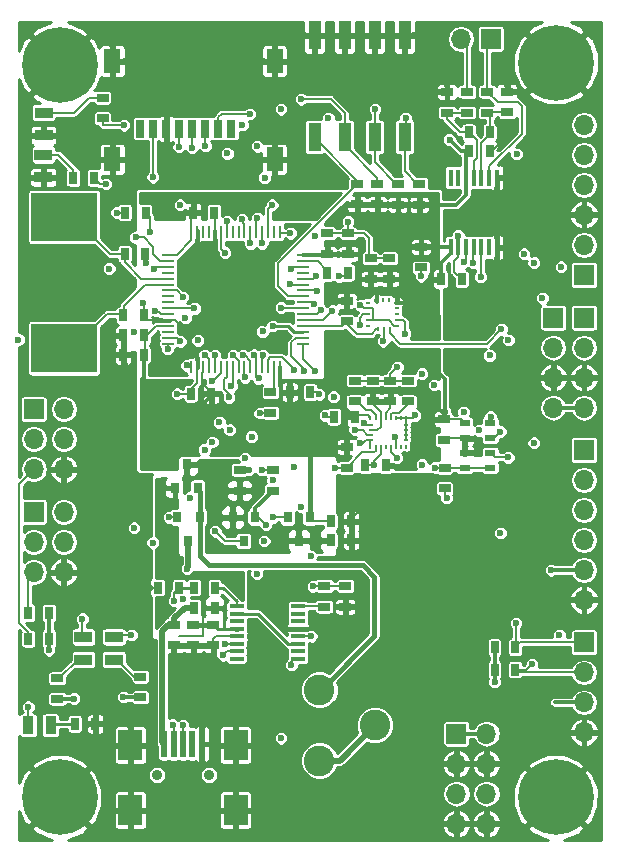
<source format=gtl>
G04 #@! TF.FileFunction,Copper,L1,Top,Signal*
%FSLAX46Y46*%
G04 Gerber Fmt 4.6, Leading zero omitted, Abs format (unit mm)*
G04 Created by KiCad (PCBNEW 4.0.7) date 02/18/18 10:01:47*
%MOMM*%
%LPD*%
G01*
G04 APERTURE LIST*
%ADD10C,0.100000*%
%ADD11R,0.670000X1.000000*%
%ADD12R,1.000000X0.670000*%
%ADD13R,1.000000X0.250000*%
%ADD14R,0.250000X1.000000*%
%ADD15R,0.230000X0.350000*%
%ADD16R,0.350000X0.230000*%
%ADD17R,1.700000X1.700000*%
%ADD18O,1.700000X1.700000*%
%ADD19R,0.250000X0.350000*%
%ADD20R,0.350000X0.250000*%
%ADD21R,5.600000X4.100000*%
%ADD22C,2.600000*%
%ADD23R,1.450000X2.000000*%
%ADD24R,0.800000X1.500000*%
%ADD25R,1.998980X2.499360*%
%ADD26C,0.909320*%
%ADD27R,0.500380X2.301240*%
%ADD28R,1.120000X2.440000*%
%ADD29R,1.200000X0.400000*%
%ADD30R,0.450000X1.450000*%
%ADD31R,0.950000X0.550000*%
%ADD32C,6.400000*%
%ADD33R,1.500000X0.970000*%
%ADD34R,0.800000X0.900000*%
%ADD35R,0.970000X1.500000*%
%ADD36C,0.600000*%
%ADD37C,0.200000*%
%ADD38C,0.250000*%
%ADD39C,0.300000*%
%ADD40C,0.400000*%
%ADD41C,0.150000*%
%ADD42C,0.500000*%
%ADD43C,0.254000*%
G04 APERTURE END LIST*
D10*
D11*
X118462500Y-56350000D03*
X120212500Y-56350000D03*
D12*
X113300000Y-77525000D03*
X113300000Y-75775000D03*
D13*
X93000000Y-65150000D03*
X93000000Y-65650000D03*
X93000000Y-66150000D03*
X93000000Y-66650000D03*
X93000000Y-67150000D03*
X93000000Y-67650000D03*
X93000000Y-68150000D03*
X93000000Y-68650000D03*
X93000000Y-69150000D03*
X93000000Y-69650000D03*
X93000000Y-70150000D03*
X93000000Y-70650000D03*
X93000000Y-71150000D03*
X93000000Y-71650000D03*
X93000000Y-72150000D03*
X93000000Y-72650000D03*
D14*
X94950000Y-74600000D03*
X95450000Y-74600000D03*
X95950000Y-74600000D03*
X96450000Y-74600000D03*
X96950000Y-74600000D03*
X97450000Y-74600000D03*
X97950000Y-74600000D03*
X98450000Y-74600000D03*
X98950000Y-74600000D03*
X99450000Y-74600000D03*
X99950000Y-74600000D03*
X100450000Y-74600000D03*
X100950000Y-74600000D03*
X101450000Y-74600000D03*
X101950000Y-74600000D03*
X102450000Y-74600000D03*
D13*
X104400000Y-72650000D03*
X104400000Y-72150000D03*
X104400000Y-71650000D03*
X104400000Y-71150000D03*
X104400000Y-70650000D03*
X104400000Y-70150000D03*
X104400000Y-69650000D03*
X104400000Y-69150000D03*
X104400000Y-68650000D03*
X104400000Y-68150000D03*
X104400000Y-67650000D03*
X104400000Y-67150000D03*
X104400000Y-66650000D03*
X104400000Y-66150000D03*
X104400000Y-65650000D03*
X104400000Y-65150000D03*
D14*
X102450000Y-63200000D03*
X101950000Y-63200000D03*
X101450000Y-63200000D03*
X100950000Y-63200000D03*
X100450000Y-63200000D03*
X99950000Y-63200000D03*
X99450000Y-63200000D03*
X98950000Y-63200000D03*
X98450000Y-63200000D03*
X97950000Y-63200000D03*
X97450000Y-63200000D03*
X96950000Y-63200000D03*
X96450000Y-63200000D03*
X95950000Y-63200000D03*
X95450000Y-63200000D03*
X94950000Y-63200000D03*
D15*
X110120000Y-78925000D03*
D16*
X110150000Y-79505000D03*
X113100000Y-79505000D03*
X110150000Y-79935000D03*
X113100000Y-79935000D03*
X110150000Y-80365000D03*
X113100000Y-80365000D03*
X110150000Y-80795000D03*
X113100000Y-80795000D03*
D15*
X110550000Y-78925000D03*
X110980000Y-78925000D03*
X111410000Y-78925000D03*
X111840000Y-78925000D03*
X112270000Y-78925000D03*
X112700000Y-78925000D03*
X113130000Y-78925000D03*
X110120000Y-81375000D03*
X110550000Y-81375000D03*
X110980000Y-81375000D03*
X111410000Y-81375000D03*
X111840000Y-81375000D03*
X112270000Y-81375000D03*
X112700000Y-81375000D03*
X113130000Y-81375000D03*
D12*
X111725000Y-67175000D03*
X111725000Y-65425000D03*
D17*
X81610000Y-86910000D03*
D18*
X84150000Y-86910000D03*
X81610000Y-89450000D03*
X84150000Y-89450000D03*
X81610000Y-91990000D03*
X84150000Y-91990000D03*
D19*
X111650000Y-68950000D03*
X111150000Y-68950000D03*
X110650000Y-68950000D03*
X110740000Y-71430000D03*
X111240000Y-71430000D03*
X111740000Y-71430000D03*
D20*
X112375000Y-69175000D03*
X112375000Y-69675000D03*
X112375000Y-70175000D03*
X112375000Y-70675000D03*
X112375000Y-71175000D03*
X109925000Y-71175000D03*
X109925000Y-70675000D03*
X109925000Y-70175000D03*
X109925000Y-69675000D03*
X109925000Y-69175000D03*
D21*
X84200000Y-73050000D03*
X84200000Y-61950000D03*
D22*
X105800000Y-101950000D03*
X105800000Y-107950000D03*
X110500000Y-104950000D03*
D23*
X102000000Y-57050000D03*
X88250000Y-57050000D03*
X88250000Y-48750000D03*
D24*
X90630000Y-54450000D03*
X91730000Y-54450000D03*
X92830000Y-54450000D03*
X93930000Y-54450000D03*
X95030000Y-54450000D03*
X97230000Y-54450000D03*
X98330000Y-54450000D03*
X96130000Y-54450000D03*
D23*
X102000000Y-48750000D03*
D25*
X89799840Y-112150000D03*
X89799840Y-106650900D03*
X98700000Y-106650900D03*
X98700000Y-112150000D03*
D26*
X92050280Y-109150260D03*
X96449560Y-109150260D03*
D27*
X95850120Y-106549300D03*
X95050020Y-106549300D03*
X94249920Y-106549300D03*
X93449820Y-106549300D03*
X92649720Y-106549300D03*
D17*
X128200000Y-66830000D03*
D18*
X128200000Y-64290000D03*
X128200000Y-61750000D03*
X128200000Y-59210000D03*
X128200000Y-56670000D03*
X128200000Y-54130000D03*
D17*
X128200000Y-70450000D03*
D18*
X128200000Y-72990000D03*
X128200000Y-75530000D03*
X128200000Y-78070000D03*
D17*
X81610000Y-78210000D03*
D18*
X84150000Y-78210000D03*
X81610000Y-80750000D03*
X84150000Y-80750000D03*
X81610000Y-83290000D03*
X84150000Y-83290000D03*
D28*
X105390000Y-55155000D03*
X113010000Y-46545000D03*
X107930000Y-55155000D03*
X110470000Y-46545000D03*
X110470000Y-55155000D03*
X107930000Y-46545000D03*
X113010000Y-55155000D03*
X105390000Y-46545000D03*
D29*
X103980254Y-99326726D03*
X103980254Y-98691726D03*
X103980254Y-98056726D03*
X103980254Y-97421726D03*
X103980254Y-96786726D03*
X103980254Y-96151726D03*
X103980254Y-95516726D03*
X103980254Y-94881726D03*
X98780254Y-94881726D03*
X98780254Y-95516726D03*
X98780254Y-96151726D03*
X98780254Y-96786726D03*
X98780254Y-97421726D03*
X98780254Y-98056726D03*
X98780254Y-98691726D03*
X98780254Y-99326726D03*
D30*
X120800000Y-58600000D03*
X120150000Y-58600000D03*
X119500000Y-58600000D03*
X118850000Y-58600000D03*
X118200000Y-58600000D03*
X117550000Y-58600000D03*
X116900000Y-58600000D03*
X116900000Y-64500000D03*
X117550000Y-64500000D03*
X118200000Y-64500000D03*
X118850000Y-64500000D03*
X119500000Y-64500000D03*
X120150000Y-64500000D03*
X120800000Y-64500000D03*
D31*
X118100000Y-83150000D03*
X118100000Y-79400000D03*
X118100000Y-80650000D03*
X118100000Y-81900000D03*
X120250000Y-79400000D03*
X120250000Y-80650000D03*
X120250000Y-81900000D03*
X120250000Y-83150000D03*
D17*
X117400000Y-105670000D03*
D18*
X119940000Y-105670000D03*
X117400000Y-108210000D03*
X119940000Y-108210000D03*
X117400000Y-110750000D03*
X119940000Y-110750000D03*
X117400000Y-113290000D03*
X119940000Y-113290000D03*
D17*
X120300000Y-46850000D03*
D18*
X117760000Y-46850000D03*
D17*
X128200000Y-81650000D03*
D18*
X128200000Y-84190000D03*
X128200000Y-86730000D03*
X128200000Y-89270000D03*
X128200000Y-91810000D03*
X128200000Y-94350000D03*
D17*
X125600000Y-70450000D03*
D18*
X125600000Y-72990000D03*
X125600000Y-75530000D03*
X125600000Y-78070000D03*
D17*
X128200000Y-97950000D03*
D18*
X128200000Y-100490000D03*
X128200000Y-103030000D03*
X128200000Y-105570000D03*
D32*
X125850000Y-48850000D03*
X125800000Y-111050000D03*
X83800000Y-49050000D03*
X83800000Y-111050000D03*
D11*
X93925000Y-93300000D03*
X92175000Y-93300000D03*
D12*
X108000000Y-93175000D03*
X108000000Y-94925000D03*
X93480254Y-96454226D03*
X93480254Y-98204226D03*
X95130254Y-96454226D03*
X95130254Y-98204226D03*
X96830254Y-96454226D03*
X96830254Y-98204226D03*
D11*
X106750000Y-89300000D03*
X108500000Y-89300000D03*
D12*
X99050000Y-85087500D03*
X99050000Y-83337500D03*
D11*
X106750000Y-87700000D03*
X108500000Y-87700000D03*
D12*
X101850000Y-85087500D03*
X101850000Y-83337500D03*
D11*
X106475000Y-66650000D03*
X108225000Y-66650000D03*
D12*
X101650000Y-76750000D03*
X101650000Y-78500000D03*
D11*
X89175000Y-70250000D03*
X90925000Y-70250000D03*
D12*
X108250000Y-65062500D03*
X108250000Y-63312500D03*
D11*
X89312500Y-65050000D03*
X91062500Y-65050000D03*
X95125000Y-61550000D03*
X96875000Y-61550000D03*
D12*
X106450000Y-65062500D03*
X106450000Y-63312500D03*
D11*
X90925000Y-73600000D03*
X89175000Y-73600000D03*
X103275000Y-76750000D03*
X105025000Y-76750000D03*
X90950000Y-71950000D03*
X89200000Y-71950000D03*
X96650000Y-76900000D03*
X94900000Y-76900000D03*
D12*
X110125000Y-67175000D03*
X110125000Y-65425000D03*
X121700000Y-53062500D03*
X121700000Y-51312500D03*
X116600000Y-51337500D03*
X116600000Y-53087500D03*
D11*
X118462500Y-54750000D03*
X120212500Y-54750000D03*
D12*
X114400000Y-64450000D03*
X114400000Y-66200000D03*
X108800000Y-77525000D03*
X108800000Y-75775000D03*
X116350000Y-79062500D03*
X116350000Y-80812500D03*
D11*
X108775000Y-78850000D03*
X107025000Y-78850000D03*
D12*
X110300000Y-77525000D03*
X110300000Y-75775000D03*
X111800000Y-77525000D03*
X111800000Y-75775000D03*
D33*
X88400000Y-97490000D03*
X88400000Y-99400000D03*
X85820000Y-97486000D03*
X85820000Y-99396000D03*
D34*
X93600000Y-84850000D03*
X95500000Y-84850000D03*
X94550000Y-82850000D03*
D35*
X83055000Y-104950000D03*
X81145000Y-104950000D03*
D33*
X82440000Y-55010000D03*
X82440000Y-53100000D03*
D11*
X96930254Y-95004226D03*
X95180254Y-95004226D03*
D34*
X95650000Y-87350000D03*
X93750000Y-87350000D03*
X94700000Y-89350000D03*
D11*
X96925000Y-93300000D03*
X95175000Y-93300000D03*
D12*
X106200000Y-94925000D03*
X106200000Y-93175000D03*
X90650000Y-102600000D03*
X90650000Y-100850000D03*
X83600000Y-100975000D03*
X83600000Y-102725000D03*
D11*
X85087500Y-104850000D03*
X86837500Y-104850000D03*
X120625000Y-98350000D03*
X122375000Y-98350000D03*
X120625000Y-100250000D03*
X122375000Y-100250000D03*
D12*
X108100000Y-69012500D03*
X108100000Y-70762500D03*
D11*
X89325000Y-61550000D03*
X91075000Y-61550000D03*
D12*
X118300000Y-53087500D03*
X118300000Y-51337500D03*
X120000000Y-53087500D03*
X120000000Y-51337500D03*
D11*
X116100000Y-67200000D03*
X117850000Y-67200000D03*
D12*
X108100000Y-81400000D03*
X108100000Y-83150000D03*
X116400000Y-84900000D03*
X116400000Y-83150000D03*
D11*
X111412500Y-82950000D03*
X109662500Y-82950000D03*
D12*
X114250000Y-60887500D03*
X114250000Y-59137500D03*
X112450000Y-60875000D03*
X112450000Y-59125000D03*
X110700000Y-60862500D03*
X110700000Y-59112500D03*
X109000000Y-60862500D03*
X109000000Y-59112500D03*
X87440000Y-53570000D03*
X87440000Y-51820000D03*
D11*
X82900000Y-95450000D03*
X81150000Y-95450000D03*
X82900000Y-97650000D03*
X81150000Y-97650000D03*
D34*
X105000000Y-87350000D03*
X103100000Y-87350000D03*
X104050000Y-89350000D03*
X100350000Y-87350000D03*
X98450000Y-87350000D03*
X99400000Y-89350000D03*
D33*
X82430000Y-58580000D03*
X82430000Y-56670000D03*
D11*
X86690000Y-58620000D03*
X84940000Y-58620000D03*
D36*
X107000000Y-77150000D03*
X93500000Y-94425000D03*
X93375000Y-104925000D03*
X114950000Y-74220000D03*
X110820000Y-74370000D03*
X93560000Y-80990000D03*
X93240000Y-78290000D03*
X107210000Y-74260000D03*
X114570000Y-71220000D03*
X114440000Y-69460000D03*
X113390000Y-62360000D03*
X110640000Y-62310000D03*
X107600000Y-77775000D03*
X98550000Y-60275000D03*
X125425000Y-91825000D03*
X116825000Y-55375000D03*
X93200000Y-61775000D03*
X89200000Y-102575000D03*
X120625000Y-101275000D03*
X81150000Y-103400000D03*
X82900000Y-98599998D03*
X116400000Y-78400000D03*
X88650001Y-61550000D03*
X95000000Y-56050000D03*
X85000000Y-102700000D03*
X116563916Y-85686084D03*
X94275000Y-94250000D03*
X94250000Y-104949998D03*
X105249992Y-93200000D03*
X101260000Y-88010000D03*
X102550000Y-106050000D03*
X97625000Y-99025000D03*
X89875000Y-97325000D03*
X85725000Y-95950000D03*
X97800000Y-98075000D03*
X91700000Y-58550000D03*
X101150000Y-58600000D03*
X100950000Y-64150000D03*
X101800000Y-60900000D03*
X94000000Y-60900000D03*
X93900000Y-56000000D03*
X91450000Y-63200000D03*
X99900000Y-53200000D03*
X99949994Y-64150000D03*
X100525000Y-55925000D03*
X96150000Y-55900000D03*
X100550000Y-62050000D03*
X96080000Y-81630000D03*
X96090000Y-73610000D03*
X103350000Y-63300000D03*
X103400000Y-66350000D03*
X126250000Y-66150000D03*
X124680000Y-68790000D03*
X94250000Y-68700000D03*
X99250000Y-62125000D03*
X99275000Y-54125000D03*
X94580000Y-74500000D03*
X94450000Y-70450000D03*
X92950000Y-73100000D03*
X103425000Y-99850000D03*
X103300000Y-67600000D03*
X95510000Y-72370000D03*
X95220000Y-69670000D03*
X111200000Y-72440000D03*
X121775000Y-82275000D03*
X94850000Y-85700000D03*
X121800000Y-72350000D03*
X90060000Y-71690000D03*
X120200000Y-73640000D03*
X101000000Y-73620000D03*
X100990000Y-71620000D03*
X113050000Y-71800000D03*
X90100000Y-88250000D03*
X120300000Y-78850000D03*
X121100000Y-80100000D03*
X91875000Y-69850000D03*
X121125000Y-88675000D03*
X121200000Y-71450000D03*
X91700000Y-89500000D03*
X105420000Y-74970000D03*
X105050000Y-90650000D03*
X109250000Y-81100000D03*
X96725000Y-80975000D03*
X118800000Y-65800000D03*
X123950000Y-65800000D03*
X123950000Y-81050000D03*
X96700000Y-75800000D03*
X96950000Y-73650000D03*
X97325000Y-79325000D03*
X118000000Y-78450000D03*
X118050000Y-65750000D03*
X109600000Y-79350000D03*
X98210000Y-79950000D03*
X119440000Y-67000000D03*
X98150000Y-77200000D03*
X108800000Y-79950000D03*
X119300000Y-80000000D03*
X94010000Y-72460000D03*
X80300000Y-72300000D03*
X122450000Y-96300000D03*
X122500000Y-56600000D03*
X98000000Y-56550000D03*
X97950000Y-62300006D03*
X97800000Y-64950000D03*
X123125000Y-65050000D03*
X123800000Y-99775000D03*
X105470000Y-66960000D03*
X105450000Y-63500000D03*
X117550000Y-63500000D03*
X103640000Y-74890000D03*
X103625000Y-83100000D03*
X107150000Y-83150000D03*
X115509990Y-76150000D03*
X98350000Y-76250000D03*
X115600000Y-83150000D03*
X114480000Y-75200000D03*
X100240000Y-73600000D03*
X110425000Y-82925000D03*
X100650000Y-75600000D03*
X114500000Y-82900000D03*
X106875000Y-69875000D03*
X113100000Y-53550000D03*
X106550000Y-53550000D03*
X102550000Y-69600000D03*
X102550000Y-52800000D03*
X110500000Y-52800000D03*
X105320000Y-69330000D03*
X104250000Y-51950000D03*
X105630000Y-68170000D03*
X126125000Y-97325000D03*
X105100000Y-97425000D03*
X99510000Y-82360000D03*
X112370000Y-82340000D03*
X99500000Y-75500000D03*
X100050000Y-80530000D03*
X112190000Y-80550000D03*
X99320000Y-73650000D03*
X94600000Y-91700000D03*
X100500000Y-92150000D03*
X110440000Y-85660000D03*
X113130000Y-107940000D03*
X121080000Y-94370000D03*
X110430000Y-90100000D03*
X106270000Y-78730000D03*
X100910000Y-83310000D03*
X114410000Y-66940000D03*
X107480000Y-66960000D03*
X105750000Y-76940000D03*
X121225000Y-55525000D03*
X90900000Y-69175000D03*
X95675000Y-65875000D03*
X113900000Y-78725000D03*
X91075000Y-65800000D03*
X112400000Y-74625000D03*
X108225000Y-62325000D03*
X109275000Y-69400000D03*
X100750000Y-78525000D03*
X91325000Y-93325000D03*
X96975000Y-88525000D03*
X93099998Y-87350000D03*
X101850000Y-87350000D03*
X93750000Y-76900000D03*
X99850000Y-83350000D03*
X89300000Y-74500000D03*
X95850000Y-105000000D03*
X86850000Y-103950000D03*
X95150000Y-98900000D03*
X116600000Y-50699996D03*
X121700000Y-50700000D03*
X92799988Y-56050000D03*
X98750000Y-104949998D03*
X109100000Y-94900000D03*
X89800000Y-104950000D03*
X104500000Y-46550006D03*
X113900000Y-46550000D03*
X89400000Y-48750000D03*
X101000002Y-48700000D03*
X101120000Y-89360000D03*
X98490000Y-73640000D03*
X101850000Y-71150000D03*
X101850000Y-84200000D03*
X104510000Y-74970000D03*
X104275000Y-86475000D03*
X105950000Y-69820000D03*
X109200000Y-71100000D03*
X89250000Y-54150000D03*
X90250000Y-63650000D03*
X87730000Y-59140000D03*
X91770000Y-66350000D03*
X88000000Y-66290000D03*
D37*
X93500000Y-94425000D02*
X93500000Y-93725000D01*
X93500000Y-93725000D02*
X93925000Y-93300000D01*
X93449820Y-106549300D02*
X93449820Y-104999820D01*
X93449820Y-104999820D02*
X93375000Y-104925000D01*
X93925000Y-93375000D02*
X93925000Y-93300000D01*
X93449820Y-106549300D02*
X93449820Y-107600012D01*
D38*
X93925000Y-93300000D02*
X95175000Y-93300000D01*
D39*
X114650001Y-73920001D02*
X114950000Y-74220000D01*
X111269999Y-73920001D02*
X114650001Y-73920001D01*
X110820000Y-74370000D02*
X111269999Y-73920001D01*
X115249999Y-74519999D02*
X114950000Y-74220000D01*
X116400000Y-75670000D02*
X115249999Y-74519999D01*
X116400000Y-78400000D02*
X116400000Y-75670000D01*
X96650000Y-76900000D02*
X96650000Y-77900000D01*
X96650000Y-77900000D02*
X93560000Y-80990000D01*
X108100000Y-81400000D02*
X105850000Y-81400000D01*
X105000000Y-81080000D02*
X104530000Y-80610000D01*
X104530000Y-80610000D02*
X103930000Y-80610000D01*
X105000000Y-82650000D02*
X105000000Y-81080000D01*
X96650000Y-76900000D02*
X96650000Y-77065000D01*
X96650000Y-77065000D02*
X95425000Y-78290000D01*
X95425000Y-78290000D02*
X94885002Y-78290000D01*
X94885002Y-78290000D02*
X93240000Y-78290000D01*
X107250000Y-75600002D02*
X107250000Y-74300000D01*
X107250000Y-74300000D02*
X107210000Y-74260000D01*
X109960000Y-76550000D02*
X108199998Y-76550000D01*
X108199998Y-76550000D02*
X107250000Y-75600002D01*
X110300000Y-77525000D02*
X110300000Y-76890000D01*
X110300000Y-76890000D02*
X109960000Y-76550000D01*
X114440000Y-69460000D02*
X114440000Y-71090000D01*
X114440000Y-71090000D02*
X114570000Y-71220000D01*
X112375000Y-69175000D02*
X114155000Y-69175000D01*
X114155000Y-69175000D02*
X114440000Y-69460000D01*
D37*
X113390000Y-60875000D02*
X114237500Y-60875000D01*
X112450000Y-60875000D02*
X113390000Y-60875000D01*
D39*
X113390000Y-60875000D02*
X113390000Y-62360000D01*
X110700000Y-60862500D02*
X110700000Y-62250000D01*
X110700000Y-62250000D02*
X110640000Y-62310000D01*
X115075000Y-77325000D02*
X116350000Y-78600000D01*
X116350000Y-78600000D02*
X116350000Y-79062500D01*
X108775000Y-78850000D02*
X108675000Y-78850000D01*
X108675000Y-78850000D02*
X107600000Y-77775000D01*
X95125000Y-60400000D02*
X95250000Y-60275000D01*
X95250000Y-60275000D02*
X98550000Y-60275000D01*
X95125000Y-61550000D02*
X95125000Y-60400000D01*
X95125000Y-61550000D02*
X95125000Y-60550000D01*
X125600000Y-78070000D02*
X128200000Y-78070000D01*
X120625000Y-98350000D02*
X120625000Y-100250000D01*
X128200000Y-91810000D02*
X125440000Y-91810000D01*
X125440000Y-91810000D02*
X125425000Y-91825000D01*
X128200000Y-103030000D02*
X125720000Y-103030000D01*
X118200000Y-60075000D02*
X117387500Y-60887500D01*
X117387500Y-60887500D02*
X114250000Y-60887500D01*
X118200000Y-58600000D02*
X118200000Y-60075000D01*
X116100000Y-67200000D02*
X116100000Y-65800000D01*
X116100000Y-65800000D02*
X116900000Y-65000000D01*
X116900000Y-65000000D02*
X116900000Y-64500000D01*
X114400000Y-64450000D02*
X116850000Y-64450000D01*
X116850000Y-64450000D02*
X116900000Y-64500000D01*
X118462500Y-56350000D02*
X117800000Y-56350000D01*
X117800000Y-56350000D02*
X116825000Y-55375000D01*
X118200000Y-58600000D02*
X118200000Y-56612500D01*
X118200000Y-56612500D02*
X118462500Y-56350000D01*
X90925000Y-73600000D02*
X90925000Y-76025000D01*
X95125000Y-61550000D02*
X93425000Y-61550000D01*
X93425000Y-61550000D02*
X93200000Y-61775000D01*
X90650000Y-102600000D02*
X89225000Y-102600000D01*
X89225000Y-102600000D02*
X89200000Y-102575000D01*
X120625000Y-100250000D02*
X120625000Y-101275000D01*
D40*
X105000000Y-82650000D02*
X105000000Y-82450000D01*
X105000000Y-87350000D02*
X105000000Y-82650000D01*
X105000000Y-82650000D02*
X105000000Y-81850000D01*
D37*
X110715000Y-79935000D02*
X110980000Y-79670000D01*
X110980000Y-79670000D02*
X110980000Y-78925000D01*
X110150000Y-79935000D02*
X110715000Y-79935000D01*
D39*
X106450000Y-65062500D02*
X108250000Y-65062500D01*
X104400000Y-65150000D02*
X106362500Y-65150000D01*
X106362500Y-65150000D02*
X106450000Y-65062500D01*
D41*
X108775000Y-78850000D02*
X108925000Y-78700000D01*
X108925000Y-78700000D02*
X109895000Y-78700000D01*
X109895000Y-78700000D02*
X110120000Y-78925000D01*
D37*
X91200000Y-71950000D02*
X92000000Y-71150000D01*
X92000000Y-71150000D02*
X93000000Y-71150000D01*
X90950000Y-71950000D02*
X91200000Y-71950000D01*
D39*
X102450000Y-74600000D02*
X102450000Y-75925000D01*
D37*
X110135002Y-79949998D02*
X110150000Y-79935000D01*
X94950000Y-63900000D02*
X94950000Y-63200000D01*
X93700000Y-65150000D02*
X94950000Y-63900000D01*
X93000000Y-65150000D02*
X93700000Y-65150000D01*
X95950000Y-75034748D02*
X95950000Y-74600000D01*
X95899991Y-75984991D02*
X95899991Y-75084757D01*
X96650000Y-76735000D02*
X95899991Y-75984991D01*
X95899991Y-75084757D02*
X95950000Y-75034748D01*
X96650000Y-76900000D02*
X96650000Y-76735000D01*
X81145000Y-104950000D02*
X81145000Y-103405000D01*
X81145000Y-103405000D02*
X81150000Y-103400000D01*
D39*
X82900000Y-97650000D02*
X82900000Y-98599998D01*
D41*
X110300000Y-77525000D02*
X110300000Y-77750000D01*
X110980000Y-78430000D02*
X110980000Y-78925000D01*
X110300000Y-77750000D02*
X110980000Y-78430000D01*
X111800000Y-77525000D02*
X111800000Y-78100000D01*
X111800000Y-78100000D02*
X111410000Y-78490000D01*
X111410000Y-78490000D02*
X111410000Y-78600000D01*
X111410000Y-78600000D02*
X111410000Y-78925000D01*
D37*
X116350000Y-78450000D02*
X116400000Y-78400000D01*
X116350000Y-79062500D02*
X116350000Y-78450000D01*
X89325000Y-61550000D02*
X88650001Y-61550000D01*
X114237500Y-60875000D02*
X114250000Y-60887500D01*
X110700000Y-60862500D02*
X112437500Y-60862500D01*
X112437500Y-60862500D02*
X112450000Y-60875000D01*
X109000000Y-60862500D02*
X110700000Y-60862500D01*
D39*
X82900000Y-97650000D02*
X82900000Y-95450000D01*
X83600000Y-102725000D02*
X84975000Y-102725000D01*
X84975000Y-102725000D02*
X85000000Y-102700000D01*
X81145000Y-104950000D02*
X81145000Y-104685000D01*
D37*
X116400000Y-85522168D02*
X116563916Y-85686084D01*
X116400000Y-84900000D02*
X116400000Y-85522168D01*
X103275000Y-76750000D02*
X103035998Y-76750000D01*
X106750000Y-87700000D02*
X105350000Y-87700000D01*
X105350000Y-87700000D02*
X105000000Y-87350000D01*
X95030000Y-54450000D02*
X95030000Y-56020000D01*
X95030000Y-56020000D02*
X95000000Y-56050000D01*
X91000000Y-73550000D02*
X91000000Y-71862500D01*
X91000000Y-71862500D02*
X91012500Y-71850000D01*
X95125000Y-61550000D02*
X94950000Y-61725000D01*
X94950000Y-61725000D02*
X94950000Y-63200000D01*
X110650000Y-68900000D02*
X110650000Y-68950000D01*
D41*
X116350000Y-79062500D02*
X117762500Y-79062500D01*
X117762500Y-79062500D02*
X118100000Y-79400000D01*
D37*
X106200000Y-93175000D02*
X108000000Y-93175000D01*
X94249920Y-104950078D02*
X94250000Y-104949998D01*
X94249920Y-106549300D02*
X94249920Y-104950078D01*
X105274992Y-93175000D02*
X105249992Y-93200000D01*
X106200000Y-93175000D02*
X105274992Y-93175000D01*
X95950000Y-97400000D02*
X93950000Y-97400000D01*
X95950000Y-96454226D02*
X95950000Y-97400000D01*
X95950000Y-96454226D02*
X95130254Y-96454226D01*
X96830254Y-96454226D02*
X95950000Y-96454226D01*
X95950000Y-96454226D02*
X95950000Y-95400000D01*
D38*
X98780254Y-96786726D02*
X97750000Y-96786726D01*
X97465254Y-95004226D02*
X97750000Y-95288972D01*
X97750000Y-96786726D02*
X97162754Y-96786726D01*
X96930254Y-95004226D02*
X97465254Y-95004226D01*
X97750000Y-95288972D02*
X97750000Y-96786726D01*
D37*
X97162754Y-96786726D02*
X96830254Y-96454226D01*
X98662754Y-96904226D02*
X98780254Y-96786726D01*
X104100000Y-89300000D02*
X104050000Y-89350000D01*
X101260000Y-88010000D02*
X100600000Y-87350000D01*
X100600000Y-87350000D02*
X100350000Y-87350000D01*
D39*
X119940000Y-105670000D02*
X117400000Y-105670000D01*
X100350000Y-87350000D02*
X100350000Y-86587500D01*
X100350000Y-86587500D02*
X101850000Y-85087500D01*
D37*
X106475000Y-66475000D02*
X105650000Y-65650000D01*
X105650000Y-65650000D02*
X104400000Y-65650000D01*
X106475000Y-66650000D02*
X106475000Y-66475000D01*
X101650000Y-76750000D02*
X101950000Y-76450000D01*
X101950000Y-76450000D02*
X101950000Y-75241008D01*
X101950000Y-75241008D02*
X101950000Y-74600000D01*
X89212500Y-70150000D02*
X89212500Y-69450000D01*
X89212500Y-69450000D02*
X91012500Y-67650000D01*
X91012500Y-67650000D02*
X92300000Y-67650000D01*
X92300000Y-67650000D02*
X93000000Y-67650000D01*
X84200000Y-73050000D02*
X84950000Y-73050000D01*
X84950000Y-73050000D02*
X87850000Y-70150000D01*
X87850000Y-70150000D02*
X88677500Y-70150000D01*
X88677500Y-70150000D02*
X89212500Y-70150000D01*
X89312500Y-65050000D02*
X89312500Y-65750000D01*
X89312500Y-65750000D02*
X90712500Y-67150000D01*
X90712500Y-67150000D02*
X92300000Y-67150000D01*
X92300000Y-67150000D02*
X93000000Y-67150000D01*
X84200000Y-61950000D02*
X84950000Y-61950000D01*
X84950000Y-61950000D02*
X88050000Y-65050000D01*
X88050000Y-65050000D02*
X88777500Y-65050000D01*
X88777500Y-65050000D02*
X89312500Y-65050000D01*
X120212500Y-54937500D02*
X119500000Y-55650000D01*
X119500000Y-55650000D02*
X119500000Y-58600000D01*
X120212500Y-54750000D02*
X120212500Y-54937500D01*
X120212500Y-54750000D02*
X120212500Y-53300000D01*
X120212500Y-53300000D02*
X120000000Y-53087500D01*
X121700000Y-53062500D02*
X120025000Y-53062500D01*
X120025000Y-53062500D02*
X120000000Y-53087500D01*
X119125000Y-56925000D02*
X119125000Y-55412500D01*
X119125000Y-55412500D02*
X118462500Y-54750000D01*
X118850000Y-57200000D02*
X119125000Y-56925000D01*
X118850000Y-58600000D02*
X118850000Y-57200000D01*
X118462500Y-54750000D02*
X117700000Y-54750000D01*
X117700000Y-54750000D02*
X116600000Y-53650000D01*
X116600000Y-53650000D02*
X116600000Y-53087500D01*
X118300000Y-53087500D02*
X116600000Y-53087500D01*
D41*
X113300000Y-77525000D02*
X113300000Y-77800000D01*
X113300000Y-77800000D02*
X112575001Y-78524999D01*
X112575001Y-78524999D02*
X111915001Y-78524999D01*
X111915001Y-78524999D02*
X111840000Y-78600000D01*
X111840000Y-78600000D02*
X111840000Y-78925000D01*
X108800000Y-77525000D02*
X108965000Y-77525000D01*
X108965000Y-77525000D02*
X109740000Y-78300000D01*
X109740000Y-78300000D02*
X110165722Y-78300000D01*
X110165722Y-78300000D02*
X110550000Y-78684278D01*
X110550000Y-78684278D02*
X110550000Y-78925000D01*
D37*
X97625000Y-99025000D02*
X97958274Y-98691726D01*
X97958274Y-98691726D02*
X98780254Y-98691726D01*
X89875000Y-97325000D02*
X88565000Y-97325000D01*
X88565000Y-97325000D02*
X88400000Y-97490000D01*
X88690000Y-97200000D02*
X88400000Y-97490000D01*
X88400000Y-99400000D02*
X88665000Y-99400000D01*
X88665000Y-99400000D02*
X90115000Y-100850000D01*
X90115000Y-100850000D02*
X90650000Y-100850000D01*
X85725000Y-95950000D02*
X85725000Y-97391000D01*
X85725000Y-97391000D02*
X85820000Y-97486000D01*
X98780254Y-98056726D02*
X97818274Y-98056726D01*
X97818274Y-98056726D02*
X97800000Y-98075000D01*
X86085000Y-97486000D02*
X85820000Y-97486000D01*
X85820000Y-99396000D02*
X85344000Y-99396000D01*
X85344000Y-99396000D02*
X83765000Y-100975000D01*
X83765000Y-100975000D02*
X83600000Y-100975000D01*
D40*
X95650000Y-87350000D02*
X95650000Y-85200000D01*
X95650000Y-85200000D02*
X95500000Y-85050000D01*
X95500000Y-85050000D02*
X95500000Y-84850000D01*
X96450000Y-91400000D02*
X95650000Y-90600000D01*
X95650000Y-90600000D02*
X95650000Y-87350000D01*
X109450000Y-91400000D02*
X96450000Y-91400000D01*
X110450000Y-92400000D02*
X109450000Y-91400000D01*
X110450000Y-97400000D02*
X110450000Y-92400000D01*
X105900000Y-101950000D02*
X110450000Y-97400000D01*
X105800000Y-101950000D02*
X105900000Y-101950000D01*
D37*
X95650000Y-85000000D02*
X95500000Y-84850000D01*
D38*
X85087500Y-104850000D02*
X83155000Y-104850000D01*
X83155000Y-104850000D02*
X83055000Y-104950000D01*
D37*
X85227500Y-104693000D02*
X85227500Y-104528000D01*
X87440000Y-51820000D02*
X86310000Y-51820000D01*
X86310000Y-51820000D02*
X85030000Y-53100000D01*
X85030000Y-53100000D02*
X82440000Y-53100000D01*
X91700000Y-58550000D02*
X91730000Y-58520000D01*
X91730000Y-58520000D02*
X91730000Y-54450000D01*
X100950000Y-64300000D02*
X100950000Y-64150000D01*
X100950000Y-63200000D02*
X100950000Y-64300000D01*
X101800000Y-60900000D02*
X101450000Y-61250000D01*
X101450000Y-61250000D02*
X101450000Y-63200000D01*
X93930000Y-54450000D02*
X93930000Y-55970000D01*
X93930000Y-55970000D02*
X93900000Y-56000000D01*
X91450000Y-63200000D02*
X91450000Y-61925000D01*
X91450000Y-61925000D02*
X91075000Y-61550000D01*
X99900000Y-53200000D02*
X97530000Y-53200000D01*
X97530000Y-53200000D02*
X97230000Y-53500000D01*
X97230000Y-53500000D02*
X97230000Y-54450000D01*
X99950000Y-64149994D02*
X99949994Y-64150000D01*
X99950000Y-63200000D02*
X99950000Y-64149994D01*
X96150000Y-55900000D02*
X96130000Y-55880000D01*
X96130000Y-55880000D02*
X96130000Y-54450000D01*
X100550000Y-62050000D02*
X100450000Y-62150000D01*
X100450000Y-62150000D02*
X100450000Y-63200000D01*
X118300000Y-51337500D02*
X118300000Y-47390000D01*
X118300000Y-47390000D02*
X117760000Y-46850000D01*
X96090000Y-73610000D02*
X96110000Y-73610000D01*
X96110000Y-73610000D02*
X96450000Y-73950000D01*
X96450000Y-73950000D02*
X96450000Y-74600000D01*
X96450000Y-74600000D02*
X96450000Y-74100000D01*
X103350000Y-63300000D02*
X102550000Y-63300000D01*
X102550000Y-63300000D02*
X102450000Y-63200000D01*
X104400000Y-66150000D02*
X103600000Y-66150000D01*
X103600000Y-66150000D02*
X103400000Y-66350000D01*
X94250000Y-68700000D02*
X93700000Y-68150000D01*
X93700000Y-68150000D02*
X93000000Y-68150000D01*
X99250000Y-62125000D02*
X99250000Y-62300000D01*
X99250000Y-62300000D02*
X99450000Y-62500000D01*
X99450000Y-62500000D02*
X99450000Y-63200000D01*
X94580000Y-74500000D02*
X94680000Y-74600000D01*
X94680000Y-74600000D02*
X94950000Y-74600000D01*
X92971878Y-72678122D02*
X93000000Y-72650000D01*
X92950000Y-73100000D02*
X92971878Y-73078122D01*
X92971878Y-73078122D02*
X92971878Y-72678122D01*
X103425000Y-99850000D02*
X103425000Y-99575000D01*
X103425000Y-99575000D02*
X103673274Y-99326726D01*
X103673274Y-99326726D02*
X103980254Y-99326726D01*
X103350000Y-67650000D02*
X104400000Y-67650000D01*
X103300000Y-67600000D02*
X103350000Y-67650000D01*
X95200000Y-69650000D02*
X95220000Y-69670000D01*
X93000000Y-69650000D02*
X95200000Y-69650000D01*
X111240000Y-72400000D02*
X111240000Y-71430000D01*
X111200000Y-72440000D02*
X111240000Y-72400000D01*
X121775000Y-82275000D02*
X120625000Y-82275000D01*
X120625000Y-82275000D02*
X120250000Y-81900000D01*
X101000000Y-73620000D02*
X101000000Y-73850000D01*
X101000000Y-73850000D02*
X100950000Y-73900000D01*
X100950000Y-73900000D02*
X100950000Y-74600000D01*
X113050000Y-71800000D02*
X113050000Y-70825736D01*
X112750000Y-70675000D02*
X112375000Y-70675000D01*
X113050000Y-70825736D02*
X112899264Y-70675000D01*
X112899264Y-70675000D02*
X112750000Y-70675000D01*
X120300000Y-78850000D02*
X120250000Y-78900000D01*
X120250000Y-78900000D02*
X120250000Y-79400000D01*
X121100000Y-80100000D02*
X120550000Y-80650000D01*
X120550000Y-80650000D02*
X120250000Y-80650000D01*
X91875000Y-69850000D02*
X92025000Y-70000000D01*
X92025000Y-70000000D02*
X92250000Y-70000000D01*
X92250000Y-70000000D02*
X92400000Y-70150000D01*
X92400000Y-70150000D02*
X93000000Y-70150000D01*
X92475000Y-70150000D02*
X93000000Y-70150000D01*
X112600000Y-72650000D02*
X120000000Y-72650000D01*
X120000000Y-72650000D02*
X121200000Y-71450000D01*
X111740000Y-71790000D02*
X112600000Y-72650000D01*
X111740000Y-71430000D02*
X111740000Y-71790000D01*
X120050000Y-80650000D02*
X120250000Y-80650000D01*
X105420000Y-74970000D02*
X104400000Y-73950000D01*
X104400000Y-73950000D02*
X104400000Y-72650000D01*
X81150000Y-95450000D02*
X81150000Y-92450000D01*
X81150000Y-92450000D02*
X81610000Y-91990000D01*
X81610000Y-91990000D02*
X82010000Y-91990000D01*
X109250000Y-81100000D02*
X109475000Y-81100000D01*
X109780000Y-80795000D02*
X110150000Y-80795000D01*
X109475000Y-81100000D02*
X109780000Y-80795000D01*
X110150000Y-80795000D02*
X110120000Y-80825000D01*
X110120000Y-80825000D02*
X110120000Y-81375000D01*
X118800000Y-65800000D02*
X118800000Y-64550000D01*
X118800000Y-64550000D02*
X118850000Y-64500000D01*
X96700000Y-75800000D02*
X96750000Y-75800000D01*
X96750000Y-75800000D02*
X97450000Y-75100000D01*
X97450000Y-75100000D02*
X97450000Y-74600000D01*
X96950000Y-73650000D02*
X96950000Y-74600000D01*
X118050000Y-65750000D02*
X118200000Y-65600000D01*
X118200000Y-65600000D02*
X118200000Y-64500000D01*
X109600000Y-79350000D02*
X109755000Y-79505000D01*
X109755000Y-79505000D02*
X110150000Y-79505000D01*
X118300000Y-64400000D02*
X118200000Y-64500000D01*
X119440000Y-67000000D02*
X119440000Y-64560000D01*
X119440000Y-64560000D02*
X119500000Y-64500000D01*
X97740000Y-75660000D02*
X97950000Y-75450000D01*
X98150000Y-76900000D02*
X97740000Y-76490000D01*
X98150000Y-77200000D02*
X98150000Y-76900000D01*
X97740000Y-76490000D02*
X97740000Y-75660000D01*
X97950000Y-75450000D02*
X97950000Y-74600000D01*
X108800000Y-79950000D02*
X109450000Y-79950000D01*
X109450000Y-79950000D02*
X109865000Y-80365000D01*
X109865000Y-80365000D02*
X110150000Y-80365000D01*
X94010000Y-72460000D02*
X93700000Y-72150000D01*
X93700000Y-72150000D02*
X93000000Y-72150000D01*
X80375000Y-96300000D02*
X80375000Y-84525000D01*
X80375000Y-84525000D02*
X81610000Y-83290000D01*
X81150000Y-97075000D02*
X80375000Y-96300000D01*
X81150000Y-97650000D02*
X81150000Y-97075000D01*
X93000000Y-72150000D02*
X93250000Y-72150000D01*
X122450000Y-96300000D02*
X122450000Y-98275000D01*
X122450000Y-98275000D02*
X122375000Y-98350000D01*
X97950000Y-63200000D02*
X97950000Y-62300006D01*
X128200000Y-97950000D02*
X122775000Y-97950000D01*
X122775000Y-97950000D02*
X122375000Y-98350000D01*
X97800000Y-64950000D02*
X97450000Y-64600000D01*
X97450000Y-64600000D02*
X97450000Y-63200000D01*
X122375000Y-100250000D02*
X123325000Y-100250000D01*
X123325000Y-100250000D02*
X123800000Y-99775000D01*
X128200000Y-100490000D02*
X122615000Y-100490000D01*
X122615000Y-100490000D02*
X122375000Y-100250000D01*
X122375000Y-100250000D02*
X122375000Y-100085000D01*
X127960000Y-100250000D02*
X128200000Y-100490000D01*
X98780254Y-94881726D02*
X98780254Y-94481726D01*
D38*
X98780254Y-94481726D02*
X97598528Y-93300000D01*
X97598528Y-93300000D02*
X97460000Y-93300000D01*
X97460000Y-93300000D02*
X96925000Y-93300000D01*
D37*
X106200000Y-94900000D02*
X103998528Y-94900000D01*
X103998528Y-94900000D02*
X103980254Y-94881726D01*
X110740000Y-71430000D02*
X110620000Y-71430000D01*
X110620000Y-71430000D02*
X110225000Y-71825000D01*
X110225000Y-71825000D02*
X108950000Y-71825000D01*
X108950000Y-71825000D02*
X108100000Y-70975000D01*
X108100000Y-70975000D02*
X108100000Y-70762500D01*
X105000000Y-71150000D02*
X104400000Y-71150000D01*
X105100000Y-71150000D02*
X105000000Y-71150000D01*
X105000000Y-71150000D02*
X107712500Y-71150000D01*
X107712500Y-71150000D02*
X108100000Y-70762500D01*
X105470000Y-66960000D02*
X105280000Y-67150000D01*
X105280000Y-67150000D02*
X104400000Y-67150000D01*
X117200000Y-65650000D02*
X117200000Y-66550000D01*
X117200000Y-66550000D02*
X117850000Y-67200000D01*
X117550000Y-65300000D02*
X117200000Y-65650000D01*
X117550000Y-64500000D02*
X117550000Y-65300000D01*
X117550000Y-64500000D02*
X117550000Y-63500000D01*
X103640000Y-74890000D02*
X103640000Y-74790000D01*
X103640000Y-74790000D02*
X102650000Y-73800000D01*
X101650000Y-73800000D02*
X101450000Y-74000000D01*
X101450000Y-74000000D02*
X101450000Y-74600000D01*
X102650000Y-73800000D02*
X101650000Y-73800000D01*
X110550000Y-81375000D02*
X110550000Y-81700000D01*
X110550000Y-81700000D02*
X110425000Y-81825000D01*
X110425000Y-81825000D02*
X109425000Y-81825000D01*
X109425000Y-81825000D02*
X108100000Y-83150000D01*
X107150000Y-83150000D02*
X108100000Y-83150000D01*
X98350000Y-76250000D02*
X98450000Y-76150000D01*
X98450000Y-76150000D02*
X98450000Y-74600000D01*
X120250000Y-83150000D02*
X118100000Y-83150000D01*
X118100000Y-83150000D02*
X116400000Y-83150000D01*
X115600000Y-83150000D02*
X116400000Y-83150000D01*
X100240000Y-73600000D02*
X100450000Y-73810000D01*
X100450000Y-73810000D02*
X100450000Y-74600000D01*
X109662500Y-82950000D02*
X110400000Y-82950000D01*
X110400000Y-82950000D02*
X110425000Y-82925000D01*
X110980000Y-82020000D02*
X110980000Y-81375000D01*
X110425000Y-82925000D02*
X110425000Y-82575000D01*
X110425000Y-82575000D02*
X110980000Y-82020000D01*
X100650000Y-75600000D02*
X100600000Y-75600000D01*
X100600000Y-75600000D02*
X100450000Y-75450000D01*
X100450000Y-75450000D02*
X100450000Y-74600000D01*
X106875000Y-69875000D02*
X106100000Y-70650000D01*
X106100000Y-70650000D02*
X104400000Y-70650000D01*
X113100000Y-53550000D02*
X113100000Y-55065000D01*
X113100000Y-55065000D02*
X113010000Y-55155000D01*
X113010000Y-55155000D02*
X113010000Y-58062500D01*
X113010000Y-58062500D02*
X114085000Y-59137500D01*
X114085000Y-59137500D02*
X114250000Y-59137500D01*
X102550000Y-69600000D02*
X102600000Y-69650000D01*
X102600000Y-69650000D02*
X104400000Y-69650000D01*
X110470000Y-55155000D02*
X110470000Y-52830000D01*
X110470000Y-52830000D02*
X110500000Y-52800000D01*
X110470000Y-55155000D02*
X110470000Y-57310000D01*
X110470000Y-57310000D02*
X112285000Y-59125000D01*
X112285000Y-59125000D02*
X112450000Y-59125000D01*
X105320000Y-69330000D02*
X105140000Y-69150000D01*
X105140000Y-69150000D02*
X104400000Y-69150000D01*
X106750000Y-51950000D02*
X104250000Y-51950000D01*
X107930000Y-53130000D02*
X106750000Y-51950000D01*
X107930000Y-55155000D02*
X107930000Y-53130000D01*
X107930000Y-55155000D02*
X107930000Y-55815000D01*
X107930000Y-55815000D02*
X110700000Y-58585000D01*
X110700000Y-58585000D02*
X110700000Y-59112500D01*
X105390000Y-55155000D02*
X105390000Y-55240000D01*
X105390000Y-55240000D02*
X109000000Y-58850000D01*
X109000000Y-58850000D02*
X109000000Y-59112500D01*
X109000000Y-59112500D02*
X109000000Y-59150000D01*
X109000000Y-59150000D02*
X102300000Y-65850000D01*
X102300000Y-65850000D02*
X102300000Y-67800000D01*
X102300000Y-67800000D02*
X103150000Y-68650000D01*
X103150000Y-68650000D02*
X104400000Y-68650000D01*
D38*
X103980254Y-98056726D02*
X103130254Y-98056726D01*
X103130254Y-98056726D02*
X100590254Y-95516726D01*
X100590254Y-95516726D02*
X99630254Y-95516726D01*
X99630254Y-95516726D02*
X98780254Y-95516726D01*
D37*
X105630000Y-68170000D02*
X105610000Y-68150000D01*
X105610000Y-68150000D02*
X104400000Y-68150000D01*
X103980254Y-97421726D02*
X105096726Y-97421726D01*
X105096726Y-97421726D02*
X105100000Y-97425000D01*
X112370000Y-82340000D02*
X111840000Y-81810000D01*
X111840000Y-81810000D02*
X111840000Y-81375000D01*
X99500000Y-75500000D02*
X99450000Y-75450000D01*
X99450000Y-75450000D02*
X99450000Y-74600000D01*
X112190000Y-80550000D02*
X112270000Y-80630000D01*
X112270000Y-80630000D02*
X112270000Y-81375000D01*
X99320000Y-73650000D02*
X99490000Y-73650000D01*
X99490000Y-73650000D02*
X99950000Y-74110000D01*
X99950000Y-74110000D02*
X99950000Y-74600000D01*
D42*
X93480254Y-96454226D02*
X93020774Y-96454226D01*
X93020774Y-96454226D02*
X92500000Y-96975000D01*
X92500000Y-96975000D02*
X92500000Y-106399580D01*
X92500000Y-106399580D02*
X92649720Y-106549300D01*
X93480254Y-96454226D02*
X93480254Y-95919226D01*
X93480254Y-95919226D02*
X94395254Y-95004226D01*
X94395254Y-95004226D02*
X94645254Y-95004226D01*
X94645254Y-95004226D02*
X95180254Y-95004226D01*
X105800000Y-107950000D02*
X107500000Y-107950000D01*
X107500000Y-107950000D02*
X110500000Y-104950000D01*
D37*
X94600000Y-91700000D02*
X94700000Y-91600000D01*
D42*
X94700000Y-91600000D02*
X94700000Y-89350000D01*
D37*
X108500000Y-87535000D02*
X110375000Y-85660000D01*
X108500000Y-87700000D02*
X108500000Y-87535000D01*
X110375000Y-85660000D02*
X110440000Y-85660000D01*
X113400000Y-108210000D02*
X113130000Y-107940000D01*
X117400000Y-108210000D02*
X113400000Y-108210000D01*
X128200000Y-94350000D02*
X121100000Y-94350000D01*
X121100000Y-94350000D02*
X121080000Y-94370000D01*
X108500000Y-89300000D02*
X109630000Y-89300000D01*
X109630000Y-89300000D02*
X110430000Y-90100000D01*
D41*
X106270000Y-78730000D02*
X106390000Y-78850000D01*
X106390000Y-78850000D02*
X107025000Y-78850000D01*
D37*
X100910000Y-83310000D02*
X101822500Y-83310000D01*
X101822500Y-83310000D02*
X101850000Y-83337500D01*
X114410000Y-66940000D02*
X114400000Y-66930000D01*
X114400000Y-66930000D02*
X114400000Y-66200000D01*
X107480000Y-66960000D02*
X107915000Y-66960000D01*
X107915000Y-66960000D02*
X108225000Y-66650000D01*
X105750000Y-76940000D02*
X105560000Y-76750000D01*
X105560000Y-76750000D02*
X105025000Y-76750000D01*
X120212500Y-56350000D02*
X120400000Y-56350000D01*
X120400000Y-56350000D02*
X121225000Y-55525000D01*
X93000000Y-70650000D02*
X91325000Y-70650000D01*
X91325000Y-70650000D02*
X90925000Y-70250000D01*
X90925000Y-70250000D02*
X90925000Y-69200000D01*
X90925000Y-69200000D02*
X90900000Y-69175000D01*
X95450000Y-63200000D02*
X95450000Y-65650000D01*
X95450000Y-65650000D02*
X95675000Y-65875000D01*
X113130000Y-78925000D02*
X113700000Y-78925000D01*
X113700000Y-78925000D02*
X113900000Y-78725000D01*
X113117500Y-80812500D02*
X113100000Y-80795000D01*
X91075000Y-65800000D02*
X91062500Y-65787500D01*
X91062500Y-65787500D02*
X91062500Y-65050000D01*
X111800000Y-75775000D02*
X111800000Y-75225000D01*
X111800000Y-75225000D02*
X112400000Y-74625000D01*
X111800000Y-75775000D02*
X113300000Y-75775000D01*
X110300000Y-75775000D02*
X111800000Y-75775000D01*
X108800000Y-75775000D02*
X110300000Y-75775000D01*
X93550000Y-70650000D02*
X93825000Y-70925000D01*
X93000000Y-70650000D02*
X93550000Y-70650000D01*
X108250000Y-63312500D02*
X108250000Y-62350000D01*
X108250000Y-62350000D02*
X108225000Y-62325000D01*
X111600000Y-65425000D02*
X110012500Y-65425000D01*
X110012500Y-65425000D02*
X110000000Y-65412500D01*
X108250000Y-63312500D02*
X106450000Y-63312500D01*
X110000000Y-63725000D02*
X109587500Y-63312500D01*
X109587500Y-63312500D02*
X108250000Y-63312500D01*
X110000000Y-65412500D02*
X110000000Y-63725000D01*
D41*
X109275000Y-69400000D02*
X109550000Y-69675000D01*
X109550000Y-69675000D02*
X109925000Y-69675000D01*
D37*
X101650000Y-78500000D02*
X100775000Y-78500000D01*
X100775000Y-78500000D02*
X100750000Y-78525000D01*
X92175000Y-93300000D02*
X91350000Y-93300000D01*
X91350000Y-93300000D02*
X91325000Y-93325000D01*
X99400000Y-89350000D02*
X97800000Y-89350000D01*
X97800000Y-89350000D02*
X96975000Y-88525000D01*
X112375000Y-71175000D02*
X112150000Y-71175000D01*
X112150000Y-71175000D02*
X111650000Y-70675000D01*
X111650000Y-70675000D02*
X110300000Y-70675000D01*
X103100000Y-87350000D02*
X101850000Y-87350000D01*
X94900000Y-76900000D02*
X93750000Y-76900000D01*
X99837500Y-83337500D02*
X99850000Y-83350000D01*
X99050000Y-83337500D02*
X99837500Y-83337500D01*
X93750000Y-87350000D02*
X93099998Y-87350000D01*
X89250000Y-73550000D02*
X89250000Y-74450000D01*
X89250000Y-74450000D02*
X89300000Y-74500000D01*
X95850120Y-106549300D02*
X95850120Y-105000120D01*
X95850120Y-105000120D02*
X95850000Y-105000000D01*
X86837500Y-104850000D02*
X86837500Y-103962500D01*
X86837500Y-103962500D02*
X86850000Y-103950000D01*
X95130254Y-98880254D02*
X95150000Y-98900000D01*
X95130254Y-98204226D02*
X95130254Y-98880254D01*
D41*
X116600000Y-51337500D02*
X116600000Y-50699996D01*
X121700000Y-51312500D02*
X121700000Y-50700000D01*
D37*
X93480254Y-98204226D02*
X95130254Y-98204226D01*
D38*
X95130254Y-98204226D02*
X96830254Y-98204226D01*
D37*
X94900000Y-76900000D02*
X94900000Y-76500000D01*
X95450000Y-75950000D02*
X95450000Y-75300000D01*
X94900000Y-76500000D02*
X95450000Y-75950000D01*
X95450000Y-75300000D02*
X95450000Y-74600000D01*
X92830000Y-56019988D02*
X92799988Y-56050000D01*
X92830000Y-54450000D02*
X92830000Y-56019988D01*
X112700000Y-78925000D02*
X113130000Y-78925000D01*
X112270000Y-78925000D02*
X112700000Y-78925000D01*
X113100000Y-80365000D02*
X113100000Y-80795000D01*
X113100000Y-79935000D02*
X113100000Y-80365000D01*
X113100000Y-79505000D02*
X113100000Y-79935000D01*
X113130000Y-78925000D02*
X113130000Y-79475000D01*
X113130000Y-79475000D02*
X113100000Y-79505000D01*
X83800000Y-51365000D02*
X83800000Y-49050000D01*
X108000000Y-94925000D02*
X109075000Y-94925000D01*
X109075000Y-94925000D02*
X109100000Y-94900000D01*
X98598400Y-106549300D02*
X98700000Y-106650900D01*
X89700000Y-104850000D02*
X89800000Y-104950000D01*
X98780254Y-97421726D02*
X97077754Y-97421726D01*
X97077754Y-97421726D02*
X96830254Y-97669226D01*
X96830254Y-97669226D02*
X96830254Y-98204226D01*
X98700000Y-104999998D02*
X98750000Y-104949998D01*
X98700000Y-106650900D02*
X98700000Y-104999998D01*
X89799840Y-106650900D02*
X89799840Y-108100580D01*
X89799840Y-108100580D02*
X89799840Y-112150000D01*
X89799840Y-106650900D02*
X89799840Y-104950160D01*
X89799840Y-104950160D02*
X89800000Y-104950000D01*
X89799840Y-106901090D02*
X89799840Y-106650900D01*
X98700000Y-106650900D02*
X98700000Y-111655012D01*
X98700000Y-111655012D02*
X98947494Y-111902506D01*
X125800000Y-111050000D02*
X125850000Y-111000000D01*
X118100000Y-81900000D02*
X118100000Y-80650000D01*
X89262500Y-71850000D02*
X89262500Y-73537500D01*
X89262500Y-73537500D02*
X89250000Y-73550000D01*
X96950000Y-63200000D02*
X96950000Y-61625000D01*
X96950000Y-61625000D02*
X96875000Y-61550000D01*
X109925000Y-70675000D02*
X110300000Y-70675000D01*
X110300000Y-70675000D02*
X110350001Y-70624999D01*
X110350001Y-70624999D02*
X110350001Y-69725001D01*
X110350001Y-69725001D02*
X110300000Y-69675000D01*
X110300000Y-69675000D02*
X109925000Y-69675000D01*
D41*
X118100000Y-80650000D02*
X116512500Y-80650000D01*
X116512500Y-80650000D02*
X116350000Y-80812500D01*
X117937500Y-80812500D02*
X118100000Y-80650000D01*
X104505006Y-46545000D02*
X104500000Y-46550006D01*
X105390000Y-46545000D02*
X104505006Y-46545000D01*
X113895000Y-46545000D02*
X113900000Y-46550000D01*
X113010000Y-46545000D02*
X113895000Y-46545000D01*
X110470000Y-46545000D02*
X113010000Y-46545000D01*
X107930000Y-46545000D02*
X108640000Y-46545000D01*
X108640000Y-46545000D02*
X110470000Y-46545000D01*
X105390000Y-46545000D02*
X107930000Y-46545000D01*
X84100000Y-48750000D02*
X83800000Y-49050000D01*
D37*
X102000000Y-57050000D02*
X102200000Y-57050000D01*
D38*
X88250000Y-48750000D02*
X89400000Y-48750000D01*
D41*
X101050002Y-48750000D02*
X101000002Y-48700000D01*
X102000000Y-48750000D02*
X101050002Y-48750000D01*
X102000000Y-57050000D02*
X102000000Y-57325000D01*
X102000000Y-48750000D02*
X102000000Y-57050000D01*
X88250000Y-48750000D02*
X88250000Y-49900000D01*
D37*
X98490000Y-73640000D02*
X98950000Y-74100000D01*
X98950000Y-74100000D02*
X98950000Y-74600000D01*
X122600000Y-52225000D02*
X120887500Y-52225000D01*
X120887500Y-52225000D02*
X120000000Y-51337500D01*
X122925000Y-52550000D02*
X122600000Y-52225000D01*
X122925000Y-54875000D02*
X122925000Y-52550000D01*
X120150000Y-57650000D02*
X122925000Y-54875000D01*
X120150000Y-58600000D02*
X120150000Y-57650000D01*
X120000000Y-51337500D02*
X120000000Y-47150000D01*
X120000000Y-47150000D02*
X120300000Y-46850000D01*
D38*
X101850000Y-71150000D02*
X103150000Y-71150000D01*
X103150000Y-71150000D02*
X103650000Y-71650000D01*
X103650000Y-71650000D02*
X104400000Y-71650000D01*
D37*
X103400000Y-72550000D02*
X103800000Y-72150000D01*
X103800000Y-72150000D02*
X104400000Y-72150000D01*
X104510000Y-74970000D02*
X104510000Y-74835000D01*
X104510000Y-74835000D02*
X103400000Y-73725000D01*
X103400000Y-73725000D02*
X103400000Y-72550000D01*
X105950000Y-69820000D02*
X105620000Y-70150000D01*
X105620000Y-70150000D02*
X104400000Y-70150000D01*
X109200000Y-71100000D02*
X109200000Y-70500000D01*
X109200000Y-70500000D02*
X109525000Y-70175000D01*
X109525000Y-70175000D02*
X109925000Y-70175000D01*
X84940000Y-58620000D02*
X84940000Y-57920000D01*
X83690000Y-56670000D02*
X83380000Y-56670000D01*
X84940000Y-57920000D02*
X83690000Y-56670000D01*
X83380000Y-56670000D02*
X82430000Y-56670000D01*
X89250000Y-54150000D02*
X87485000Y-54150000D01*
X87485000Y-54150000D02*
X87440000Y-54105000D01*
X87440000Y-54105000D02*
X87440000Y-53570000D01*
X89240000Y-54160000D02*
X89250000Y-54150000D01*
X90924264Y-63650000D02*
X90674264Y-63650000D01*
X91750000Y-64475736D02*
X90924264Y-63650000D01*
X90674264Y-63650000D02*
X90250000Y-63650000D01*
X91750000Y-65100000D02*
X91750000Y-64475736D01*
X92300000Y-65650000D02*
X91750000Y-65100000D01*
X93000000Y-65650000D02*
X92300000Y-65650000D01*
X87730000Y-59140000D02*
X87210000Y-59140000D01*
X87210000Y-59140000D02*
X86690000Y-58620000D01*
X91770000Y-66350000D02*
X91970000Y-66150000D01*
X91970000Y-66150000D02*
X93000000Y-66150000D01*
D43*
G36*
X81763965Y-45962899D02*
X81727048Y-45987566D01*
X81349026Y-46425078D01*
X83800000Y-48876052D01*
X86250974Y-46425078D01*
X85872952Y-45987566D01*
X84543216Y-45427396D01*
X84477252Y-45427000D01*
X104403000Y-45427000D01*
X104403000Y-46315250D01*
X104509750Y-46422000D01*
X105267000Y-46422000D01*
X105267000Y-46402000D01*
X105513000Y-46402000D01*
X105513000Y-46422000D01*
X106270250Y-46422000D01*
X106377000Y-46315250D01*
X106377000Y-45427000D01*
X106943000Y-45427000D01*
X106943000Y-46315250D01*
X107049750Y-46422000D01*
X107807000Y-46422000D01*
X107807000Y-46402000D01*
X108053000Y-46402000D01*
X108053000Y-46422000D01*
X108810250Y-46422000D01*
X108917000Y-46315250D01*
X108917000Y-45427000D01*
X109483000Y-45427000D01*
X109483000Y-46315250D01*
X109589750Y-46422000D01*
X110347000Y-46422000D01*
X110347000Y-46402000D01*
X110593000Y-46402000D01*
X110593000Y-46422000D01*
X111350250Y-46422000D01*
X111457000Y-46315250D01*
X111457000Y-45427000D01*
X112023000Y-45427000D01*
X112023000Y-46315250D01*
X112129750Y-46422000D01*
X112887000Y-46422000D01*
X112887000Y-46402000D01*
X113133000Y-46402000D01*
X113133000Y-46422000D01*
X113890250Y-46422000D01*
X113997000Y-46315250D01*
X113997000Y-45427000D01*
X124638870Y-45427000D01*
X123813965Y-45762899D01*
X123777048Y-45787566D01*
X123399026Y-46225078D01*
X125850000Y-48676052D01*
X128300974Y-46225078D01*
X127922952Y-45787566D01*
X127067038Y-45427000D01*
X129623000Y-45427000D01*
X129623000Y-114673000D01*
X126519968Y-114673000D01*
X127836035Y-114137101D01*
X127872952Y-114112434D01*
X128250974Y-113674922D01*
X125800000Y-111223948D01*
X123349026Y-113674922D01*
X123727048Y-114112434D01*
X125056784Y-114672604D01*
X125122748Y-114673000D01*
X84519968Y-114673000D01*
X85836035Y-114137101D01*
X85872952Y-114112434D01*
X86250974Y-113674922D01*
X83800000Y-111223948D01*
X81349026Y-113674922D01*
X81727048Y-114112434D01*
X83056784Y-114672604D01*
X83122748Y-114673000D01*
X80377000Y-114673000D01*
X80377000Y-112261130D01*
X80712899Y-113086035D01*
X80737566Y-113122952D01*
X81175078Y-113500974D01*
X83626052Y-111050000D01*
X83973948Y-111050000D01*
X86424922Y-113500974D01*
X86862434Y-113122952D01*
X87175518Y-112379750D01*
X88373350Y-112379750D01*
X88373350Y-113484616D01*
X88438357Y-113641556D01*
X88558474Y-113761673D01*
X88715415Y-113826680D01*
X89570090Y-113826680D01*
X89676840Y-113719930D01*
X89676840Y-112273000D01*
X89922840Y-112273000D01*
X89922840Y-113719930D01*
X90029590Y-113826680D01*
X90884265Y-113826680D01*
X91041206Y-113761673D01*
X91161323Y-113641556D01*
X91226330Y-113484616D01*
X91226330Y-112379750D01*
X97273510Y-112379750D01*
X97273510Y-113484616D01*
X97338517Y-113641556D01*
X97458634Y-113761673D01*
X97615575Y-113826680D01*
X98470250Y-113826680D01*
X98577000Y-113719930D01*
X98577000Y-112273000D01*
X98823000Y-112273000D01*
X98823000Y-113719930D01*
X98929750Y-113826680D01*
X99784425Y-113826680D01*
X99941366Y-113761673D01*
X100061483Y-113641556D01*
X100074419Y-113610324D01*
X116163827Y-113610324D01*
X116299383Y-113937609D01*
X116630992Y-114309501D01*
X117079675Y-114526183D01*
X117277000Y-114454323D01*
X117277000Y-113413000D01*
X117523000Y-113413000D01*
X117523000Y-114454323D01*
X117720325Y-114526183D01*
X118169008Y-114309501D01*
X118500617Y-113937609D01*
X118636173Y-113610324D01*
X118703827Y-113610324D01*
X118839383Y-113937609D01*
X119170992Y-114309501D01*
X119619675Y-114526183D01*
X119817000Y-114454323D01*
X119817000Y-113413000D01*
X120063000Y-113413000D01*
X120063000Y-114454323D01*
X120260325Y-114526183D01*
X120709008Y-114309501D01*
X121040617Y-113937609D01*
X121176173Y-113610324D01*
X121103768Y-113413000D01*
X120063000Y-113413000D01*
X119817000Y-113413000D01*
X118776232Y-113413000D01*
X118703827Y-113610324D01*
X118636173Y-113610324D01*
X118563768Y-113413000D01*
X117523000Y-113413000D01*
X117277000Y-113413000D01*
X116236232Y-113413000D01*
X116163827Y-113610324D01*
X100074419Y-113610324D01*
X100126490Y-113484616D01*
X100126490Y-112969676D01*
X116163827Y-112969676D01*
X116236232Y-113167000D01*
X117277000Y-113167000D01*
X117277000Y-112125677D01*
X117523000Y-112125677D01*
X117523000Y-113167000D01*
X118563768Y-113167000D01*
X118636173Y-112969676D01*
X118703827Y-112969676D01*
X118776232Y-113167000D01*
X119817000Y-113167000D01*
X119817000Y-112125677D01*
X120063000Y-112125677D01*
X120063000Y-113167000D01*
X121103768Y-113167000D01*
X121176173Y-112969676D01*
X121040617Y-112642391D01*
X120709008Y-112270499D01*
X120260325Y-112053817D01*
X120063000Y-112125677D01*
X119817000Y-112125677D01*
X119619675Y-112053817D01*
X119170992Y-112270499D01*
X118839383Y-112642391D01*
X118703827Y-112969676D01*
X118636173Y-112969676D01*
X118500617Y-112642391D01*
X118169008Y-112270499D01*
X117720325Y-112053817D01*
X117523000Y-112125677D01*
X117277000Y-112125677D01*
X117079675Y-112053817D01*
X116630992Y-112270499D01*
X116299383Y-112642391D01*
X116163827Y-112969676D01*
X100126490Y-112969676D01*
X100126490Y-112379750D01*
X100019740Y-112273000D01*
X98823000Y-112273000D01*
X98577000Y-112273000D01*
X97380260Y-112273000D01*
X97273510Y-112379750D01*
X91226330Y-112379750D01*
X91119580Y-112273000D01*
X89922840Y-112273000D01*
X89676840Y-112273000D01*
X88480100Y-112273000D01*
X88373350Y-112379750D01*
X87175518Y-112379750D01*
X87422604Y-111793216D01*
X87428474Y-110815384D01*
X88373350Y-110815384D01*
X88373350Y-111920250D01*
X88480100Y-112027000D01*
X89676840Y-112027000D01*
X89676840Y-110580070D01*
X89922840Y-110580070D01*
X89922840Y-112027000D01*
X91119580Y-112027000D01*
X91226330Y-111920250D01*
X91226330Y-110815384D01*
X97273510Y-110815384D01*
X97273510Y-111920250D01*
X97380260Y-112027000D01*
X98577000Y-112027000D01*
X98577000Y-110580070D01*
X98823000Y-110580070D01*
X98823000Y-112027000D01*
X100019740Y-112027000D01*
X100126490Y-111920250D01*
X100126490Y-110815384D01*
X100099407Y-110750000D01*
X116199941Y-110750000D01*
X116289535Y-111200418D01*
X116544676Y-111582265D01*
X116926523Y-111837406D01*
X117376941Y-111927000D01*
X117423059Y-111927000D01*
X117873477Y-111837406D01*
X118255324Y-111582265D01*
X118510465Y-111200418D01*
X118600059Y-110750000D01*
X118739941Y-110750000D01*
X118829535Y-111200418D01*
X119084676Y-111582265D01*
X119466523Y-111837406D01*
X119916941Y-111927000D01*
X119963059Y-111927000D01*
X120413477Y-111837406D01*
X120544786Y-111749668D01*
X122168734Y-111749668D01*
X122712899Y-113086035D01*
X122737566Y-113122952D01*
X123175078Y-113500974D01*
X125626052Y-111050000D01*
X125973948Y-111050000D01*
X128424922Y-113500974D01*
X128862434Y-113122952D01*
X129422604Y-111793216D01*
X129431266Y-110350332D01*
X128887101Y-109013965D01*
X128862434Y-108977048D01*
X128424922Y-108599026D01*
X125973948Y-111050000D01*
X125626052Y-111050000D01*
X123175078Y-108599026D01*
X122737566Y-108977048D01*
X122177396Y-110306784D01*
X122168734Y-111749668D01*
X120544786Y-111749668D01*
X120795324Y-111582265D01*
X121050465Y-111200418D01*
X121140059Y-110750000D01*
X121050465Y-110299582D01*
X120795324Y-109917735D01*
X120413477Y-109662594D01*
X119963059Y-109573000D01*
X119916941Y-109573000D01*
X119466523Y-109662594D01*
X119084676Y-109917735D01*
X118829535Y-110299582D01*
X118739941Y-110750000D01*
X118600059Y-110750000D01*
X118510465Y-110299582D01*
X118255324Y-109917735D01*
X117873477Y-109662594D01*
X117423059Y-109573000D01*
X117376941Y-109573000D01*
X116926523Y-109662594D01*
X116544676Y-109917735D01*
X116289535Y-110299582D01*
X116199941Y-110750000D01*
X100099407Y-110750000D01*
X100061483Y-110658444D01*
X99941366Y-110538327D01*
X99784425Y-110473320D01*
X98929750Y-110473320D01*
X98823000Y-110580070D01*
X98577000Y-110580070D01*
X98470250Y-110473320D01*
X97615575Y-110473320D01*
X97458634Y-110538327D01*
X97338517Y-110658444D01*
X97273510Y-110815384D01*
X91226330Y-110815384D01*
X91161323Y-110658444D01*
X91041206Y-110538327D01*
X90884265Y-110473320D01*
X90029590Y-110473320D01*
X89922840Y-110580070D01*
X89676840Y-110580070D01*
X89570090Y-110473320D01*
X88715415Y-110473320D01*
X88558474Y-110538327D01*
X88438357Y-110658444D01*
X88373350Y-110815384D01*
X87428474Y-110815384D01*
X87431266Y-110350332D01*
X87005635Y-109305060D01*
X91268484Y-109305060D01*
X91387234Y-109592457D01*
X91606927Y-109812533D01*
X91894116Y-109931784D01*
X92205080Y-109932056D01*
X92492477Y-109813306D01*
X92712553Y-109593613D01*
X92831804Y-109306424D01*
X92831805Y-109305060D01*
X95667764Y-109305060D01*
X95786514Y-109592457D01*
X96006207Y-109812533D01*
X96293396Y-109931784D01*
X96604360Y-109932056D01*
X96891757Y-109813306D01*
X97111833Y-109593613D01*
X97231084Y-109306424D01*
X97231356Y-108995460D01*
X97112606Y-108708063D01*
X96892913Y-108487987D01*
X96605724Y-108368736D01*
X96294760Y-108368464D01*
X96007363Y-108487214D01*
X95787287Y-108706907D01*
X95668036Y-108994096D01*
X95667764Y-109305060D01*
X92831805Y-109305060D01*
X92832076Y-108995460D01*
X92713326Y-108708063D01*
X92493633Y-108487987D01*
X92206444Y-108368736D01*
X91895480Y-108368464D01*
X91608083Y-108487214D01*
X91388007Y-108706907D01*
X91268756Y-108994096D01*
X91268484Y-109305060D01*
X87005635Y-109305060D01*
X86887101Y-109013965D01*
X86862434Y-108977048D01*
X86424922Y-108599026D01*
X83973948Y-111050000D01*
X83626052Y-111050000D01*
X81175078Y-108599026D01*
X80737566Y-108977048D01*
X80377000Y-109832962D01*
X80377000Y-108425078D01*
X81349026Y-108425078D01*
X83800000Y-110876052D01*
X86250974Y-108425078D01*
X85872952Y-107987566D01*
X84543216Y-107427396D01*
X83100332Y-107418734D01*
X81763965Y-107962899D01*
X81727048Y-107987566D01*
X81349026Y-108425078D01*
X80377000Y-108425078D01*
X80377000Y-106880650D01*
X88373350Y-106880650D01*
X88373350Y-107985516D01*
X88438357Y-108142456D01*
X88558474Y-108262573D01*
X88715415Y-108327580D01*
X89570090Y-108327580D01*
X89676840Y-108220830D01*
X89676840Y-106773900D01*
X89922840Y-106773900D01*
X89922840Y-108220830D01*
X90029590Y-108327580D01*
X90884265Y-108327580D01*
X91041206Y-108262573D01*
X91161323Y-108142456D01*
X91226330Y-107985516D01*
X91226330Y-106880650D01*
X91119580Y-106773900D01*
X89922840Y-106773900D01*
X89676840Y-106773900D01*
X88480100Y-106773900D01*
X88373350Y-106880650D01*
X80377000Y-106880650D01*
X80377000Y-105864078D01*
X80421012Y-105932474D01*
X80530286Y-106007138D01*
X80660000Y-106033406D01*
X81630000Y-106033406D01*
X81751179Y-106010605D01*
X81862474Y-105938988D01*
X81937138Y-105829714D01*
X81963406Y-105700000D01*
X81963406Y-104200000D01*
X82236594Y-104200000D01*
X82236594Y-105700000D01*
X82259395Y-105821179D01*
X82331012Y-105932474D01*
X82440286Y-106007138D01*
X82570000Y-106033406D01*
X83540000Y-106033406D01*
X83661179Y-106010605D01*
X83772474Y-105938988D01*
X83847138Y-105829714D01*
X83873406Y-105700000D01*
X83873406Y-105302000D01*
X84419094Y-105302000D01*
X84419094Y-105350000D01*
X84441895Y-105471179D01*
X84513512Y-105582474D01*
X84622786Y-105657138D01*
X84752500Y-105683406D01*
X85422500Y-105683406D01*
X85543679Y-105660605D01*
X85654974Y-105588988D01*
X85729638Y-105479714D01*
X85755906Y-105350000D01*
X85755906Y-105079750D01*
X86075500Y-105079750D01*
X86075500Y-105434936D01*
X86140507Y-105591876D01*
X86260624Y-105711993D01*
X86417565Y-105777000D01*
X86607750Y-105777000D01*
X86714500Y-105670250D01*
X86714500Y-104973000D01*
X86960500Y-104973000D01*
X86960500Y-105670250D01*
X87067250Y-105777000D01*
X87257435Y-105777000D01*
X87414376Y-105711993D01*
X87534493Y-105591876D01*
X87599500Y-105434936D01*
X87599500Y-105316284D01*
X88373350Y-105316284D01*
X88373350Y-106421150D01*
X88480100Y-106527900D01*
X89676840Y-106527900D01*
X89676840Y-105080970D01*
X89922840Y-105080970D01*
X89922840Y-106527900D01*
X91119580Y-106527900D01*
X91226330Y-106421150D01*
X91226330Y-105316284D01*
X91161323Y-105159344D01*
X91041206Y-105039227D01*
X90884265Y-104974220D01*
X90029590Y-104974220D01*
X89922840Y-105080970D01*
X89676840Y-105080970D01*
X89570090Y-104974220D01*
X88715415Y-104974220D01*
X88558474Y-105039227D01*
X88438357Y-105159344D01*
X88373350Y-105316284D01*
X87599500Y-105316284D01*
X87599500Y-105079750D01*
X87492750Y-104973000D01*
X86960500Y-104973000D01*
X86714500Y-104973000D01*
X86182250Y-104973000D01*
X86075500Y-105079750D01*
X85755906Y-105079750D01*
X85755906Y-104350000D01*
X85739925Y-104265064D01*
X86075500Y-104265064D01*
X86075500Y-104620250D01*
X86182250Y-104727000D01*
X86714500Y-104727000D01*
X86714500Y-104029750D01*
X86960500Y-104029750D01*
X86960500Y-104727000D01*
X87492750Y-104727000D01*
X87599500Y-104620250D01*
X87599500Y-104265064D01*
X87534493Y-104108124D01*
X87414376Y-103988007D01*
X87257435Y-103923000D01*
X87067250Y-103923000D01*
X86960500Y-104029750D01*
X86714500Y-104029750D01*
X86607750Y-103923000D01*
X86417565Y-103923000D01*
X86260624Y-103988007D01*
X86140507Y-104108124D01*
X86075500Y-104265064D01*
X85739925Y-104265064D01*
X85733105Y-104228821D01*
X85661488Y-104117526D01*
X85552214Y-104042862D01*
X85422500Y-104016594D01*
X84752500Y-104016594D01*
X84631321Y-104039395D01*
X84520026Y-104111012D01*
X84445362Y-104220286D01*
X84419094Y-104350000D01*
X84419094Y-104398000D01*
X83873406Y-104398000D01*
X83873406Y-104200000D01*
X83850605Y-104078821D01*
X83778988Y-103967526D01*
X83669714Y-103892862D01*
X83540000Y-103866594D01*
X82570000Y-103866594D01*
X82448821Y-103889395D01*
X82337526Y-103961012D01*
X82262862Y-104070286D01*
X82236594Y-104200000D01*
X81963406Y-104200000D01*
X81940605Y-104078821D01*
X81868988Y-103967526D01*
X81759714Y-103892862D01*
X81630000Y-103866594D01*
X81572000Y-103866594D01*
X81572000Y-103864675D01*
X81681235Y-103755631D01*
X81776891Y-103525265D01*
X81777109Y-103275829D01*
X81681855Y-103045297D01*
X81505631Y-102868765D01*
X81275265Y-102773109D01*
X81025829Y-102772891D01*
X80795297Y-102868145D01*
X80618765Y-103044369D01*
X80523109Y-103274735D01*
X80522891Y-103524171D01*
X80618145Y-103754703D01*
X80718000Y-103854733D01*
X80718000Y-103866594D01*
X80660000Y-103866594D01*
X80538821Y-103889395D01*
X80427526Y-103961012D01*
X80377000Y-104034959D01*
X80377000Y-102390000D01*
X82766594Y-102390000D01*
X82766594Y-103060000D01*
X82789395Y-103181179D01*
X82861012Y-103292474D01*
X82970286Y-103367138D01*
X83100000Y-103393406D01*
X84100000Y-103393406D01*
X84221179Y-103370605D01*
X84332474Y-103298988D01*
X84398743Y-103202000D01*
X84615185Y-103202000D01*
X84644369Y-103231235D01*
X84874735Y-103326891D01*
X85124171Y-103327109D01*
X85354703Y-103231855D01*
X85531235Y-103055631D01*
X85626891Y-102825265D01*
X85627001Y-102699171D01*
X88572891Y-102699171D01*
X88668145Y-102929703D01*
X88844369Y-103106235D01*
X89074735Y-103201891D01*
X89324171Y-103202109D01*
X89554703Y-103106855D01*
X89584610Y-103077000D01*
X89852793Y-103077000D01*
X89911012Y-103167474D01*
X90020286Y-103242138D01*
X90150000Y-103268406D01*
X91150000Y-103268406D01*
X91271179Y-103245605D01*
X91382474Y-103173988D01*
X91457138Y-103064714D01*
X91483406Y-102935000D01*
X91483406Y-102265000D01*
X91460605Y-102143821D01*
X91388988Y-102032526D01*
X91279714Y-101957862D01*
X91150000Y-101931594D01*
X90150000Y-101931594D01*
X90028821Y-101954395D01*
X89917526Y-102026012D01*
X89851257Y-102123000D01*
X89634728Y-102123000D01*
X89555631Y-102043765D01*
X89325265Y-101948109D01*
X89075829Y-101947891D01*
X88845297Y-102043145D01*
X88668765Y-102219369D01*
X88573109Y-102449735D01*
X88572891Y-102699171D01*
X85627001Y-102699171D01*
X85627109Y-102575829D01*
X85531855Y-102345297D01*
X85355631Y-102168765D01*
X85125265Y-102073109D01*
X84875829Y-102072891D01*
X84645297Y-102168145D01*
X84565302Y-102248000D01*
X84397207Y-102248000D01*
X84338988Y-102157526D01*
X84229714Y-102082862D01*
X84100000Y-102056594D01*
X83100000Y-102056594D01*
X82978821Y-102079395D01*
X82867526Y-102151012D01*
X82792862Y-102260286D01*
X82766594Y-102390000D01*
X80377000Y-102390000D01*
X80377000Y-100640000D01*
X82766594Y-100640000D01*
X82766594Y-101310000D01*
X82789395Y-101431179D01*
X82861012Y-101542474D01*
X82970286Y-101617138D01*
X83100000Y-101643406D01*
X84100000Y-101643406D01*
X84221179Y-101620605D01*
X84332474Y-101548988D01*
X84407138Y-101439714D01*
X84433406Y-101310000D01*
X84433406Y-100910464D01*
X85129463Y-100214406D01*
X86570000Y-100214406D01*
X86691179Y-100191605D01*
X86802474Y-100119988D01*
X86877138Y-100010714D01*
X86903406Y-99881000D01*
X86903406Y-98915000D01*
X87316594Y-98915000D01*
X87316594Y-99885000D01*
X87339395Y-100006179D01*
X87411012Y-100117474D01*
X87520286Y-100192138D01*
X87650000Y-100218406D01*
X88879536Y-100218406D01*
X89813063Y-101151932D01*
X89813065Y-101151935D01*
X89816594Y-101154293D01*
X89816594Y-101185000D01*
X89839395Y-101306179D01*
X89911012Y-101417474D01*
X90020286Y-101492138D01*
X90150000Y-101518406D01*
X91150000Y-101518406D01*
X91271179Y-101495605D01*
X91382474Y-101423988D01*
X91457138Y-101314714D01*
X91483406Y-101185000D01*
X91483406Y-100515000D01*
X91460605Y-100393821D01*
X91388988Y-100282526D01*
X91279714Y-100207862D01*
X91150000Y-100181594D01*
X90150000Y-100181594D01*
X90066226Y-100197357D01*
X89483406Y-99614536D01*
X89483406Y-98915000D01*
X89460605Y-98793821D01*
X89388988Y-98682526D01*
X89279714Y-98607862D01*
X89150000Y-98581594D01*
X87650000Y-98581594D01*
X87528821Y-98604395D01*
X87417526Y-98676012D01*
X87342862Y-98785286D01*
X87316594Y-98915000D01*
X86903406Y-98915000D01*
X86903406Y-98911000D01*
X86880605Y-98789821D01*
X86808988Y-98678526D01*
X86699714Y-98603862D01*
X86570000Y-98577594D01*
X85070000Y-98577594D01*
X84948821Y-98600395D01*
X84837526Y-98672012D01*
X84762862Y-98781286D01*
X84736594Y-98911000D01*
X84736594Y-99399537D01*
X83829536Y-100306594D01*
X83100000Y-100306594D01*
X82978821Y-100329395D01*
X82867526Y-100401012D01*
X82792862Y-100510286D01*
X82766594Y-100640000D01*
X80377000Y-100640000D01*
X80377000Y-96905870D01*
X80505093Y-97033962D01*
X80481594Y-97150000D01*
X80481594Y-98150000D01*
X80504395Y-98271179D01*
X80576012Y-98382474D01*
X80685286Y-98457138D01*
X80815000Y-98483406D01*
X81485000Y-98483406D01*
X81606179Y-98460605D01*
X81717474Y-98388988D01*
X81792138Y-98279714D01*
X81818406Y-98150000D01*
X81818406Y-97150000D01*
X81795605Y-97028821D01*
X81723988Y-96917526D01*
X81614714Y-96842862D01*
X81485000Y-96816594D01*
X81481020Y-96816594D01*
X81451935Y-96773065D01*
X81451932Y-96773063D01*
X80962276Y-96283406D01*
X81485000Y-96283406D01*
X81606179Y-96260605D01*
X81717474Y-96188988D01*
X81792138Y-96079714D01*
X81818406Y-95950000D01*
X81818406Y-94950000D01*
X82231594Y-94950000D01*
X82231594Y-95950000D01*
X82254395Y-96071179D01*
X82326012Y-96182474D01*
X82423000Y-96248743D01*
X82423000Y-96852793D01*
X82332526Y-96911012D01*
X82257862Y-97020286D01*
X82231594Y-97150000D01*
X82231594Y-98150000D01*
X82254395Y-98271179D01*
X82317142Y-98368690D01*
X82273109Y-98474733D01*
X82272891Y-98724169D01*
X82368145Y-98954701D01*
X82544369Y-99131233D01*
X82774735Y-99226889D01*
X83024171Y-99227107D01*
X83254703Y-99131853D01*
X83431235Y-98955629D01*
X83526891Y-98725263D01*
X83527109Y-98475827D01*
X83482276Y-98367324D01*
X83542138Y-98279714D01*
X83568406Y-98150000D01*
X83568406Y-97150000D01*
X83545605Y-97028821D01*
X83527703Y-97001000D01*
X84736594Y-97001000D01*
X84736594Y-97971000D01*
X84759395Y-98092179D01*
X84831012Y-98203474D01*
X84940286Y-98278138D01*
X85070000Y-98304406D01*
X86570000Y-98304406D01*
X86691179Y-98281605D01*
X86802474Y-98209988D01*
X86877138Y-98100714D01*
X86903406Y-97971000D01*
X86903406Y-97005000D01*
X87316594Y-97005000D01*
X87316594Y-97975000D01*
X87339395Y-98096179D01*
X87411012Y-98207474D01*
X87520286Y-98282138D01*
X87650000Y-98308406D01*
X89150000Y-98308406D01*
X89271179Y-98285605D01*
X89382474Y-98213988D01*
X89457138Y-98104714D01*
X89483406Y-97975000D01*
X89483406Y-97820209D01*
X89519369Y-97856235D01*
X89749735Y-97951891D01*
X89999171Y-97952109D01*
X90229703Y-97856855D01*
X90406235Y-97680631D01*
X90501891Y-97450265D01*
X90502109Y-97200829D01*
X90406855Y-96970297D01*
X90230631Y-96793765D01*
X90000265Y-96698109D01*
X89750829Y-96697891D01*
X89520297Y-96793145D01*
X89448424Y-96864892D01*
X89388988Y-96772526D01*
X89279714Y-96697862D01*
X89150000Y-96671594D01*
X87650000Y-96671594D01*
X87528821Y-96694395D01*
X87417526Y-96766012D01*
X87342862Y-96875286D01*
X87316594Y-97005000D01*
X86903406Y-97005000D01*
X86903406Y-97001000D01*
X86880605Y-96879821D01*
X86808988Y-96768526D01*
X86699714Y-96693862D01*
X86570000Y-96667594D01*
X86152000Y-96667594D01*
X86152000Y-96409684D01*
X86256235Y-96305631D01*
X86351891Y-96075265D01*
X86352109Y-95825829D01*
X86256855Y-95595297D01*
X86080631Y-95418765D01*
X85850265Y-95323109D01*
X85600829Y-95322891D01*
X85370297Y-95418145D01*
X85193765Y-95594369D01*
X85098109Y-95824735D01*
X85097891Y-96074171D01*
X85193145Y-96304703D01*
X85298000Y-96409741D01*
X85298000Y-96667594D01*
X85070000Y-96667594D01*
X84948821Y-96690395D01*
X84837526Y-96762012D01*
X84762862Y-96871286D01*
X84736594Y-97001000D01*
X83527703Y-97001000D01*
X83473988Y-96917526D01*
X83377000Y-96851257D01*
X83377000Y-96247207D01*
X83467474Y-96188988D01*
X83542138Y-96079714D01*
X83568406Y-95950000D01*
X83568406Y-94950000D01*
X83545605Y-94828821D01*
X83473988Y-94717526D01*
X83364714Y-94642862D01*
X83235000Y-94616594D01*
X82565000Y-94616594D01*
X82443821Y-94639395D01*
X82332526Y-94711012D01*
X82257862Y-94820286D01*
X82231594Y-94950000D01*
X81818406Y-94950000D01*
X81795605Y-94828821D01*
X81723988Y-94717526D01*
X81614714Y-94642862D01*
X81577000Y-94635225D01*
X81577000Y-93165023D01*
X81586941Y-93167000D01*
X81633059Y-93167000D01*
X82083477Y-93077406D01*
X82465324Y-92822265D01*
X82720465Y-92440418D01*
X82746342Y-92310324D01*
X82913827Y-92310324D01*
X83049383Y-92637609D01*
X83380992Y-93009501D01*
X83829675Y-93226183D01*
X84027000Y-93154323D01*
X84027000Y-92113000D01*
X84273000Y-92113000D01*
X84273000Y-93154323D01*
X84470325Y-93226183D01*
X84919008Y-93009501D01*
X85250617Y-92637609D01*
X85386173Y-92310324D01*
X85313768Y-92113000D01*
X84273000Y-92113000D01*
X84027000Y-92113000D01*
X82986232Y-92113000D01*
X82913827Y-92310324D01*
X82746342Y-92310324D01*
X82810059Y-91990000D01*
X82746343Y-91669676D01*
X82913827Y-91669676D01*
X82986232Y-91867000D01*
X84027000Y-91867000D01*
X84027000Y-90825677D01*
X84273000Y-90825677D01*
X84273000Y-91867000D01*
X85313768Y-91867000D01*
X85386173Y-91669676D01*
X85250617Y-91342391D01*
X84919008Y-90970499D01*
X84470325Y-90753817D01*
X84273000Y-90825677D01*
X84027000Y-90825677D01*
X83829675Y-90753817D01*
X83380992Y-90970499D01*
X83049383Y-91342391D01*
X82913827Y-91669676D01*
X82746343Y-91669676D01*
X82720465Y-91539582D01*
X82465324Y-91157735D01*
X82083477Y-90902594D01*
X81633059Y-90813000D01*
X81586941Y-90813000D01*
X81136523Y-90902594D01*
X80802000Y-91126114D01*
X80802000Y-90313886D01*
X81136523Y-90537406D01*
X81586941Y-90627000D01*
X81633059Y-90627000D01*
X82083477Y-90537406D01*
X82465324Y-90282265D01*
X82720465Y-89900418D01*
X82810059Y-89450000D01*
X82949941Y-89450000D01*
X83039535Y-89900418D01*
X83294676Y-90282265D01*
X83676523Y-90537406D01*
X84126941Y-90627000D01*
X84173059Y-90627000D01*
X84623477Y-90537406D01*
X85005324Y-90282265D01*
X85260465Y-89900418D01*
X85350059Y-89450000D01*
X85260465Y-88999582D01*
X85005324Y-88617735D01*
X84640804Y-88374171D01*
X89472891Y-88374171D01*
X89568145Y-88604703D01*
X89744369Y-88781235D01*
X89974735Y-88876891D01*
X90224171Y-88877109D01*
X90454703Y-88781855D01*
X90631235Y-88605631D01*
X90726891Y-88375265D01*
X90727109Y-88125829D01*
X90631855Y-87895297D01*
X90455631Y-87718765D01*
X90225265Y-87623109D01*
X89975829Y-87622891D01*
X89745297Y-87718145D01*
X89568765Y-87894369D01*
X89473109Y-88124735D01*
X89472891Y-88374171D01*
X84640804Y-88374171D01*
X84623477Y-88362594D01*
X84173059Y-88273000D01*
X84126941Y-88273000D01*
X83676523Y-88362594D01*
X83294676Y-88617735D01*
X83039535Y-88999582D01*
X82949941Y-89450000D01*
X82810059Y-89450000D01*
X82720465Y-88999582D01*
X82465324Y-88617735D01*
X82083477Y-88362594D01*
X81633059Y-88273000D01*
X81586941Y-88273000D01*
X81136523Y-88362594D01*
X80802000Y-88586114D01*
X80802000Y-88093406D01*
X82460000Y-88093406D01*
X82581179Y-88070605D01*
X82692474Y-87998988D01*
X82767138Y-87889714D01*
X82793406Y-87760000D01*
X82793406Y-86910000D01*
X82949941Y-86910000D01*
X83039535Y-87360418D01*
X83294676Y-87742265D01*
X83676523Y-87997406D01*
X84126941Y-88087000D01*
X84173059Y-88087000D01*
X84623477Y-87997406D01*
X85005324Y-87742265D01*
X85260465Y-87360418D01*
X85350059Y-86910000D01*
X85260465Y-86459582D01*
X85005324Y-86077735D01*
X84623477Y-85822594D01*
X84173059Y-85733000D01*
X84126941Y-85733000D01*
X83676523Y-85822594D01*
X83294676Y-86077735D01*
X83039535Y-86459582D01*
X82949941Y-86910000D01*
X82793406Y-86910000D01*
X82793406Y-86060000D01*
X82770605Y-85938821D01*
X82698988Y-85827526D01*
X82589714Y-85752862D01*
X82460000Y-85726594D01*
X80802000Y-85726594D01*
X80802000Y-84701870D01*
X81130493Y-84373377D01*
X81136523Y-84377406D01*
X81586941Y-84467000D01*
X81633059Y-84467000D01*
X82083477Y-84377406D01*
X82465324Y-84122265D01*
X82720465Y-83740418D01*
X82746342Y-83610324D01*
X82913827Y-83610324D01*
X83049383Y-83937609D01*
X83380992Y-84309501D01*
X83829675Y-84526183D01*
X84027000Y-84454323D01*
X84027000Y-83413000D01*
X84273000Y-83413000D01*
X84273000Y-84454323D01*
X84470325Y-84526183D01*
X84919008Y-84309501D01*
X85250617Y-83937609D01*
X85386173Y-83610324D01*
X85313768Y-83413000D01*
X84273000Y-83413000D01*
X84027000Y-83413000D01*
X82986232Y-83413000D01*
X82913827Y-83610324D01*
X82746342Y-83610324D01*
X82810059Y-83290000D01*
X82746343Y-82969676D01*
X82913827Y-82969676D01*
X82986232Y-83167000D01*
X84027000Y-83167000D01*
X84027000Y-82125677D01*
X84273000Y-82125677D01*
X84273000Y-83167000D01*
X85313768Y-83167000D01*
X85386173Y-82969676D01*
X85250617Y-82642391D01*
X84919008Y-82270499D01*
X84470325Y-82053817D01*
X84273000Y-82125677D01*
X84027000Y-82125677D01*
X83829675Y-82053817D01*
X83380992Y-82270499D01*
X83049383Y-82642391D01*
X82913827Y-82969676D01*
X82746343Y-82969676D01*
X82720465Y-82839582D01*
X82465324Y-82457735D01*
X82083477Y-82202594D01*
X81633059Y-82113000D01*
X81586941Y-82113000D01*
X81136523Y-82202594D01*
X80754676Y-82457735D01*
X80499535Y-82839582D01*
X80409941Y-83290000D01*
X80499535Y-83740418D01*
X80522036Y-83774094D01*
X80377000Y-83919130D01*
X80377000Y-80750000D01*
X80409941Y-80750000D01*
X80499535Y-81200418D01*
X80754676Y-81582265D01*
X81136523Y-81837406D01*
X81586941Y-81927000D01*
X81633059Y-81927000D01*
X82083477Y-81837406D01*
X82465324Y-81582265D01*
X82720465Y-81200418D01*
X82810059Y-80750000D01*
X82949941Y-80750000D01*
X83039535Y-81200418D01*
X83294676Y-81582265D01*
X83676523Y-81837406D01*
X84126941Y-81927000D01*
X84173059Y-81927000D01*
X84623477Y-81837406D01*
X85005324Y-81582265D01*
X85260465Y-81200418D01*
X85350059Y-80750000D01*
X85260465Y-80299582D01*
X85005324Y-79917735D01*
X84623477Y-79662594D01*
X84173059Y-79573000D01*
X84126941Y-79573000D01*
X83676523Y-79662594D01*
X83294676Y-79917735D01*
X83039535Y-80299582D01*
X82949941Y-80750000D01*
X82810059Y-80750000D01*
X82720465Y-80299582D01*
X82465324Y-79917735D01*
X82083477Y-79662594D01*
X81633059Y-79573000D01*
X81586941Y-79573000D01*
X81136523Y-79662594D01*
X80754676Y-79917735D01*
X80499535Y-80299582D01*
X80409941Y-80750000D01*
X80377000Y-80750000D01*
X80377000Y-77360000D01*
X80426594Y-77360000D01*
X80426594Y-79060000D01*
X80449395Y-79181179D01*
X80521012Y-79292474D01*
X80630286Y-79367138D01*
X80760000Y-79393406D01*
X82460000Y-79393406D01*
X82581179Y-79370605D01*
X82692474Y-79298988D01*
X82767138Y-79189714D01*
X82793406Y-79060000D01*
X82793406Y-78210000D01*
X82949941Y-78210000D01*
X83039535Y-78660418D01*
X83294676Y-79042265D01*
X83676523Y-79297406D01*
X84126941Y-79387000D01*
X84173059Y-79387000D01*
X84623477Y-79297406D01*
X85005324Y-79042265D01*
X85260465Y-78660418D01*
X85350059Y-78210000D01*
X85260465Y-77759582D01*
X85005324Y-77377735D01*
X84623477Y-77122594D01*
X84173059Y-77033000D01*
X84126941Y-77033000D01*
X83676523Y-77122594D01*
X83294676Y-77377735D01*
X83039535Y-77759582D01*
X82949941Y-78210000D01*
X82793406Y-78210000D01*
X82793406Y-77360000D01*
X82770605Y-77238821D01*
X82698988Y-77127526D01*
X82589714Y-77052862D01*
X82460000Y-77026594D01*
X80760000Y-77026594D01*
X80638821Y-77049395D01*
X80527526Y-77121012D01*
X80452862Y-77230286D01*
X80426594Y-77360000D01*
X80377000Y-77360000D01*
X80377000Y-72927068D01*
X80424171Y-72927109D01*
X80654703Y-72831855D01*
X80831235Y-72655631D01*
X80926891Y-72425265D01*
X80927109Y-72175829D01*
X80831855Y-71945297D01*
X80655631Y-71768765D01*
X80425265Y-71673109D01*
X80377000Y-71673067D01*
X80377000Y-66414171D01*
X87372891Y-66414171D01*
X87468145Y-66644703D01*
X87644369Y-66821235D01*
X87874735Y-66916891D01*
X88124171Y-66917109D01*
X88354703Y-66821855D01*
X88531235Y-66645631D01*
X88626891Y-66415265D01*
X88627109Y-66165829D01*
X88531855Y-65935297D01*
X88355631Y-65758765D01*
X88125265Y-65663109D01*
X87875829Y-65662891D01*
X87645297Y-65758145D01*
X87468765Y-65934369D01*
X87373109Y-66164735D01*
X87372891Y-66414171D01*
X80377000Y-66414171D01*
X80377000Y-59900000D01*
X81066594Y-59900000D01*
X81066594Y-64000000D01*
X81089395Y-64121179D01*
X81161012Y-64232474D01*
X81270286Y-64307138D01*
X81400000Y-64333406D01*
X86729536Y-64333406D01*
X87748065Y-65351935D01*
X87886594Y-65444497D01*
X88050000Y-65477001D01*
X88050005Y-65477000D01*
X88644094Y-65477000D01*
X88644094Y-65550000D01*
X88666895Y-65671179D01*
X88738512Y-65782474D01*
X88847786Y-65857138D01*
X88909288Y-65869593D01*
X88918003Y-65913406D01*
X89010565Y-66051935D01*
X90171403Y-67212773D01*
X90173539Y-67885091D01*
X88910565Y-69148065D01*
X88818003Y-69286594D01*
X88790283Y-69425949D01*
X88718821Y-69439395D01*
X88607526Y-69511012D01*
X88532862Y-69620286D01*
X88512062Y-69723000D01*
X87850000Y-69723000D01*
X87686594Y-69755503D01*
X87548065Y-69848065D01*
X87548063Y-69848068D01*
X86729537Y-70666594D01*
X81400000Y-70666594D01*
X81278821Y-70689395D01*
X81167526Y-70761012D01*
X81092862Y-70870286D01*
X81066594Y-71000000D01*
X81066594Y-75100000D01*
X81089395Y-75221179D01*
X81161012Y-75332474D01*
X81270286Y-75407138D01*
X81400000Y-75433406D01*
X87000000Y-75433406D01*
X87121179Y-75410605D01*
X87232474Y-75338988D01*
X87307138Y-75229714D01*
X87333406Y-75100000D01*
X87333406Y-73829750D01*
X88413000Y-73829750D01*
X88413000Y-74184936D01*
X88478007Y-74341876D01*
X88598124Y-74461993D01*
X88755065Y-74527000D01*
X88945250Y-74527000D01*
X89052000Y-74420250D01*
X89052000Y-73723000D01*
X89298000Y-73723000D01*
X89298000Y-74420250D01*
X89404750Y-74527000D01*
X89594935Y-74527000D01*
X89751876Y-74461993D01*
X89871993Y-74341876D01*
X89937000Y-74184936D01*
X89937000Y-73829750D01*
X89830250Y-73723000D01*
X89298000Y-73723000D01*
X89052000Y-73723000D01*
X88519750Y-73723000D01*
X88413000Y-73829750D01*
X87333406Y-73829750D01*
X87333406Y-73015064D01*
X88413000Y-73015064D01*
X88413000Y-73370250D01*
X88519750Y-73477000D01*
X89052000Y-73477000D01*
X89052000Y-72795250D01*
X89077000Y-72770250D01*
X89077000Y-72073000D01*
X88544750Y-72073000D01*
X88438000Y-72179750D01*
X88438000Y-72534936D01*
X88503007Y-72691876D01*
X88573631Y-72762500D01*
X88478007Y-72858124D01*
X88413000Y-73015064D01*
X87333406Y-73015064D01*
X87333406Y-71270463D01*
X88026869Y-70577000D01*
X88506594Y-70577000D01*
X88506594Y-70750000D01*
X88529395Y-70871179D01*
X88601012Y-70982474D01*
X88705516Y-71053879D01*
X88623124Y-71088007D01*
X88503007Y-71208124D01*
X88438000Y-71365064D01*
X88438000Y-71720250D01*
X88544750Y-71827000D01*
X89077000Y-71827000D01*
X89077000Y-71807000D01*
X89323000Y-71807000D01*
X89323000Y-71827000D01*
X89343000Y-71827000D01*
X89343000Y-72073000D01*
X89323000Y-72073000D01*
X89323000Y-72754750D01*
X89298000Y-72779750D01*
X89298000Y-73477000D01*
X89830250Y-73477000D01*
X89921428Y-73385822D01*
X90191048Y-73394519D01*
X90222769Y-83376039D01*
X90245130Y-83493851D01*
X90315371Y-83603008D01*
X90422546Y-83676237D01*
X90549767Y-83702000D01*
X91643133Y-83702000D01*
X91621992Y-83715604D01*
X91548763Y-83822779D01*
X91523000Y-83950000D01*
X91523000Y-88894720D01*
X91345297Y-88968145D01*
X91168765Y-89144369D01*
X91073109Y-89374735D01*
X91072891Y-89624171D01*
X91168145Y-89854703D01*
X91344369Y-90031235D01*
X91523000Y-90105409D01*
X91523000Y-92513131D01*
X91478007Y-92558124D01*
X91413000Y-92715064D01*
X91413000Y-93070250D01*
X91519750Y-93177000D01*
X91523000Y-93177000D01*
X91523000Y-93423000D01*
X91519750Y-93423000D01*
X91413000Y-93529750D01*
X91413000Y-93884936D01*
X91478007Y-94041876D01*
X91523000Y-94086869D01*
X91523000Y-97450000D01*
X91546152Y-97570852D01*
X91617109Y-97679545D01*
X91724763Y-97752067D01*
X91852151Y-97776993D01*
X91923000Y-97776527D01*
X91923000Y-106399575D01*
X91922999Y-106399580D01*
X91966922Y-106620388D01*
X92066124Y-106768856D01*
X92066124Y-107699920D01*
X92088925Y-107821099D01*
X92160542Y-107932394D01*
X92269816Y-108007058D01*
X92399530Y-108033326D01*
X92899910Y-108033326D01*
X93021089Y-108010525D01*
X93048848Y-107992663D01*
X93069916Y-108007058D01*
X93199630Y-108033326D01*
X93700010Y-108033326D01*
X93821189Y-108010525D01*
X93848948Y-107992663D01*
X93870016Y-108007058D01*
X93999730Y-108033326D01*
X94500110Y-108033326D01*
X94621289Y-108010525D01*
X94649048Y-107992663D01*
X94670116Y-108007058D01*
X94799830Y-108033326D01*
X95300210Y-108033326D01*
X95324834Y-108028693D01*
X95358054Y-108061913D01*
X95514995Y-108126920D01*
X95620370Y-108126920D01*
X95727120Y-108020170D01*
X95727120Y-106672300D01*
X95973120Y-106672300D01*
X95973120Y-108020170D01*
X96079870Y-108126920D01*
X96185245Y-108126920D01*
X96342186Y-108061913D01*
X96462303Y-107941796D01*
X96527310Y-107784856D01*
X96527310Y-106880650D01*
X97273510Y-106880650D01*
X97273510Y-107985516D01*
X97338517Y-108142456D01*
X97458634Y-108262573D01*
X97615575Y-108327580D01*
X98470250Y-108327580D01*
X98577000Y-108220830D01*
X98577000Y-106773900D01*
X98823000Y-106773900D01*
X98823000Y-108220830D01*
X98929750Y-108327580D01*
X99784425Y-108327580D01*
X99918097Y-108272211D01*
X104172718Y-108272211D01*
X104419892Y-108870418D01*
X104877175Y-109328499D01*
X105474950Y-109576717D01*
X106122211Y-109577282D01*
X106720418Y-109330108D01*
X107178499Y-108872825D01*
X107320717Y-108530324D01*
X116163827Y-108530324D01*
X116299383Y-108857609D01*
X116630992Y-109229501D01*
X117079675Y-109446183D01*
X117277000Y-109374323D01*
X117277000Y-108333000D01*
X117523000Y-108333000D01*
X117523000Y-109374323D01*
X117720325Y-109446183D01*
X118169008Y-109229501D01*
X118500617Y-108857609D01*
X118636173Y-108530324D01*
X118703827Y-108530324D01*
X118839383Y-108857609D01*
X119170992Y-109229501D01*
X119619675Y-109446183D01*
X119817000Y-109374323D01*
X119817000Y-108333000D01*
X120063000Y-108333000D01*
X120063000Y-109374323D01*
X120260325Y-109446183D01*
X120709008Y-109229501D01*
X121040617Y-108857609D01*
X121176173Y-108530324D01*
X121137555Y-108425078D01*
X123349026Y-108425078D01*
X125800000Y-110876052D01*
X128250974Y-108425078D01*
X127872952Y-107987566D01*
X126543216Y-107427396D01*
X125100332Y-107418734D01*
X123763965Y-107962899D01*
X123727048Y-107987566D01*
X123349026Y-108425078D01*
X121137555Y-108425078D01*
X121103768Y-108333000D01*
X120063000Y-108333000D01*
X119817000Y-108333000D01*
X118776232Y-108333000D01*
X118703827Y-108530324D01*
X118636173Y-108530324D01*
X118563768Y-108333000D01*
X117523000Y-108333000D01*
X117277000Y-108333000D01*
X116236232Y-108333000D01*
X116163827Y-108530324D01*
X107320717Y-108530324D01*
X107322098Y-108527000D01*
X107499995Y-108527000D01*
X107500000Y-108527001D01*
X107720808Y-108483078D01*
X107908001Y-108358001D01*
X108376326Y-107889676D01*
X116163827Y-107889676D01*
X116236232Y-108087000D01*
X117277000Y-108087000D01*
X117277000Y-107045677D01*
X117523000Y-107045677D01*
X117523000Y-108087000D01*
X118563768Y-108087000D01*
X118636173Y-107889676D01*
X118703827Y-107889676D01*
X118776232Y-108087000D01*
X119817000Y-108087000D01*
X119817000Y-107045677D01*
X120063000Y-107045677D01*
X120063000Y-108087000D01*
X121103768Y-108087000D01*
X121176173Y-107889676D01*
X121040617Y-107562391D01*
X120709008Y-107190499D01*
X120260325Y-106973817D01*
X120063000Y-107045677D01*
X119817000Y-107045677D01*
X119619675Y-106973817D01*
X119170992Y-107190499D01*
X118839383Y-107562391D01*
X118703827Y-107889676D01*
X118636173Y-107889676D01*
X118500617Y-107562391D01*
X118169008Y-107190499D01*
X117720325Y-106973817D01*
X117523000Y-107045677D01*
X117277000Y-107045677D01*
X117079675Y-106973817D01*
X116630992Y-107190499D01*
X116299383Y-107562391D01*
X116163827Y-107889676D01*
X108376326Y-107889676D01*
X109831781Y-106434221D01*
X110174950Y-106576717D01*
X110822211Y-106577282D01*
X111420418Y-106330108D01*
X111878499Y-105872825D01*
X112126717Y-105275050D01*
X112127114Y-104820000D01*
X116216594Y-104820000D01*
X116216594Y-106520000D01*
X116239395Y-106641179D01*
X116311012Y-106752474D01*
X116420286Y-106827138D01*
X116550000Y-106853406D01*
X118250000Y-106853406D01*
X118371179Y-106830605D01*
X118482474Y-106758988D01*
X118557138Y-106649714D01*
X118583406Y-106520000D01*
X118583406Y-106147000D01*
X118847296Y-106147000D01*
X119084676Y-106502265D01*
X119466523Y-106757406D01*
X119916941Y-106847000D01*
X119963059Y-106847000D01*
X120413477Y-106757406D01*
X120795324Y-106502265D01*
X121050465Y-106120418D01*
X121096233Y-105890324D01*
X126963827Y-105890324D01*
X127099383Y-106217609D01*
X127430992Y-106589501D01*
X127879675Y-106806183D01*
X128077000Y-106734323D01*
X128077000Y-105693000D01*
X128323000Y-105693000D01*
X128323000Y-106734323D01*
X128520325Y-106806183D01*
X128969008Y-106589501D01*
X129300617Y-106217609D01*
X129436173Y-105890324D01*
X129363768Y-105693000D01*
X128323000Y-105693000D01*
X128077000Y-105693000D01*
X127036232Y-105693000D01*
X126963827Y-105890324D01*
X121096233Y-105890324D01*
X121140059Y-105670000D01*
X121056452Y-105249676D01*
X126963827Y-105249676D01*
X127036232Y-105447000D01*
X128077000Y-105447000D01*
X128077000Y-104405677D01*
X128323000Y-104405677D01*
X128323000Y-105447000D01*
X129363768Y-105447000D01*
X129436173Y-105249676D01*
X129300617Y-104922391D01*
X128969008Y-104550499D01*
X128520325Y-104333817D01*
X128323000Y-104405677D01*
X128077000Y-104405677D01*
X127879675Y-104333817D01*
X127430992Y-104550499D01*
X127099383Y-104922391D01*
X126963827Y-105249676D01*
X121056452Y-105249676D01*
X121050465Y-105219582D01*
X120795324Y-104837735D01*
X120413477Y-104582594D01*
X119963059Y-104493000D01*
X119916941Y-104493000D01*
X119466523Y-104582594D01*
X119084676Y-104837735D01*
X118847296Y-105193000D01*
X118583406Y-105193000D01*
X118583406Y-104820000D01*
X118560605Y-104698821D01*
X118488988Y-104587526D01*
X118379714Y-104512862D01*
X118250000Y-104486594D01*
X116550000Y-104486594D01*
X116428821Y-104509395D01*
X116317526Y-104581012D01*
X116242862Y-104690286D01*
X116216594Y-104820000D01*
X112127114Y-104820000D01*
X112127282Y-104627789D01*
X111880108Y-104029582D01*
X111422825Y-103571501D01*
X110825050Y-103323283D01*
X110177789Y-103322718D01*
X109579582Y-103569892D01*
X109121501Y-104027175D01*
X108873283Y-104624950D01*
X108872718Y-105272211D01*
X109015713Y-105618286D01*
X107304168Y-107329830D01*
X107180108Y-107029582D01*
X106722825Y-106571501D01*
X106125050Y-106323283D01*
X105477789Y-106322718D01*
X104879582Y-106569892D01*
X104421501Y-107027175D01*
X104173283Y-107624950D01*
X104172718Y-108272211D01*
X99918097Y-108272211D01*
X99941366Y-108262573D01*
X100061483Y-108142456D01*
X100126490Y-107985516D01*
X100126490Y-106880650D01*
X100019740Y-106773900D01*
X98823000Y-106773900D01*
X98577000Y-106773900D01*
X97380260Y-106773900D01*
X97273510Y-106880650D01*
X96527310Y-106880650D01*
X96527310Y-106779050D01*
X96420560Y-106672300D01*
X95973120Y-106672300D01*
X95727120Y-106672300D01*
X95707120Y-106672300D01*
X95707120Y-106426300D01*
X95727120Y-106426300D01*
X95727120Y-105078430D01*
X95973120Y-105078430D01*
X95973120Y-106426300D01*
X96420560Y-106426300D01*
X96527310Y-106319550D01*
X96527310Y-105316284D01*
X97273510Y-105316284D01*
X97273510Y-106421150D01*
X97380260Y-106527900D01*
X98577000Y-106527900D01*
X98577000Y-105080970D01*
X98823000Y-105080970D01*
X98823000Y-106527900D01*
X100019740Y-106527900D01*
X100126490Y-106421150D01*
X100126490Y-106174171D01*
X101922891Y-106174171D01*
X102018145Y-106404703D01*
X102194369Y-106581235D01*
X102424735Y-106676891D01*
X102674171Y-106677109D01*
X102904703Y-106581855D01*
X103081235Y-106405631D01*
X103176891Y-106175265D01*
X103177109Y-105925829D01*
X103081855Y-105695297D01*
X102905631Y-105518765D01*
X102675265Y-105423109D01*
X102425829Y-105422891D01*
X102195297Y-105518145D01*
X102018765Y-105694369D01*
X101923109Y-105924735D01*
X101922891Y-106174171D01*
X100126490Y-106174171D01*
X100126490Y-105316284D01*
X100061483Y-105159344D01*
X99941366Y-105039227D01*
X99784425Y-104974220D01*
X98929750Y-104974220D01*
X98823000Y-105080970D01*
X98577000Y-105080970D01*
X98470250Y-104974220D01*
X97615575Y-104974220D01*
X97458634Y-105039227D01*
X97338517Y-105159344D01*
X97273510Y-105316284D01*
X96527310Y-105316284D01*
X96527310Y-105313744D01*
X96462303Y-105156804D01*
X96342186Y-105036687D01*
X96185245Y-104971680D01*
X96079870Y-104971680D01*
X95973120Y-105078430D01*
X95727120Y-105078430D01*
X95620370Y-104971680D01*
X95514995Y-104971680D01*
X95358054Y-105036687D01*
X95324540Y-105070201D01*
X95300210Y-105065274D01*
X94876900Y-105065274D01*
X94877109Y-104825827D01*
X94781855Y-104595295D01*
X94605631Y-104418763D01*
X94375265Y-104323107D01*
X94125829Y-104322889D01*
X93895297Y-104418143D01*
X93825009Y-104488308D01*
X93730631Y-104393765D01*
X93500265Y-104298109D01*
X93250829Y-104297891D01*
X93077000Y-104369716D01*
X93077000Y-98966226D01*
X93250504Y-98966226D01*
X93357254Y-98859476D01*
X93357254Y-98327226D01*
X93603254Y-98327226D01*
X93603254Y-98859476D01*
X93710004Y-98966226D01*
X94065190Y-98966226D01*
X94222130Y-98901219D01*
X94305254Y-98818095D01*
X94388378Y-98901219D01*
X94545318Y-98966226D01*
X94900504Y-98966226D01*
X95007254Y-98859476D01*
X95007254Y-98327226D01*
X95253254Y-98327226D01*
X95253254Y-98859476D01*
X95360004Y-98966226D01*
X95715190Y-98966226D01*
X95872130Y-98901219D01*
X95980254Y-98793095D01*
X96088378Y-98901219D01*
X96245318Y-98966226D01*
X96600504Y-98966226D01*
X96707254Y-98859476D01*
X96707254Y-98327226D01*
X96010004Y-98327226D01*
X95980254Y-98356976D01*
X95950504Y-98327226D01*
X95253254Y-98327226D01*
X95007254Y-98327226D01*
X94310004Y-98327226D01*
X94305254Y-98331976D01*
X94300504Y-98327226D01*
X93603254Y-98327226D01*
X93357254Y-98327226D01*
X93337254Y-98327226D01*
X93337254Y-98081226D01*
X93357254Y-98081226D01*
X93357254Y-98061226D01*
X93603254Y-98061226D01*
X93603254Y-98081226D01*
X94300504Y-98081226D01*
X94305254Y-98076476D01*
X94310004Y-98081226D01*
X95007254Y-98081226D01*
X95007254Y-98061226D01*
X95253254Y-98061226D01*
X95253254Y-98081226D01*
X95950504Y-98081226D01*
X95980254Y-98051476D01*
X96010004Y-98081226D01*
X96707254Y-98081226D01*
X96707254Y-98061226D01*
X96953254Y-98061226D01*
X96953254Y-98081226D01*
X96973254Y-98081226D01*
X96973254Y-98327226D01*
X96953254Y-98327226D01*
X96953254Y-98859476D01*
X96998105Y-98904327D01*
X96997891Y-99149171D01*
X97093145Y-99379703D01*
X97269369Y-99556235D01*
X97499735Y-99651891D01*
X97749171Y-99652109D01*
X97861692Y-99605616D01*
X97869649Y-99647905D01*
X97941266Y-99759200D01*
X98050540Y-99833864D01*
X98180254Y-99860132D01*
X99380254Y-99860132D01*
X99501433Y-99837331D01*
X99612728Y-99765714D01*
X99687392Y-99656440D01*
X99713660Y-99526726D01*
X99713660Y-99126726D01*
X99690859Y-99005547D01*
X99690670Y-99005253D01*
X99713660Y-98891726D01*
X99713660Y-98491726D01*
X99690859Y-98370547D01*
X99690670Y-98370253D01*
X99713660Y-98256726D01*
X99713660Y-97892189D01*
X99742247Y-97863602D01*
X99807254Y-97706662D01*
X99807254Y-97628476D01*
X99732874Y-97554096D01*
X99751237Y-97527221D01*
X99777000Y-97400000D01*
X99777000Y-97245230D01*
X99807254Y-97214976D01*
X99807254Y-97136790D01*
X99777000Y-97063751D01*
X99777000Y-95968726D01*
X100403030Y-95968726D01*
X102810641Y-98376338D01*
X102936755Y-98460605D01*
X102957281Y-98474320D01*
X103046848Y-98492136D01*
X103046848Y-98891726D01*
X103069649Y-99012905D01*
X103069838Y-99013199D01*
X103046848Y-99126726D01*
X103046848Y-99341553D01*
X102893765Y-99494369D01*
X102798109Y-99724735D01*
X102797891Y-99974171D01*
X102893145Y-100204703D01*
X103069369Y-100381235D01*
X103299735Y-100476891D01*
X103549171Y-100477109D01*
X103779703Y-100381855D01*
X103956235Y-100205631D01*
X104051891Y-99975265D01*
X104051992Y-99860132D01*
X104580254Y-99860132D01*
X104701433Y-99837331D01*
X104812728Y-99765714D01*
X104887392Y-99656440D01*
X104913660Y-99526726D01*
X104913660Y-99126726D01*
X104890859Y-99005547D01*
X104890670Y-99005253D01*
X104913660Y-98891726D01*
X104913660Y-98491726D01*
X104890859Y-98370547D01*
X104890670Y-98370253D01*
X104913660Y-98256726D01*
X104913660Y-98026531D01*
X104974735Y-98051891D01*
X105224171Y-98052109D01*
X105454703Y-97956855D01*
X105631235Y-97780631D01*
X105726891Y-97550265D01*
X105727109Y-97300829D01*
X105631855Y-97070297D01*
X105455631Y-96893765D01*
X105225265Y-96798109D01*
X104975829Y-96797891D01*
X104760832Y-96886726D01*
X104103254Y-96886726D01*
X104103254Y-96888320D01*
X103857254Y-96888320D01*
X103857254Y-96886726D01*
X103060004Y-96886726D01*
X102953254Y-96993476D01*
X102953254Y-97071662D01*
X103018261Y-97228602D01*
X103046848Y-97257189D01*
X103046848Y-97334095D01*
X102214543Y-96501790D01*
X102953254Y-96501790D01*
X102953254Y-96579976D01*
X103060004Y-96686726D01*
X103857254Y-96686726D01*
X103857254Y-96685132D01*
X104103254Y-96685132D01*
X104103254Y-96686726D01*
X104900504Y-96686726D01*
X105007254Y-96579976D01*
X105007254Y-96501790D01*
X104942247Y-96344850D01*
X104913660Y-96316263D01*
X104913660Y-95951726D01*
X104890859Y-95830547D01*
X104890670Y-95830253D01*
X104913660Y-95716726D01*
X104913660Y-95327000D01*
X105379201Y-95327000D01*
X105389395Y-95381179D01*
X105461012Y-95492474D01*
X105570286Y-95567138D01*
X105700000Y-95593406D01*
X106700000Y-95593406D01*
X106821179Y-95570605D01*
X106932474Y-95498988D01*
X107007138Y-95389714D01*
X107033406Y-95260000D01*
X107033406Y-95154750D01*
X107073000Y-95154750D01*
X107073000Y-95344935D01*
X107138007Y-95501876D01*
X107258124Y-95621993D01*
X107415064Y-95687000D01*
X107770250Y-95687000D01*
X107877000Y-95580250D01*
X107877000Y-95048000D01*
X108123000Y-95048000D01*
X108123000Y-95580250D01*
X108229750Y-95687000D01*
X108584936Y-95687000D01*
X108741876Y-95621993D01*
X108861993Y-95501876D01*
X108927000Y-95344935D01*
X108927000Y-95154750D01*
X108820250Y-95048000D01*
X108123000Y-95048000D01*
X107877000Y-95048000D01*
X107179750Y-95048000D01*
X107073000Y-95154750D01*
X107033406Y-95154750D01*
X107033406Y-94590000D01*
X107017425Y-94505065D01*
X107073000Y-94505065D01*
X107073000Y-94695250D01*
X107179750Y-94802000D01*
X107877000Y-94802000D01*
X107877000Y-94269750D01*
X108123000Y-94269750D01*
X108123000Y-94802000D01*
X108820250Y-94802000D01*
X108927000Y-94695250D01*
X108927000Y-94505065D01*
X108861993Y-94348124D01*
X108741876Y-94228007D01*
X108584936Y-94163000D01*
X108229750Y-94163000D01*
X108123000Y-94269750D01*
X107877000Y-94269750D01*
X107770250Y-94163000D01*
X107415064Y-94163000D01*
X107258124Y-94228007D01*
X107138007Y-94348124D01*
X107073000Y-94505065D01*
X107017425Y-94505065D01*
X107010605Y-94468821D01*
X106938988Y-94357526D01*
X106829714Y-94282862D01*
X106700000Y-94256594D01*
X105700000Y-94256594D01*
X105578821Y-94279395D01*
X105467526Y-94351012D01*
X105392862Y-94460286D01*
X105390287Y-94473000D01*
X104834524Y-94473000D01*
X104819242Y-94449252D01*
X104709968Y-94374588D01*
X104580254Y-94348320D01*
X103380254Y-94348320D01*
X103259075Y-94371121D01*
X103147780Y-94442738D01*
X103073116Y-94552012D01*
X103046848Y-94681726D01*
X103046848Y-95081726D01*
X103069649Y-95202905D01*
X103069838Y-95203199D01*
X103046848Y-95316726D01*
X103046848Y-95716726D01*
X103069649Y-95837905D01*
X103069838Y-95838199D01*
X103046848Y-95951726D01*
X103046848Y-96316263D01*
X103018261Y-96344850D01*
X102953254Y-96501790D01*
X102214543Y-96501790D01*
X100909866Y-95197114D01*
X100763227Y-95099132D01*
X100590254Y-95064726D01*
X99777000Y-95064726D01*
X99777000Y-93324171D01*
X104622883Y-93324171D01*
X104718137Y-93554703D01*
X104894361Y-93731235D01*
X105124727Y-93826891D01*
X105374163Y-93827109D01*
X105505473Y-93772853D01*
X105570286Y-93817138D01*
X105700000Y-93843406D01*
X106700000Y-93843406D01*
X106821179Y-93820605D01*
X106932474Y-93748988D01*
X107007138Y-93639714D01*
X107014775Y-93602000D01*
X107183905Y-93602000D01*
X107189395Y-93631179D01*
X107261012Y-93742474D01*
X107370286Y-93817138D01*
X107500000Y-93843406D01*
X108500000Y-93843406D01*
X108621179Y-93820605D01*
X108732474Y-93748988D01*
X108807138Y-93639714D01*
X108833406Y-93510000D01*
X108833406Y-92840000D01*
X108810605Y-92718821D01*
X108738988Y-92607526D01*
X108629714Y-92532862D01*
X108500000Y-92506594D01*
X107500000Y-92506594D01*
X107378821Y-92529395D01*
X107267526Y-92601012D01*
X107192862Y-92710286D01*
X107185225Y-92748000D01*
X107016095Y-92748000D01*
X107010605Y-92718821D01*
X106938988Y-92607526D01*
X106829714Y-92532862D01*
X106700000Y-92506594D01*
X105700000Y-92506594D01*
X105578821Y-92529395D01*
X105467526Y-92601012D01*
X105461985Y-92609121D01*
X105375257Y-92573109D01*
X105125821Y-92572891D01*
X104895289Y-92668145D01*
X104718757Y-92844369D01*
X104623101Y-93074735D01*
X104622883Y-93324171D01*
X99777000Y-93324171D01*
X99777000Y-91927000D01*
X99913692Y-91927000D01*
X99873109Y-92024735D01*
X99872891Y-92274171D01*
X99968145Y-92504703D01*
X100144369Y-92681235D01*
X100374735Y-92776891D01*
X100624171Y-92777109D01*
X100854703Y-92681855D01*
X101031235Y-92505631D01*
X101126891Y-92275265D01*
X101127109Y-92025829D01*
X101086274Y-91927000D01*
X109231710Y-91927000D01*
X109923000Y-92618291D01*
X109923000Y-97181710D01*
X106588843Y-100515867D01*
X106125050Y-100323283D01*
X105477789Y-100322718D01*
X104879582Y-100569892D01*
X104421501Y-101027175D01*
X104173283Y-101624950D01*
X104172718Y-102272211D01*
X104419892Y-102870418D01*
X104877175Y-103328499D01*
X105474950Y-103576717D01*
X106122211Y-103577282D01*
X106720418Y-103330108D01*
X107021049Y-103030000D01*
X125243000Y-103030000D01*
X125279309Y-103212540D01*
X125382710Y-103367290D01*
X125537460Y-103470691D01*
X125720000Y-103507000D01*
X127107296Y-103507000D01*
X127344676Y-103862265D01*
X127726523Y-104117406D01*
X128176941Y-104207000D01*
X128223059Y-104207000D01*
X128673477Y-104117406D01*
X129055324Y-103862265D01*
X129310465Y-103480418D01*
X129400059Y-103030000D01*
X129310465Y-102579582D01*
X129055324Y-102197735D01*
X128673477Y-101942594D01*
X128223059Y-101853000D01*
X128176941Y-101853000D01*
X127726523Y-101942594D01*
X127344676Y-102197735D01*
X127107296Y-102553000D01*
X125720000Y-102553000D01*
X125537460Y-102589309D01*
X125382710Y-102692710D01*
X125279309Y-102847460D01*
X125243000Y-103030000D01*
X107021049Y-103030000D01*
X107178499Y-102872825D01*
X107426717Y-102275050D01*
X107427282Y-101627789D01*
X107292850Y-101302440D01*
X110745290Y-97850000D01*
X119956594Y-97850000D01*
X119956594Y-98850000D01*
X119979395Y-98971179D01*
X120051012Y-99082474D01*
X120148000Y-99148743D01*
X120148000Y-99452793D01*
X120057526Y-99511012D01*
X119982862Y-99620286D01*
X119956594Y-99750000D01*
X119956594Y-100750000D01*
X119979395Y-100871179D01*
X120051012Y-100982474D01*
X120063904Y-100991283D01*
X119998109Y-101149735D01*
X119997891Y-101399171D01*
X120093145Y-101629703D01*
X120269369Y-101806235D01*
X120499735Y-101901891D01*
X120749171Y-101902109D01*
X120979703Y-101806855D01*
X121156235Y-101630631D01*
X121251891Y-101400265D01*
X121252109Y-101150829D01*
X121186758Y-100992666D01*
X121192474Y-100988988D01*
X121267138Y-100879714D01*
X121293406Y-100750000D01*
X121293406Y-99750000D01*
X121706594Y-99750000D01*
X121706594Y-100750000D01*
X121729395Y-100871179D01*
X121801012Y-100982474D01*
X121910286Y-101057138D01*
X122040000Y-101083406D01*
X122710000Y-101083406D01*
X122831179Y-101060605D01*
X122942474Y-100988988D01*
X122991661Y-100917000D01*
X127084877Y-100917000D01*
X127089535Y-100940418D01*
X127344676Y-101322265D01*
X127726523Y-101577406D01*
X128176941Y-101667000D01*
X128223059Y-101667000D01*
X128673477Y-101577406D01*
X129055324Y-101322265D01*
X129310465Y-100940418D01*
X129400059Y-100490000D01*
X129310465Y-100039582D01*
X129055324Y-99657735D01*
X128673477Y-99402594D01*
X128223059Y-99313000D01*
X128176941Y-99313000D01*
X127726523Y-99402594D01*
X127344676Y-99657735D01*
X127089535Y-100039582D01*
X127084877Y-100063000D01*
X124359318Y-100063000D01*
X124426891Y-99900265D01*
X124427109Y-99650829D01*
X124331855Y-99420297D01*
X124155631Y-99243765D01*
X123925265Y-99148109D01*
X123675829Y-99147891D01*
X123445297Y-99243145D01*
X123268765Y-99419369D01*
X123173109Y-99649735D01*
X123172979Y-99798151D01*
X123148130Y-99823000D01*
X123043406Y-99823000D01*
X123043406Y-99750000D01*
X123020605Y-99628821D01*
X122948988Y-99517526D01*
X122839714Y-99442862D01*
X122710000Y-99416594D01*
X122040000Y-99416594D01*
X121918821Y-99439395D01*
X121807526Y-99511012D01*
X121732862Y-99620286D01*
X121706594Y-99750000D01*
X121293406Y-99750000D01*
X121270605Y-99628821D01*
X121198988Y-99517526D01*
X121102000Y-99451257D01*
X121102000Y-99147207D01*
X121192474Y-99088988D01*
X121267138Y-98979714D01*
X121293406Y-98850000D01*
X121293406Y-97850000D01*
X121706594Y-97850000D01*
X121706594Y-98850000D01*
X121729395Y-98971179D01*
X121801012Y-99082474D01*
X121910286Y-99157138D01*
X122040000Y-99183406D01*
X122710000Y-99183406D01*
X122831179Y-99160605D01*
X122942474Y-99088988D01*
X123017138Y-98979714D01*
X123043406Y-98850000D01*
X123043406Y-98377000D01*
X127016594Y-98377000D01*
X127016594Y-98800000D01*
X127039395Y-98921179D01*
X127111012Y-99032474D01*
X127220286Y-99107138D01*
X127350000Y-99133406D01*
X129050000Y-99133406D01*
X129171179Y-99110605D01*
X129282474Y-99038988D01*
X129357138Y-98929714D01*
X129383406Y-98800000D01*
X129383406Y-97100000D01*
X129360605Y-96978821D01*
X129288988Y-96867526D01*
X129179714Y-96792862D01*
X129050000Y-96766594D01*
X127350000Y-96766594D01*
X127228821Y-96789395D01*
X127117526Y-96861012D01*
X127042862Y-96970286D01*
X127016594Y-97100000D01*
X127016594Y-97523000D01*
X126721689Y-97523000D01*
X126751891Y-97450265D01*
X126752109Y-97200829D01*
X126656855Y-96970297D01*
X126480631Y-96793765D01*
X126250265Y-96698109D01*
X126000829Y-96697891D01*
X125770297Y-96793145D01*
X125593765Y-96969369D01*
X125498109Y-97199735D01*
X125497891Y-97449171D01*
X125528397Y-97523000D01*
X122877000Y-97523000D01*
X122877000Y-96759684D01*
X122981235Y-96655631D01*
X123076891Y-96425265D01*
X123077109Y-96175829D01*
X122981855Y-95945297D01*
X122805631Y-95768765D01*
X122575265Y-95673109D01*
X122325829Y-95672891D01*
X122095297Y-95768145D01*
X121918765Y-95944369D01*
X121823109Y-96174735D01*
X121822891Y-96424171D01*
X121918145Y-96654703D01*
X122023000Y-96759741D01*
X122023000Y-97519793D01*
X121918821Y-97539395D01*
X121807526Y-97611012D01*
X121732862Y-97720286D01*
X121706594Y-97850000D01*
X121293406Y-97850000D01*
X121270605Y-97728821D01*
X121198988Y-97617526D01*
X121089714Y-97542862D01*
X120960000Y-97516594D01*
X120290000Y-97516594D01*
X120168821Y-97539395D01*
X120057526Y-97611012D01*
X119982862Y-97720286D01*
X119956594Y-97850000D01*
X110745290Y-97850000D01*
X110822645Y-97772645D01*
X110936885Y-97601674D01*
X110977000Y-97400000D01*
X110977000Y-94670324D01*
X126963827Y-94670324D01*
X127099383Y-94997609D01*
X127430992Y-95369501D01*
X127879675Y-95586183D01*
X128077000Y-95514323D01*
X128077000Y-94473000D01*
X128323000Y-94473000D01*
X128323000Y-95514323D01*
X128520325Y-95586183D01*
X128969008Y-95369501D01*
X129300617Y-94997609D01*
X129436173Y-94670324D01*
X129363768Y-94473000D01*
X128323000Y-94473000D01*
X128077000Y-94473000D01*
X127036232Y-94473000D01*
X126963827Y-94670324D01*
X110977000Y-94670324D01*
X110977000Y-94029676D01*
X126963827Y-94029676D01*
X127036232Y-94227000D01*
X128077000Y-94227000D01*
X128077000Y-93185677D01*
X128323000Y-93185677D01*
X128323000Y-94227000D01*
X129363768Y-94227000D01*
X129436173Y-94029676D01*
X129300617Y-93702391D01*
X128969008Y-93330499D01*
X128520325Y-93113817D01*
X128323000Y-93185677D01*
X128077000Y-93185677D01*
X127879675Y-93113817D01*
X127430992Y-93330499D01*
X127099383Y-93702391D01*
X126963827Y-94029676D01*
X110977000Y-94029676D01*
X110977000Y-92400000D01*
X110936885Y-92198326D01*
X110822646Y-92027355D01*
X110744462Y-91949171D01*
X124797891Y-91949171D01*
X124893145Y-92179703D01*
X125069369Y-92356235D01*
X125299735Y-92451891D01*
X125549171Y-92452109D01*
X125779703Y-92356855D01*
X125849680Y-92287000D01*
X127107296Y-92287000D01*
X127344676Y-92642265D01*
X127726523Y-92897406D01*
X128176941Y-92987000D01*
X128223059Y-92987000D01*
X128673477Y-92897406D01*
X129055324Y-92642265D01*
X129310465Y-92260418D01*
X129400059Y-91810000D01*
X129310465Y-91359582D01*
X129055324Y-90977735D01*
X128673477Y-90722594D01*
X128223059Y-90633000D01*
X128176941Y-90633000D01*
X127726523Y-90722594D01*
X127344676Y-90977735D01*
X127107296Y-91333000D01*
X125819798Y-91333000D01*
X125780631Y-91293765D01*
X125550265Y-91198109D01*
X125300829Y-91197891D01*
X125070297Y-91293145D01*
X124893765Y-91469369D01*
X124798109Y-91699735D01*
X124797891Y-91949171D01*
X110744462Y-91949171D01*
X109822645Y-91027355D01*
X109651675Y-90913115D01*
X109450000Y-90873000D01*
X105636308Y-90873000D01*
X105676891Y-90775265D01*
X105676933Y-90727000D01*
X106950000Y-90727000D01*
X107068851Y-90704637D01*
X107178008Y-90634396D01*
X107251237Y-90527221D01*
X107277000Y-90400000D01*
X107277000Y-90065033D01*
X107317474Y-90038988D01*
X107392138Y-89929714D01*
X107418406Y-89800000D01*
X107418406Y-89529750D01*
X107738000Y-89529750D01*
X107738000Y-89884936D01*
X107803007Y-90041876D01*
X107923124Y-90161993D01*
X108080065Y-90227000D01*
X108270250Y-90227000D01*
X108377000Y-90120250D01*
X108377000Y-89423000D01*
X108623000Y-89423000D01*
X108623000Y-90120250D01*
X108729750Y-90227000D01*
X108919935Y-90227000D01*
X109076876Y-90161993D01*
X109196993Y-90041876D01*
X109262000Y-89884936D01*
X109262000Y-89529750D01*
X109155250Y-89423000D01*
X108623000Y-89423000D01*
X108377000Y-89423000D01*
X107844750Y-89423000D01*
X107738000Y-89529750D01*
X107418406Y-89529750D01*
X107418406Y-88800000D01*
X107395605Y-88678821D01*
X107323988Y-88567526D01*
X107277000Y-88535420D01*
X107277000Y-88465033D01*
X107317474Y-88438988D01*
X107392138Y-88329714D01*
X107418406Y-88200000D01*
X107418406Y-87929750D01*
X107738000Y-87929750D01*
X107738000Y-88284936D01*
X107803007Y-88441876D01*
X107861131Y-88500000D01*
X107803007Y-88558124D01*
X107738000Y-88715064D01*
X107738000Y-89070250D01*
X107844750Y-89177000D01*
X108377000Y-89177000D01*
X108377000Y-87823000D01*
X108623000Y-87823000D01*
X108623000Y-89177000D01*
X109155250Y-89177000D01*
X109262000Y-89070250D01*
X109262000Y-88799171D01*
X120497891Y-88799171D01*
X120593145Y-89029703D01*
X120769369Y-89206235D01*
X120999735Y-89301891D01*
X121249171Y-89302109D01*
X121326880Y-89270000D01*
X126999941Y-89270000D01*
X127089535Y-89720418D01*
X127344676Y-90102265D01*
X127726523Y-90357406D01*
X128176941Y-90447000D01*
X128223059Y-90447000D01*
X128673477Y-90357406D01*
X129055324Y-90102265D01*
X129310465Y-89720418D01*
X129400059Y-89270000D01*
X129310465Y-88819582D01*
X129055324Y-88437735D01*
X128673477Y-88182594D01*
X128223059Y-88093000D01*
X128176941Y-88093000D01*
X127726523Y-88182594D01*
X127344676Y-88437735D01*
X127089535Y-88819582D01*
X126999941Y-89270000D01*
X121326880Y-89270000D01*
X121479703Y-89206855D01*
X121656235Y-89030631D01*
X121751891Y-88800265D01*
X121752109Y-88550829D01*
X121656855Y-88320297D01*
X121480631Y-88143765D01*
X121250265Y-88048109D01*
X121000829Y-88047891D01*
X120770297Y-88143145D01*
X120593765Y-88319369D01*
X120498109Y-88549735D01*
X120497891Y-88799171D01*
X109262000Y-88799171D01*
X109262000Y-88715064D01*
X109196993Y-88558124D01*
X109138869Y-88500000D01*
X109196993Y-88441876D01*
X109262000Y-88284936D01*
X109262000Y-87929750D01*
X109155250Y-87823000D01*
X108623000Y-87823000D01*
X108377000Y-87823000D01*
X107844750Y-87823000D01*
X107738000Y-87929750D01*
X107418406Y-87929750D01*
X107418406Y-87200000D01*
X107402425Y-87115064D01*
X107738000Y-87115064D01*
X107738000Y-87470250D01*
X107844750Y-87577000D01*
X108377000Y-87577000D01*
X108377000Y-86879750D01*
X108623000Y-86879750D01*
X108623000Y-87577000D01*
X109155250Y-87577000D01*
X109262000Y-87470250D01*
X109262000Y-87115064D01*
X109196993Y-86958124D01*
X109076876Y-86838007D01*
X108919935Y-86773000D01*
X108729750Y-86773000D01*
X108623000Y-86879750D01*
X108377000Y-86879750D01*
X108270250Y-86773000D01*
X108080065Y-86773000D01*
X107923124Y-86838007D01*
X107803007Y-86958124D01*
X107738000Y-87115064D01*
X107402425Y-87115064D01*
X107395605Y-87078821D01*
X107323988Y-86967526D01*
X107277000Y-86935420D01*
X107277000Y-86730000D01*
X126999941Y-86730000D01*
X127089535Y-87180418D01*
X127344676Y-87562265D01*
X127726523Y-87817406D01*
X128176941Y-87907000D01*
X128223059Y-87907000D01*
X128673477Y-87817406D01*
X129055324Y-87562265D01*
X129310465Y-87180418D01*
X129400059Y-86730000D01*
X129310465Y-86279582D01*
X129055324Y-85897735D01*
X128673477Y-85642594D01*
X128223059Y-85553000D01*
X128176941Y-85553000D01*
X127726523Y-85642594D01*
X127344676Y-85897735D01*
X127089535Y-86279582D01*
X126999941Y-86730000D01*
X107277000Y-86730000D01*
X107277000Y-84565000D01*
X115566594Y-84565000D01*
X115566594Y-85235000D01*
X115589395Y-85356179D01*
X115661012Y-85467474D01*
X115770286Y-85542138D01*
X115900000Y-85568406D01*
X115937018Y-85568406D01*
X115936807Y-85810255D01*
X116032061Y-86040787D01*
X116208285Y-86217319D01*
X116438651Y-86312975D01*
X116688087Y-86313193D01*
X116918619Y-86217939D01*
X117095151Y-86041715D01*
X117190807Y-85811349D01*
X117191025Y-85561913D01*
X117146321Y-85453722D01*
X117207138Y-85364714D01*
X117233406Y-85235000D01*
X117233406Y-84565000D01*
X117210605Y-84443821D01*
X117138988Y-84332526D01*
X117029714Y-84257862D01*
X116900000Y-84231594D01*
X115900000Y-84231594D01*
X115778821Y-84254395D01*
X115667526Y-84326012D01*
X115592862Y-84435286D01*
X115566594Y-84565000D01*
X107277000Y-84565000D01*
X107277000Y-84190000D01*
X126999941Y-84190000D01*
X127089535Y-84640418D01*
X127344676Y-85022265D01*
X127726523Y-85277406D01*
X128176941Y-85367000D01*
X128223059Y-85367000D01*
X128673477Y-85277406D01*
X129055324Y-85022265D01*
X129310465Y-84640418D01*
X129400059Y-84190000D01*
X129310465Y-83739582D01*
X129055324Y-83357735D01*
X128673477Y-83102594D01*
X128223059Y-83013000D01*
X128176941Y-83013000D01*
X127726523Y-83102594D01*
X127344676Y-83357735D01*
X127089535Y-83739582D01*
X126999941Y-84190000D01*
X107277000Y-84190000D01*
X107277000Y-83775940D01*
X107382675Y-83732276D01*
X107470286Y-83792138D01*
X107600000Y-83818406D01*
X108600000Y-83818406D01*
X108721179Y-83795605D01*
X108832474Y-83723988D01*
X108847498Y-83702000D01*
X109117089Y-83702000D01*
X109197786Y-83757138D01*
X109327500Y-83783406D01*
X109997500Y-83783406D01*
X110118679Y-83760605D01*
X110209753Y-83702000D01*
X110867089Y-83702000D01*
X110947786Y-83757138D01*
X111077500Y-83783406D01*
X111747500Y-83783406D01*
X111868679Y-83760605D01*
X111959753Y-83702000D01*
X115294377Y-83702000D01*
X115474735Y-83776891D01*
X115724171Y-83777109D01*
X115739201Y-83770899D01*
X115770286Y-83792138D01*
X115900000Y-83818406D01*
X116900000Y-83818406D01*
X117021179Y-83795605D01*
X117132474Y-83723988D01*
X117207138Y-83614714D01*
X117214775Y-83577000D01*
X117334228Y-83577000D01*
X117386012Y-83657474D01*
X117495286Y-83732138D01*
X117625000Y-83758406D01*
X118575000Y-83758406D01*
X118696179Y-83735605D01*
X118807474Y-83663988D01*
X118866911Y-83577000D01*
X119484228Y-83577000D01*
X119536012Y-83657474D01*
X119645286Y-83732138D01*
X119775000Y-83758406D01*
X120725000Y-83758406D01*
X120846179Y-83735605D01*
X120957474Y-83663988D01*
X121032138Y-83554714D01*
X121058406Y-83425000D01*
X121058406Y-82875000D01*
X121035605Y-82753821D01*
X121002259Y-82702000D01*
X121315316Y-82702000D01*
X121419369Y-82806235D01*
X121649735Y-82901891D01*
X121899171Y-82902109D01*
X122129703Y-82806855D01*
X122306235Y-82630631D01*
X122401891Y-82400265D01*
X122402109Y-82150829D01*
X122306855Y-81920297D01*
X122130631Y-81743765D01*
X121900265Y-81648109D01*
X121650829Y-81647891D01*
X121420297Y-81743145D01*
X121315259Y-81848000D01*
X121058406Y-81848000D01*
X121058406Y-81625000D01*
X121035605Y-81503821D01*
X120963988Y-81392526D01*
X120854714Y-81317862D01*
X120725000Y-81291594D01*
X119775000Y-81291594D01*
X119653821Y-81314395D01*
X119542526Y-81386012D01*
X119467862Y-81495286D01*
X119441594Y-81625000D01*
X119441594Y-82072157D01*
X118908894Y-82036644D01*
X118895250Y-82023000D01*
X118223000Y-82023000D01*
X118223000Y-82043000D01*
X117977000Y-82043000D01*
X117977000Y-82023000D01*
X117957000Y-82023000D01*
X117957000Y-81777000D01*
X117977000Y-81777000D01*
X117977000Y-81304750D01*
X117947250Y-81275000D01*
X117977000Y-81245250D01*
X117977000Y-80773000D01*
X118223000Y-80773000D01*
X118223000Y-81245250D01*
X118252750Y-81275000D01*
X118223000Y-81304750D01*
X118223000Y-81777000D01*
X118895250Y-81777000D01*
X119002000Y-81670250D01*
X119002000Y-81540064D01*
X118936993Y-81383124D01*
X118828869Y-81275000D01*
X118936993Y-81166876D01*
X119002000Y-81009936D01*
X119002000Y-80879750D01*
X118895250Y-80773000D01*
X118223000Y-80773000D01*
X117977000Y-80773000D01*
X117957000Y-80773000D01*
X117957000Y-80527000D01*
X117977000Y-80527000D01*
X117977000Y-80507000D01*
X118223000Y-80507000D01*
X118223000Y-80527000D01*
X118895250Y-80527000D01*
X118917715Y-80504535D01*
X118944369Y-80531235D01*
X119174735Y-80626891D01*
X119424171Y-80627109D01*
X119441594Y-80619910D01*
X119441594Y-80925000D01*
X119464395Y-81046179D01*
X119536012Y-81157474D01*
X119645286Y-81232138D01*
X119775000Y-81258406D01*
X120725000Y-81258406D01*
X120846179Y-81235605D01*
X120941649Y-81174171D01*
X123322891Y-81174171D01*
X123418145Y-81404703D01*
X123594369Y-81581235D01*
X123824735Y-81676891D01*
X124074171Y-81677109D01*
X124304703Y-81581855D01*
X124481235Y-81405631D01*
X124576891Y-81175265D01*
X124577109Y-80925829D01*
X124525118Y-80800000D01*
X127016594Y-80800000D01*
X127016594Y-82500000D01*
X127039395Y-82621179D01*
X127111012Y-82732474D01*
X127220286Y-82807138D01*
X127350000Y-82833406D01*
X129050000Y-82833406D01*
X129171179Y-82810605D01*
X129282474Y-82738988D01*
X129357138Y-82629714D01*
X129383406Y-82500000D01*
X129383406Y-80800000D01*
X129360605Y-80678821D01*
X129288988Y-80567526D01*
X129179714Y-80492862D01*
X129050000Y-80466594D01*
X127350000Y-80466594D01*
X127228821Y-80489395D01*
X127117526Y-80561012D01*
X127042862Y-80670286D01*
X127016594Y-80800000D01*
X124525118Y-80800000D01*
X124481855Y-80695297D01*
X124305631Y-80518765D01*
X124075265Y-80423109D01*
X123825829Y-80422891D01*
X123595297Y-80518145D01*
X123418765Y-80694369D01*
X123323109Y-80924735D01*
X123322891Y-81174171D01*
X120941649Y-81174171D01*
X120957474Y-81163988D01*
X121032138Y-81054714D01*
X121058406Y-80925000D01*
X121058406Y-80745464D01*
X121076889Y-80726980D01*
X121224171Y-80727109D01*
X121454703Y-80631855D01*
X121631235Y-80455631D01*
X121726891Y-80225265D01*
X121727109Y-79975829D01*
X121631855Y-79745297D01*
X121455631Y-79568765D01*
X121225265Y-79473109D01*
X121058406Y-79472963D01*
X121058406Y-79125000D01*
X121035605Y-79003821D01*
X120963988Y-78892526D01*
X120926985Y-78867243D01*
X120927109Y-78725829D01*
X120831855Y-78495297D01*
X120655631Y-78318765D01*
X120425265Y-78223109D01*
X120175829Y-78222891D01*
X119945297Y-78318145D01*
X119768765Y-78494369D01*
X119673109Y-78724735D01*
X119673034Y-78810780D01*
X119653821Y-78814395D01*
X119542526Y-78886012D01*
X119467862Y-78995286D01*
X119441594Y-79125000D01*
X119441594Y-79379889D01*
X119425265Y-79373109D01*
X119175829Y-79372891D01*
X118945297Y-79468145D01*
X118908406Y-79504972D01*
X118908406Y-79125000D01*
X118885605Y-79003821D01*
X118813988Y-78892526D01*
X118704714Y-78817862D01*
X118575000Y-78791594D01*
X118537064Y-78791594D01*
X118626891Y-78575265D01*
X118627109Y-78325829D01*
X118531855Y-78095297D01*
X118506603Y-78070000D01*
X124399941Y-78070000D01*
X124489535Y-78520418D01*
X124744676Y-78902265D01*
X125126523Y-79157406D01*
X125576941Y-79247000D01*
X125623059Y-79247000D01*
X126073477Y-79157406D01*
X126455324Y-78902265D01*
X126692704Y-78547000D01*
X127107296Y-78547000D01*
X127344676Y-78902265D01*
X127726523Y-79157406D01*
X128176941Y-79247000D01*
X128223059Y-79247000D01*
X128673477Y-79157406D01*
X129055324Y-78902265D01*
X129310465Y-78520418D01*
X129400059Y-78070000D01*
X129310465Y-77619582D01*
X129055324Y-77237735D01*
X128673477Y-76982594D01*
X128223059Y-76893000D01*
X128176941Y-76893000D01*
X127726523Y-76982594D01*
X127344676Y-77237735D01*
X127107296Y-77593000D01*
X126692704Y-77593000D01*
X126455324Y-77237735D01*
X126073477Y-76982594D01*
X125623059Y-76893000D01*
X125576941Y-76893000D01*
X125126523Y-76982594D01*
X124744676Y-77237735D01*
X124489535Y-77619582D01*
X124399941Y-78070000D01*
X118506603Y-78070000D01*
X118355631Y-77918765D01*
X118125265Y-77823109D01*
X117875829Y-77822891D01*
X117645297Y-77918145D01*
X117468765Y-78094369D01*
X117373109Y-78324735D01*
X117372891Y-78574171D01*
X117408561Y-78660500D01*
X117170799Y-78660500D01*
X117160605Y-78606321D01*
X117088988Y-78495026D01*
X117026954Y-78452640D01*
X117027109Y-78275829D01*
X116931855Y-78045297D01*
X116877000Y-77990346D01*
X116877000Y-75850324D01*
X124363827Y-75850324D01*
X124499383Y-76177609D01*
X124830992Y-76549501D01*
X125279675Y-76766183D01*
X125477000Y-76694323D01*
X125477000Y-75653000D01*
X125723000Y-75653000D01*
X125723000Y-76694323D01*
X125920325Y-76766183D01*
X126369008Y-76549501D01*
X126700617Y-76177609D01*
X126836173Y-75850324D01*
X126963827Y-75850324D01*
X127099383Y-76177609D01*
X127430992Y-76549501D01*
X127879675Y-76766183D01*
X128077000Y-76694323D01*
X128077000Y-75653000D01*
X128323000Y-75653000D01*
X128323000Y-76694323D01*
X128520325Y-76766183D01*
X128969008Y-76549501D01*
X129300617Y-76177609D01*
X129436173Y-75850324D01*
X129363768Y-75653000D01*
X128323000Y-75653000D01*
X128077000Y-75653000D01*
X127036232Y-75653000D01*
X126963827Y-75850324D01*
X126836173Y-75850324D01*
X126763768Y-75653000D01*
X125723000Y-75653000D01*
X125477000Y-75653000D01*
X124436232Y-75653000D01*
X124363827Y-75850324D01*
X116877000Y-75850324D01*
X116877000Y-75670000D01*
X116840691Y-75487460D01*
X116737290Y-75332710D01*
X116614256Y-75209676D01*
X124363827Y-75209676D01*
X124436232Y-75407000D01*
X125477000Y-75407000D01*
X125477000Y-74365677D01*
X125723000Y-74365677D01*
X125723000Y-75407000D01*
X126763768Y-75407000D01*
X126836173Y-75209676D01*
X126963827Y-75209676D01*
X127036232Y-75407000D01*
X128077000Y-75407000D01*
X128077000Y-74365677D01*
X128323000Y-74365677D01*
X128323000Y-75407000D01*
X129363768Y-75407000D01*
X129436173Y-75209676D01*
X129300617Y-74882391D01*
X128969008Y-74510499D01*
X128520325Y-74293817D01*
X128323000Y-74365677D01*
X128077000Y-74365677D01*
X127879675Y-74293817D01*
X127430992Y-74510499D01*
X127099383Y-74882391D01*
X126963827Y-75209676D01*
X126836173Y-75209676D01*
X126700617Y-74882391D01*
X126369008Y-74510499D01*
X125920325Y-74293817D01*
X125723000Y-74365677D01*
X125477000Y-74365677D01*
X125279675Y-74293817D01*
X124830992Y-74510499D01*
X124499383Y-74882391D01*
X124363827Y-75209676D01*
X116614256Y-75209676D01*
X116349979Y-74945399D01*
X116344042Y-73077000D01*
X119920674Y-73077000D01*
X119845297Y-73108145D01*
X119668765Y-73284369D01*
X119573109Y-73514735D01*
X119572891Y-73764171D01*
X119668145Y-73994703D01*
X119844369Y-74171235D01*
X120074735Y-74266891D01*
X120324171Y-74267109D01*
X120554703Y-74171855D01*
X120731235Y-73995631D01*
X120826891Y-73765265D01*
X120827109Y-73515829D01*
X120731855Y-73285297D01*
X120555631Y-73108765D01*
X120325265Y-73013109D01*
X120210532Y-73013009D01*
X120244967Y-72990000D01*
X124399941Y-72990000D01*
X124489535Y-73440418D01*
X124744676Y-73822265D01*
X125126523Y-74077406D01*
X125576941Y-74167000D01*
X125623059Y-74167000D01*
X126073477Y-74077406D01*
X126455324Y-73822265D01*
X126710465Y-73440418D01*
X126800059Y-72990000D01*
X126999941Y-72990000D01*
X127089535Y-73440418D01*
X127344676Y-73822265D01*
X127726523Y-74077406D01*
X128176941Y-74167000D01*
X128223059Y-74167000D01*
X128673477Y-74077406D01*
X129055324Y-73822265D01*
X129310465Y-73440418D01*
X129400059Y-72990000D01*
X129310465Y-72539582D01*
X129055324Y-72157735D01*
X128673477Y-71902594D01*
X128223059Y-71813000D01*
X128176941Y-71813000D01*
X127726523Y-71902594D01*
X127344676Y-72157735D01*
X127089535Y-72539582D01*
X126999941Y-72990000D01*
X126800059Y-72990000D01*
X126710465Y-72539582D01*
X126455324Y-72157735D01*
X126073477Y-71902594D01*
X125623059Y-71813000D01*
X125576941Y-71813000D01*
X125126523Y-71902594D01*
X124744676Y-72157735D01*
X124489535Y-72539582D01*
X124399941Y-72990000D01*
X120244967Y-72990000D01*
X120301935Y-72951935D01*
X121176889Y-72076980D01*
X121234441Y-72077031D01*
X121173109Y-72224735D01*
X121172891Y-72474171D01*
X121268145Y-72704703D01*
X121444369Y-72881235D01*
X121674735Y-72976891D01*
X121924171Y-72977109D01*
X122154703Y-72881855D01*
X122331235Y-72705631D01*
X122426891Y-72475265D01*
X122427109Y-72225829D01*
X122331855Y-71995297D01*
X122155631Y-71818765D01*
X121925265Y-71723109D01*
X121765559Y-71722969D01*
X121826891Y-71575265D01*
X121827109Y-71325829D01*
X121731855Y-71095297D01*
X121555631Y-70918765D01*
X121325265Y-70823109D01*
X121075829Y-70822891D01*
X120845297Y-70918145D01*
X120668765Y-71094369D01*
X120573109Y-71324735D01*
X120572979Y-71473151D01*
X119823130Y-72223000D01*
X116341328Y-72223000D01*
X116330813Y-68914171D01*
X124052891Y-68914171D01*
X124148145Y-69144703D01*
X124324369Y-69321235D01*
X124496007Y-69392505D01*
X124442862Y-69470286D01*
X124416594Y-69600000D01*
X124416594Y-71300000D01*
X124439395Y-71421179D01*
X124511012Y-71532474D01*
X124620286Y-71607138D01*
X124750000Y-71633406D01*
X126450000Y-71633406D01*
X126571179Y-71610605D01*
X126682474Y-71538988D01*
X126757138Y-71429714D01*
X126783406Y-71300000D01*
X126783406Y-69600000D01*
X127016594Y-69600000D01*
X127016594Y-71300000D01*
X127039395Y-71421179D01*
X127111012Y-71532474D01*
X127220286Y-71607138D01*
X127350000Y-71633406D01*
X129050000Y-71633406D01*
X129171179Y-71610605D01*
X129282474Y-71538988D01*
X129357138Y-71429714D01*
X129383406Y-71300000D01*
X129383406Y-69600000D01*
X129360605Y-69478821D01*
X129288988Y-69367526D01*
X129179714Y-69292862D01*
X129050000Y-69266594D01*
X127350000Y-69266594D01*
X127228821Y-69289395D01*
X127117526Y-69361012D01*
X127042862Y-69470286D01*
X127016594Y-69600000D01*
X126783406Y-69600000D01*
X126760605Y-69478821D01*
X126688988Y-69367526D01*
X126579714Y-69292862D01*
X126450000Y-69266594D01*
X125090061Y-69266594D01*
X125211235Y-69145631D01*
X125306891Y-68915265D01*
X125307109Y-68665829D01*
X125211855Y-68435297D01*
X125035631Y-68258765D01*
X124805265Y-68163109D01*
X124555829Y-68162891D01*
X124325297Y-68258145D01*
X124148765Y-68434369D01*
X124053109Y-68664735D01*
X124052891Y-68914171D01*
X116330813Y-68914171D01*
X116328013Y-68033406D01*
X116435000Y-68033406D01*
X116556179Y-68010605D01*
X116667474Y-67938988D01*
X116742138Y-67829714D01*
X116768406Y-67700000D01*
X116768406Y-66700000D01*
X116745605Y-66578821D01*
X116673988Y-66467526D01*
X116577000Y-66401257D01*
X116577000Y-65997580D01*
X116773000Y-65801580D01*
X116773000Y-66549995D01*
X116772999Y-66550000D01*
X116805503Y-66713406D01*
X116898065Y-66851935D01*
X117181594Y-67135464D01*
X117181594Y-67700000D01*
X117204395Y-67821179D01*
X117276012Y-67932474D01*
X117385286Y-68007138D01*
X117515000Y-68033406D01*
X118185000Y-68033406D01*
X118306179Y-68010605D01*
X118417474Y-67938988D01*
X118492138Y-67829714D01*
X118518406Y-67700000D01*
X118518406Y-66700000D01*
X118495605Y-66578821D01*
X118423988Y-66467526D01*
X118314714Y-66392862D01*
X118194811Y-66368581D01*
X118397887Y-66284671D01*
X118444369Y-66331235D01*
X118674735Y-66426891D01*
X118924171Y-66427109D01*
X119013000Y-66390406D01*
X119013000Y-66540316D01*
X118908765Y-66644369D01*
X118813109Y-66874735D01*
X118812891Y-67124171D01*
X118908145Y-67354703D01*
X119084369Y-67531235D01*
X119314735Y-67626891D01*
X119564171Y-67627109D01*
X119794703Y-67531855D01*
X119971235Y-67355631D01*
X120066891Y-67125265D01*
X120067109Y-66875829D01*
X119971855Y-66645297D01*
X119867000Y-66540259D01*
X119867000Y-65546661D01*
X119925000Y-65558406D01*
X120304537Y-65558406D01*
X120333124Y-65586993D01*
X120490064Y-65652000D01*
X120580750Y-65652000D01*
X120687500Y-65545250D01*
X120687500Y-65328236D01*
X120708406Y-65225000D01*
X120708406Y-64623000D01*
X120912500Y-64623000D01*
X120912500Y-65545250D01*
X121019250Y-65652000D01*
X121109936Y-65652000D01*
X121266876Y-65586993D01*
X121386993Y-65466876D01*
X121452000Y-65309935D01*
X121452000Y-65174171D01*
X122497891Y-65174171D01*
X122593145Y-65404703D01*
X122769369Y-65581235D01*
X122999735Y-65676891D01*
X123249171Y-65677109D01*
X123337232Y-65640723D01*
X123323109Y-65674735D01*
X123322891Y-65924171D01*
X123418145Y-66154703D01*
X123594369Y-66331235D01*
X123824735Y-66426891D01*
X124074171Y-66427109D01*
X124304703Y-66331855D01*
X124362487Y-66274171D01*
X125622891Y-66274171D01*
X125718145Y-66504703D01*
X125894369Y-66681235D01*
X126124735Y-66776891D01*
X126374171Y-66777109D01*
X126604703Y-66681855D01*
X126781235Y-66505631D01*
X126876891Y-66275265D01*
X126877109Y-66025829D01*
X126858173Y-65980000D01*
X127016594Y-65980000D01*
X127016594Y-67680000D01*
X127039395Y-67801179D01*
X127111012Y-67912474D01*
X127220286Y-67987138D01*
X127350000Y-68013406D01*
X129050000Y-68013406D01*
X129171179Y-67990605D01*
X129282474Y-67918988D01*
X129357138Y-67809714D01*
X129383406Y-67680000D01*
X129383406Y-65980000D01*
X129360605Y-65858821D01*
X129288988Y-65747526D01*
X129179714Y-65672862D01*
X129050000Y-65646594D01*
X127350000Y-65646594D01*
X127228821Y-65669395D01*
X127117526Y-65741012D01*
X127042862Y-65850286D01*
X127016594Y-65980000D01*
X126858173Y-65980000D01*
X126781855Y-65795297D01*
X126605631Y-65618765D01*
X126375265Y-65523109D01*
X126125829Y-65522891D01*
X125895297Y-65618145D01*
X125718765Y-65794369D01*
X125623109Y-66024735D01*
X125622891Y-66274171D01*
X124362487Y-66274171D01*
X124481235Y-66155631D01*
X124576891Y-65925265D01*
X124577109Y-65675829D01*
X124481855Y-65445297D01*
X124305631Y-65268765D01*
X124075265Y-65173109D01*
X123825829Y-65172891D01*
X123737768Y-65209277D01*
X123751891Y-65175265D01*
X123752109Y-64925829D01*
X123656855Y-64695297D01*
X123480631Y-64518765D01*
X123250265Y-64423109D01*
X123000829Y-64422891D01*
X122770297Y-64518145D01*
X122593765Y-64694369D01*
X122498109Y-64924735D01*
X122497891Y-65174171D01*
X121452000Y-65174171D01*
X121452000Y-64729750D01*
X121345250Y-64623000D01*
X120912500Y-64623000D01*
X120708406Y-64623000D01*
X120708406Y-63775000D01*
X120687500Y-63663892D01*
X120687500Y-63454750D01*
X120912500Y-63454750D01*
X120912500Y-64377000D01*
X121345250Y-64377000D01*
X121432250Y-64290000D01*
X126999941Y-64290000D01*
X127089535Y-64740418D01*
X127344676Y-65122265D01*
X127726523Y-65377406D01*
X128176941Y-65467000D01*
X128223059Y-65467000D01*
X128673477Y-65377406D01*
X129055324Y-65122265D01*
X129310465Y-64740418D01*
X129400059Y-64290000D01*
X129310465Y-63839582D01*
X129055324Y-63457735D01*
X128673477Y-63202594D01*
X128223059Y-63113000D01*
X128176941Y-63113000D01*
X127726523Y-63202594D01*
X127344676Y-63457735D01*
X127089535Y-63839582D01*
X126999941Y-64290000D01*
X121432250Y-64290000D01*
X121452000Y-64270250D01*
X121452000Y-63690065D01*
X121386993Y-63533124D01*
X121266876Y-63413007D01*
X121109936Y-63348000D01*
X121019250Y-63348000D01*
X120912500Y-63454750D01*
X120687500Y-63454750D01*
X120580750Y-63348000D01*
X120490064Y-63348000D01*
X120333124Y-63413007D01*
X120304537Y-63441594D01*
X119925000Y-63441594D01*
X119821327Y-63461101D01*
X119725000Y-63441594D01*
X119275000Y-63441594D01*
X119171327Y-63461101D01*
X119075000Y-63441594D01*
X118625000Y-63441594D01*
X118521327Y-63461101D01*
X118425000Y-63441594D01*
X118177052Y-63441594D01*
X118177109Y-63375829D01*
X118081855Y-63145297D01*
X117905631Y-62968765D01*
X117675265Y-62873109D01*
X117425829Y-62872891D01*
X117195297Y-62968145D01*
X117018765Y-63144369D01*
X116923109Y-63374735D01*
X116923051Y-63441594D01*
X116675000Y-63441594D01*
X116553821Y-63464395D01*
X116442526Y-63536012D01*
X116367862Y-63645286D01*
X116341594Y-63775000D01*
X116341594Y-63973000D01*
X116315109Y-63973000D01*
X116309063Y-62070324D01*
X126963827Y-62070324D01*
X127099383Y-62397609D01*
X127430992Y-62769501D01*
X127879675Y-62986183D01*
X128077000Y-62914323D01*
X128077000Y-61873000D01*
X128323000Y-61873000D01*
X128323000Y-62914323D01*
X128520325Y-62986183D01*
X128969008Y-62769501D01*
X129300617Y-62397609D01*
X129436173Y-62070324D01*
X129363768Y-61873000D01*
X128323000Y-61873000D01*
X128077000Y-61873000D01*
X127036232Y-61873000D01*
X126963827Y-62070324D01*
X116309063Y-62070324D01*
X116307028Y-61429676D01*
X126963827Y-61429676D01*
X127036232Y-61627000D01*
X128077000Y-61627000D01*
X128077000Y-60585677D01*
X128323000Y-60585677D01*
X128323000Y-61627000D01*
X129363768Y-61627000D01*
X129436173Y-61429676D01*
X129300617Y-61102391D01*
X128969008Y-60730499D01*
X128520325Y-60513817D01*
X128323000Y-60585677D01*
X128077000Y-60585677D01*
X127879675Y-60513817D01*
X127430992Y-60730499D01*
X127099383Y-61102391D01*
X126963827Y-61429676D01*
X116307028Y-61429676D01*
X116306820Y-61364500D01*
X117387500Y-61364500D01*
X117570040Y-61328191D01*
X117724790Y-61224790D01*
X118537290Y-60412290D01*
X118640691Y-60257540D01*
X118677000Y-60075000D01*
X118677000Y-59658406D01*
X119075000Y-59658406D01*
X119178673Y-59638899D01*
X119275000Y-59658406D01*
X119725000Y-59658406D01*
X119828673Y-59638899D01*
X119925000Y-59658406D01*
X120304537Y-59658406D01*
X120333124Y-59686993D01*
X120490064Y-59752000D01*
X120580750Y-59752000D01*
X120687500Y-59645250D01*
X120687500Y-59428236D01*
X120708406Y-59325000D01*
X120708406Y-58723000D01*
X120912500Y-58723000D01*
X120912500Y-59645250D01*
X121019250Y-59752000D01*
X121109936Y-59752000D01*
X121266876Y-59686993D01*
X121386993Y-59566876D01*
X121452000Y-59409935D01*
X121452000Y-59210000D01*
X126999941Y-59210000D01*
X127089535Y-59660418D01*
X127344676Y-60042265D01*
X127726523Y-60297406D01*
X128176941Y-60387000D01*
X128223059Y-60387000D01*
X128673477Y-60297406D01*
X129055324Y-60042265D01*
X129310465Y-59660418D01*
X129400059Y-59210000D01*
X129310465Y-58759582D01*
X129055324Y-58377735D01*
X128673477Y-58122594D01*
X128223059Y-58033000D01*
X128176941Y-58033000D01*
X127726523Y-58122594D01*
X127344676Y-58377735D01*
X127089535Y-58759582D01*
X126999941Y-59210000D01*
X121452000Y-59210000D01*
X121452000Y-58829750D01*
X121345250Y-58723000D01*
X120912500Y-58723000D01*
X120708406Y-58723000D01*
X120708406Y-58457000D01*
X120912500Y-58457000D01*
X120912500Y-58477000D01*
X121345250Y-58477000D01*
X121452000Y-58370250D01*
X121452000Y-57790065D01*
X121386993Y-57633124D01*
X121266876Y-57513007D01*
X121109936Y-57448000D01*
X121019250Y-57448000D01*
X120923002Y-57544248D01*
X120923002Y-57480868D01*
X121873060Y-56530809D01*
X121872891Y-56724171D01*
X121968145Y-56954703D01*
X122144369Y-57131235D01*
X122374735Y-57226891D01*
X122624171Y-57227109D01*
X122854703Y-57131855D01*
X123031235Y-56955631D01*
X123126891Y-56725265D01*
X123126939Y-56670000D01*
X126999941Y-56670000D01*
X127089535Y-57120418D01*
X127344676Y-57502265D01*
X127726523Y-57757406D01*
X128176941Y-57847000D01*
X128223059Y-57847000D01*
X128673477Y-57757406D01*
X129055324Y-57502265D01*
X129310465Y-57120418D01*
X129400059Y-56670000D01*
X129310465Y-56219582D01*
X129055324Y-55837735D01*
X128673477Y-55582594D01*
X128223059Y-55493000D01*
X128176941Y-55493000D01*
X127726523Y-55582594D01*
X127344676Y-55837735D01*
X127089535Y-56219582D01*
X126999941Y-56670000D01*
X123126939Y-56670000D01*
X123127109Y-56475829D01*
X123031855Y-56245297D01*
X122855631Y-56068765D01*
X122625265Y-55973109D01*
X122430930Y-55972939D01*
X123226932Y-55176937D01*
X123226935Y-55176935D01*
X123319497Y-55038406D01*
X123323555Y-55018003D01*
X123352001Y-54875000D01*
X123352000Y-54874995D01*
X123352000Y-54130000D01*
X126999941Y-54130000D01*
X127089535Y-54580418D01*
X127344676Y-54962265D01*
X127726523Y-55217406D01*
X128176941Y-55307000D01*
X128223059Y-55307000D01*
X128673477Y-55217406D01*
X129055324Y-54962265D01*
X129310465Y-54580418D01*
X129400059Y-54130000D01*
X129310465Y-53679582D01*
X129055324Y-53297735D01*
X128673477Y-53042594D01*
X128223059Y-52953000D01*
X128176941Y-52953000D01*
X127726523Y-53042594D01*
X127344676Y-53297735D01*
X127089535Y-53679582D01*
X126999941Y-54130000D01*
X123352000Y-54130000D01*
X123352000Y-52550000D01*
X123319497Y-52386594D01*
X123226935Y-52248065D01*
X123226932Y-52248063D01*
X122901935Y-51923065D01*
X122763406Y-51830503D01*
X122600000Y-51797999D01*
X122599995Y-51798000D01*
X122599842Y-51798000D01*
X122627000Y-51732435D01*
X122627000Y-51542250D01*
X122559672Y-51474922D01*
X123399026Y-51474922D01*
X123777048Y-51912434D01*
X125106784Y-52472604D01*
X126549668Y-52481266D01*
X127886035Y-51937101D01*
X127922952Y-51912434D01*
X128300974Y-51474922D01*
X125850000Y-49023948D01*
X123399026Y-51474922D01*
X122559672Y-51474922D01*
X122520250Y-51435500D01*
X121823000Y-51435500D01*
X121823000Y-51455500D01*
X121577000Y-51455500D01*
X121577000Y-51435500D01*
X121557000Y-51435500D01*
X121557000Y-51189500D01*
X121577000Y-51189500D01*
X121577000Y-50657250D01*
X121823000Y-50657250D01*
X121823000Y-51189500D01*
X122520250Y-51189500D01*
X122627000Y-51082750D01*
X122627000Y-50892565D01*
X122561993Y-50735624D01*
X122441876Y-50615507D01*
X122284936Y-50550500D01*
X121929750Y-50550500D01*
X121823000Y-50657250D01*
X121577000Y-50657250D01*
X121470250Y-50550500D01*
X121115064Y-50550500D01*
X120958124Y-50615507D01*
X120838007Y-50735624D01*
X120790560Y-50850171D01*
X120738988Y-50770026D01*
X120629714Y-50695362D01*
X120500000Y-50669094D01*
X120427000Y-50669094D01*
X120427000Y-49549668D01*
X122218734Y-49549668D01*
X122762899Y-50886035D01*
X122787566Y-50922952D01*
X123225078Y-51300974D01*
X125676052Y-48850000D01*
X126023948Y-48850000D01*
X128474922Y-51300974D01*
X128912434Y-50922952D01*
X129472604Y-49593216D01*
X129481266Y-48150332D01*
X128937101Y-46813965D01*
X128912434Y-46777048D01*
X128474922Y-46399026D01*
X126023948Y-48850000D01*
X125676052Y-48850000D01*
X123225078Y-46399026D01*
X122787566Y-46777048D01*
X122227396Y-48106784D01*
X122218734Y-49549668D01*
X120427000Y-49549668D01*
X120427000Y-48033406D01*
X121150000Y-48033406D01*
X121271179Y-48010605D01*
X121382474Y-47938988D01*
X121457138Y-47829714D01*
X121483406Y-47700000D01*
X121483406Y-46000000D01*
X121460605Y-45878821D01*
X121388988Y-45767526D01*
X121279714Y-45692862D01*
X121150000Y-45666594D01*
X119450000Y-45666594D01*
X119328821Y-45689395D01*
X119217526Y-45761012D01*
X119142862Y-45870286D01*
X119116594Y-46000000D01*
X119116594Y-47700000D01*
X119139395Y-47821179D01*
X119211012Y-47932474D01*
X119320286Y-48007138D01*
X119450000Y-48033406D01*
X119573000Y-48033406D01*
X119573000Y-50669094D01*
X119500000Y-50669094D01*
X119378821Y-50691895D01*
X119267526Y-50763512D01*
X119192862Y-50872786D01*
X119166594Y-51002500D01*
X119166594Y-51672500D01*
X119189395Y-51793679D01*
X119261012Y-51904974D01*
X119370286Y-51979638D01*
X119500000Y-52005906D01*
X120064536Y-52005906D01*
X120477725Y-52419094D01*
X119500000Y-52419094D01*
X119378821Y-52441895D01*
X119267526Y-52513512D01*
X119192862Y-52622786D01*
X119166594Y-52752500D01*
X119166594Y-53422500D01*
X119189395Y-53543679D01*
X119261012Y-53654974D01*
X119370286Y-53729638D01*
X119500000Y-53755906D01*
X119785500Y-53755906D01*
X119785500Y-53933905D01*
X119756321Y-53939395D01*
X119645026Y-54011012D01*
X119570362Y-54120286D01*
X119544094Y-54250000D01*
X119544094Y-55002036D01*
X119430392Y-55115739D01*
X119426935Y-55110565D01*
X119426932Y-55110563D01*
X119130906Y-54814537D01*
X119130906Y-54250000D01*
X119108105Y-54128821D01*
X119036488Y-54017526D01*
X118927214Y-53942862D01*
X118797500Y-53916594D01*
X118127500Y-53916594D01*
X118006321Y-53939395D01*
X117895026Y-54011012D01*
X117820362Y-54120286D01*
X117795740Y-54241870D01*
X117261213Y-53707343D01*
X117332474Y-53661488D01*
X117407138Y-53552214D01*
X117414775Y-53514500D01*
X117483905Y-53514500D01*
X117489395Y-53543679D01*
X117561012Y-53654974D01*
X117670286Y-53729638D01*
X117800000Y-53755906D01*
X118800000Y-53755906D01*
X118921179Y-53733105D01*
X119032474Y-53661488D01*
X119107138Y-53552214D01*
X119133406Y-53422500D01*
X119133406Y-52752500D01*
X119110605Y-52631321D01*
X119038988Y-52520026D01*
X118929714Y-52445362D01*
X118800000Y-52419094D01*
X117800000Y-52419094D01*
X117678821Y-52441895D01*
X117567526Y-52513512D01*
X117492862Y-52622786D01*
X117485225Y-52660500D01*
X117416095Y-52660500D01*
X117410605Y-52631321D01*
X117338988Y-52520026D01*
X117229714Y-52445362D01*
X117100000Y-52419094D01*
X116100000Y-52419094D01*
X115978821Y-52441895D01*
X115867526Y-52513512D01*
X115792862Y-52622786D01*
X115766594Y-52752500D01*
X115766594Y-53422500D01*
X115789395Y-53543679D01*
X115861012Y-53654974D01*
X115970286Y-53729638D01*
X116100000Y-53755906D01*
X116194065Y-53755906D01*
X116205503Y-53813406D01*
X116298065Y-53951935D01*
X117398065Y-55051935D01*
X117536594Y-55144497D01*
X117700000Y-55177001D01*
X117700005Y-55177000D01*
X117794094Y-55177000D01*
X117794094Y-55250000D01*
X117816895Y-55371179D01*
X117888512Y-55482474D01*
X117988552Y-55550829D01*
X117895026Y-55611012D01*
X117830309Y-55705729D01*
X117452042Y-55327462D01*
X117452109Y-55250829D01*
X117356855Y-55020297D01*
X117180631Y-54843765D01*
X116950265Y-54748109D01*
X116700829Y-54747891D01*
X116470297Y-54843145D01*
X116293765Y-55019369D01*
X116198109Y-55249735D01*
X116197891Y-55499171D01*
X116293145Y-55729703D01*
X116469369Y-55906235D01*
X116699735Y-56001891D01*
X116777379Y-56001959D01*
X117462710Y-56687290D01*
X117617460Y-56790691D01*
X117723000Y-56811684D01*
X117723000Y-57541594D01*
X117325000Y-57541594D01*
X117221327Y-57561101D01*
X117125000Y-57541594D01*
X116675000Y-57541594D01*
X116553821Y-57564395D01*
X116442526Y-57636012D01*
X116367862Y-57745286D01*
X116341594Y-57875000D01*
X116341594Y-59325000D01*
X116364395Y-59446179D01*
X116436012Y-59557474D01*
X116545286Y-59632138D01*
X116675000Y-59658406D01*
X117125000Y-59658406D01*
X117228673Y-59638899D01*
X117325000Y-59658406D01*
X117723000Y-59658406D01*
X117723000Y-59877420D01*
X117189920Y-60410500D01*
X116303788Y-60410500D01*
X116301765Y-59773961D01*
X116279404Y-59656149D01*
X116209163Y-59546992D01*
X116101988Y-59473763D01*
X115974767Y-59448000D01*
X115083406Y-59448000D01*
X115083406Y-58802500D01*
X115060605Y-58681321D01*
X114988988Y-58570026D01*
X114879714Y-58495362D01*
X114750000Y-58469094D01*
X114020463Y-58469094D01*
X113437000Y-57885630D01*
X113437000Y-56708406D01*
X113570000Y-56708406D01*
X113691179Y-56685605D01*
X113802474Y-56613988D01*
X113877138Y-56504714D01*
X113903406Y-56375000D01*
X113903406Y-53935000D01*
X113880605Y-53813821D01*
X113808988Y-53702526D01*
X113726916Y-53646449D01*
X113727109Y-53425829D01*
X113631855Y-53195297D01*
X113455631Y-53018765D01*
X113225265Y-52923109D01*
X112975829Y-52922891D01*
X112745297Y-53018145D01*
X112568765Y-53194369D01*
X112473109Y-53424735D01*
X112472954Y-53601594D01*
X112450000Y-53601594D01*
X112328821Y-53624395D01*
X112217526Y-53696012D01*
X112142862Y-53805286D01*
X112116594Y-53935000D01*
X112116594Y-56375000D01*
X112139395Y-56496179D01*
X112211012Y-56607474D01*
X112320286Y-56682138D01*
X112450000Y-56708406D01*
X112583000Y-56708406D01*
X112583000Y-58062495D01*
X112582999Y-58062500D01*
X112615503Y-58225906D01*
X112708065Y-58364435D01*
X112800224Y-58456594D01*
X112220463Y-58456594D01*
X110897000Y-57133130D01*
X110897000Y-56708406D01*
X111030000Y-56708406D01*
X111151179Y-56685605D01*
X111262474Y-56613988D01*
X111337138Y-56504714D01*
X111363406Y-56375000D01*
X111363406Y-53935000D01*
X111340605Y-53813821D01*
X111268988Y-53702526D01*
X111159714Y-53627862D01*
X111030000Y-53601594D01*
X110897000Y-53601594D01*
X110897000Y-53289632D01*
X111031235Y-53155631D01*
X111126891Y-52925265D01*
X111127109Y-52675829D01*
X111031855Y-52445297D01*
X110855631Y-52268765D01*
X110625265Y-52173109D01*
X110375829Y-52172891D01*
X110145297Y-52268145D01*
X109968765Y-52444369D01*
X109873109Y-52674735D01*
X109872891Y-52924171D01*
X109968145Y-53154703D01*
X110043000Y-53229689D01*
X110043000Y-53601594D01*
X109910000Y-53601594D01*
X109788821Y-53624395D01*
X109677526Y-53696012D01*
X109602862Y-53805286D01*
X109576594Y-53935000D01*
X109576594Y-56375000D01*
X109599395Y-56496179D01*
X109671012Y-56607474D01*
X109780286Y-56682138D01*
X109910000Y-56708406D01*
X110043000Y-56708406D01*
X110043000Y-57309995D01*
X110042999Y-57310000D01*
X110046508Y-57327638D01*
X108823406Y-56104536D01*
X108823406Y-53935000D01*
X108800605Y-53813821D01*
X108728988Y-53702526D01*
X108619714Y-53627862D01*
X108490000Y-53601594D01*
X108357000Y-53601594D01*
X108357000Y-53130005D01*
X108357001Y-53130000D01*
X108324497Y-52966594D01*
X108231935Y-52828065D01*
X107051935Y-51648065D01*
X106930987Y-51567250D01*
X115673000Y-51567250D01*
X115673000Y-51757435D01*
X115738007Y-51914376D01*
X115858124Y-52034493D01*
X116015064Y-52099500D01*
X116370250Y-52099500D01*
X116477000Y-51992750D01*
X116477000Y-51460500D01*
X115779750Y-51460500D01*
X115673000Y-51567250D01*
X106930987Y-51567250D01*
X106913406Y-51555503D01*
X106750000Y-51522999D01*
X106749995Y-51523000D01*
X104709684Y-51523000D01*
X104605631Y-51418765D01*
X104375265Y-51323109D01*
X104125829Y-51322891D01*
X103895297Y-51418145D01*
X103718765Y-51594369D01*
X103623109Y-51824735D01*
X103622891Y-52074171D01*
X103718145Y-52304703D01*
X103894369Y-52481235D01*
X104124735Y-52576891D01*
X104374171Y-52577109D01*
X104604703Y-52481855D01*
X104709741Y-52377000D01*
X106573130Y-52377000D01*
X107503000Y-53306870D01*
X107503000Y-53601594D01*
X107370000Y-53601594D01*
X107248821Y-53624395D01*
X107176895Y-53670679D01*
X107177109Y-53425829D01*
X107081855Y-53195297D01*
X106905631Y-53018765D01*
X106675265Y-52923109D01*
X106425829Y-52922891D01*
X106195297Y-53018145D01*
X106018765Y-53194369D01*
X105923109Y-53424735D01*
X105922954Y-53601594D01*
X104830000Y-53601594D01*
X104708821Y-53624395D01*
X104597526Y-53696012D01*
X104522862Y-53805286D01*
X104496594Y-53935000D01*
X104496594Y-56375000D01*
X104519395Y-56496179D01*
X104591012Y-56607474D01*
X104700286Y-56682138D01*
X104830000Y-56708406D01*
X105950000Y-56708406D01*
X106071179Y-56685605D01*
X106168871Y-56622741D01*
X108193290Y-58647160D01*
X108192862Y-58647786D01*
X108166594Y-58777500D01*
X108166594Y-59379536D01*
X108098130Y-59448000D01*
X90474767Y-59448000D01*
X90354949Y-59470742D01*
X90246016Y-59541330D01*
X90173127Y-59648737D01*
X90147769Y-59776039D01*
X90158087Y-63022919D01*
X90125829Y-63022891D01*
X89895297Y-63118145D01*
X89718765Y-63294369D01*
X89623109Y-63524735D01*
X89622891Y-63774171D01*
X89718145Y-64004703D01*
X89894369Y-64181235D01*
X90124735Y-64276891D01*
X90162073Y-64276924D01*
X90167552Y-66001182D01*
X89910574Y-65744204D01*
X89954638Y-65679714D01*
X89980906Y-65550000D01*
X89980906Y-64550000D01*
X89958105Y-64428821D01*
X89886488Y-64317526D01*
X89777214Y-64242862D01*
X89647500Y-64216594D01*
X88977500Y-64216594D01*
X88856321Y-64239395D01*
X88745026Y-64311012D01*
X88670362Y-64420286D01*
X88644094Y-64550000D01*
X88644094Y-64623000D01*
X88226870Y-64623000D01*
X87333406Y-63729536D01*
X87333406Y-61674171D01*
X88022892Y-61674171D01*
X88118146Y-61904703D01*
X88294370Y-62081235D01*
X88524736Y-62176891D01*
X88683160Y-62177029D01*
X88751012Y-62282474D01*
X88860286Y-62357138D01*
X88990000Y-62383406D01*
X89660000Y-62383406D01*
X89781179Y-62360605D01*
X89892474Y-62288988D01*
X89967138Y-62179714D01*
X89993406Y-62050000D01*
X89993406Y-61050000D01*
X89970605Y-60928821D01*
X89898988Y-60817526D01*
X89789714Y-60742862D01*
X89660000Y-60716594D01*
X88990000Y-60716594D01*
X88868821Y-60739395D01*
X88757526Y-60811012D01*
X88682862Y-60920286D01*
X88682307Y-60923028D01*
X88525830Y-60922891D01*
X88295298Y-61018145D01*
X88118766Y-61194369D01*
X88023110Y-61424735D01*
X88022892Y-61674171D01*
X87333406Y-61674171D01*
X87333406Y-59900000D01*
X87310605Y-59778821D01*
X87238988Y-59667526D01*
X87129714Y-59592862D01*
X87000000Y-59566594D01*
X81400000Y-59566594D01*
X81278821Y-59589395D01*
X81167526Y-59661012D01*
X81092862Y-59770286D01*
X81066594Y-59900000D01*
X80377000Y-59900000D01*
X80377000Y-58809750D01*
X81253000Y-58809750D01*
X81253000Y-59149935D01*
X81318007Y-59306876D01*
X81438124Y-59426993D01*
X81595064Y-59492000D01*
X82200250Y-59492000D01*
X82307000Y-59385250D01*
X82307000Y-58703000D01*
X82553000Y-58703000D01*
X82553000Y-59385250D01*
X82659750Y-59492000D01*
X83264936Y-59492000D01*
X83421876Y-59426993D01*
X83541993Y-59306876D01*
X83607000Y-59149935D01*
X83607000Y-58809750D01*
X83500250Y-58703000D01*
X82553000Y-58703000D01*
X82307000Y-58703000D01*
X81359750Y-58703000D01*
X81253000Y-58809750D01*
X80377000Y-58809750D01*
X80377000Y-58010065D01*
X81253000Y-58010065D01*
X81253000Y-58350250D01*
X81359750Y-58457000D01*
X82307000Y-58457000D01*
X82307000Y-57774750D01*
X82553000Y-57774750D01*
X82553000Y-58457000D01*
X83500250Y-58457000D01*
X83607000Y-58350250D01*
X83607000Y-58010065D01*
X83541993Y-57853124D01*
X83421876Y-57733007D01*
X83264936Y-57668000D01*
X82659750Y-57668000D01*
X82553000Y-57774750D01*
X82307000Y-57774750D01*
X82200250Y-57668000D01*
X81595064Y-57668000D01*
X81438124Y-57733007D01*
X81318007Y-57853124D01*
X81253000Y-58010065D01*
X80377000Y-58010065D01*
X80377000Y-55239750D01*
X81263000Y-55239750D01*
X81263000Y-55579935D01*
X81328007Y-55736876D01*
X81448124Y-55856993D01*
X81531923Y-55891704D01*
X81447526Y-55946012D01*
X81372862Y-56055286D01*
X81346594Y-56185000D01*
X81346594Y-57155000D01*
X81369395Y-57276179D01*
X81441012Y-57387474D01*
X81550286Y-57462138D01*
X81680000Y-57488406D01*
X83180000Y-57488406D01*
X83301179Y-57465605D01*
X83412474Y-57393988D01*
X83487138Y-57284714D01*
X83513406Y-57155000D01*
X83513406Y-57097276D01*
X84341926Y-57925796D01*
X84297862Y-57990286D01*
X84271594Y-58120000D01*
X84271594Y-59120000D01*
X84294395Y-59241179D01*
X84366012Y-59352474D01*
X84475286Y-59427138D01*
X84605000Y-59453406D01*
X85275000Y-59453406D01*
X85396179Y-59430605D01*
X85507474Y-59358988D01*
X85582138Y-59249714D01*
X85608406Y-59120000D01*
X85608406Y-58120000D01*
X86021594Y-58120000D01*
X86021594Y-59120000D01*
X86044395Y-59241179D01*
X86116012Y-59352474D01*
X86225286Y-59427138D01*
X86355000Y-59453406D01*
X86925233Y-59453406D01*
X87046594Y-59534497D01*
X87210000Y-59567001D01*
X87210005Y-59567000D01*
X87270316Y-59567000D01*
X87374369Y-59671235D01*
X87604735Y-59766891D01*
X87854171Y-59767109D01*
X88084703Y-59671855D01*
X88261235Y-59495631D01*
X88356891Y-59265265D01*
X88357109Y-59015829D01*
X88261855Y-58785297D01*
X88085631Y-58608765D01*
X87855265Y-58513109D01*
X87605829Y-58512891D01*
X87375297Y-58608145D01*
X87358406Y-58625007D01*
X87358406Y-58443176D01*
X87440065Y-58477000D01*
X88020250Y-58477000D01*
X88127000Y-58370250D01*
X88127000Y-57173000D01*
X88373000Y-57173000D01*
X88373000Y-58370250D01*
X88479750Y-58477000D01*
X89059935Y-58477000D01*
X89216876Y-58411993D01*
X89336993Y-58291876D01*
X89402000Y-58134936D01*
X89402000Y-57279750D01*
X89295250Y-57173000D01*
X88373000Y-57173000D01*
X88127000Y-57173000D01*
X87204750Y-57173000D01*
X87098000Y-57279750D01*
X87098000Y-57801377D01*
X87025000Y-57786594D01*
X86355000Y-57786594D01*
X86233821Y-57809395D01*
X86122526Y-57881012D01*
X86047862Y-57990286D01*
X86021594Y-58120000D01*
X85608406Y-58120000D01*
X85585605Y-57998821D01*
X85513988Y-57887526D01*
X85404714Y-57812862D01*
X85343212Y-57800407D01*
X85334497Y-57756594D01*
X85241935Y-57618065D01*
X83991935Y-56368065D01*
X83853406Y-56275503D01*
X83690000Y-56242999D01*
X83689995Y-56243000D01*
X83513406Y-56243000D01*
X83513406Y-56185000D01*
X83490605Y-56063821D01*
X83427057Y-55965064D01*
X87098000Y-55965064D01*
X87098000Y-56820250D01*
X87204750Y-56927000D01*
X88127000Y-56927000D01*
X88127000Y-55729750D01*
X88373000Y-55729750D01*
X88373000Y-56927000D01*
X89295250Y-56927000D01*
X89402000Y-56820250D01*
X89402000Y-55965064D01*
X89336993Y-55808124D01*
X89216876Y-55688007D01*
X89059935Y-55623000D01*
X88479750Y-55623000D01*
X88373000Y-55729750D01*
X88127000Y-55729750D01*
X88020250Y-55623000D01*
X87440065Y-55623000D01*
X87283124Y-55688007D01*
X87163007Y-55808124D01*
X87098000Y-55965064D01*
X83427057Y-55965064D01*
X83418988Y-55952526D01*
X83336805Y-55896373D01*
X83431876Y-55856993D01*
X83551993Y-55736876D01*
X83617000Y-55579935D01*
X83617000Y-55239750D01*
X83510250Y-55133000D01*
X82563000Y-55133000D01*
X82563000Y-55153000D01*
X82317000Y-55153000D01*
X82317000Y-55133000D01*
X81369750Y-55133000D01*
X81263000Y-55239750D01*
X80377000Y-55239750D01*
X80377000Y-54440065D01*
X81263000Y-54440065D01*
X81263000Y-54780250D01*
X81369750Y-54887000D01*
X82317000Y-54887000D01*
X82317000Y-54204750D01*
X82563000Y-54204750D01*
X82563000Y-54887000D01*
X83510250Y-54887000D01*
X83617000Y-54780250D01*
X83617000Y-54440065D01*
X83551993Y-54283124D01*
X83431876Y-54163007D01*
X83274936Y-54098000D01*
X82669750Y-54098000D01*
X82563000Y-54204750D01*
X82317000Y-54204750D01*
X82210250Y-54098000D01*
X81605064Y-54098000D01*
X81448124Y-54163007D01*
X81328007Y-54283124D01*
X81263000Y-54440065D01*
X80377000Y-54440065D01*
X80377000Y-51674922D01*
X81349026Y-51674922D01*
X81727048Y-52112434D01*
X82128601Y-52281594D01*
X81690000Y-52281594D01*
X81568821Y-52304395D01*
X81457526Y-52376012D01*
X81382862Y-52485286D01*
X81356594Y-52615000D01*
X81356594Y-53585000D01*
X81379395Y-53706179D01*
X81451012Y-53817474D01*
X81560286Y-53892138D01*
X81690000Y-53918406D01*
X83190000Y-53918406D01*
X83311179Y-53895605D01*
X83422474Y-53823988D01*
X83497138Y-53714714D01*
X83523406Y-53585000D01*
X83523406Y-53527000D01*
X85029995Y-53527000D01*
X85030000Y-53527001D01*
X85193406Y-53494497D01*
X85331935Y-53401935D01*
X85498869Y-53235000D01*
X86606594Y-53235000D01*
X86606594Y-53905000D01*
X86629395Y-54026179D01*
X86701012Y-54137474D01*
X86810286Y-54212138D01*
X86940000Y-54238406D01*
X87039536Y-54238406D01*
X87045503Y-54268406D01*
X87138065Y-54406935D01*
X87183063Y-54451932D01*
X87183065Y-54451935D01*
X87226012Y-54480631D01*
X87321594Y-54544497D01*
X87485000Y-54577001D01*
X87485005Y-54577000D01*
X88790316Y-54577000D01*
X88894369Y-54681235D01*
X89124735Y-54776891D01*
X89374171Y-54777109D01*
X89604703Y-54681855D01*
X89781235Y-54505631D01*
X89876891Y-54275265D01*
X89877109Y-54025829D01*
X89781855Y-53795297D01*
X89686725Y-53700000D01*
X89896594Y-53700000D01*
X89896594Y-55200000D01*
X89919395Y-55321179D01*
X89991012Y-55432474D01*
X90100286Y-55507138D01*
X90230000Y-55533406D01*
X91030000Y-55533406D01*
X91151179Y-55510605D01*
X91179082Y-55492650D01*
X91200286Y-55507138D01*
X91303000Y-55527938D01*
X91303000Y-58060368D01*
X91168765Y-58194369D01*
X91073109Y-58424735D01*
X91072891Y-58674171D01*
X91168145Y-58904703D01*
X91344369Y-59081235D01*
X91574735Y-59176891D01*
X91824171Y-59177109D01*
X92054703Y-59081855D01*
X92231235Y-58905631D01*
X92306583Y-58724171D01*
X100522891Y-58724171D01*
X100618145Y-58954703D01*
X100794369Y-59131235D01*
X101024735Y-59226891D01*
X101274171Y-59227109D01*
X101504703Y-59131855D01*
X101681235Y-58955631D01*
X101776891Y-58725265D01*
X101777109Y-58475829D01*
X101775446Y-58471804D01*
X101877000Y-58370250D01*
X101877000Y-57173000D01*
X102123000Y-57173000D01*
X102123000Y-58370250D01*
X102229750Y-58477000D01*
X102809935Y-58477000D01*
X102966876Y-58411993D01*
X103086993Y-58291876D01*
X103152000Y-58134936D01*
X103152000Y-57279750D01*
X103045250Y-57173000D01*
X102123000Y-57173000D01*
X101877000Y-57173000D01*
X100954750Y-57173000D01*
X100848000Y-57279750D01*
X100848000Y-58046369D01*
X100795297Y-58068145D01*
X100618765Y-58244369D01*
X100523109Y-58474735D01*
X100522891Y-58724171D01*
X92306583Y-58724171D01*
X92326891Y-58675265D01*
X92327109Y-58425829D01*
X92231855Y-58195297D01*
X92157000Y-58120311D01*
X92157000Y-55530869D01*
X92188124Y-55561993D01*
X92345065Y-55627000D01*
X92600250Y-55627000D01*
X92707000Y-55520250D01*
X92707000Y-54573000D01*
X92687000Y-54573000D01*
X92687000Y-54327000D01*
X92707000Y-54327000D01*
X92707000Y-53379750D01*
X92953000Y-53379750D01*
X92953000Y-54327000D01*
X92973000Y-54327000D01*
X92973000Y-54573000D01*
X92953000Y-54573000D01*
X92953000Y-55520250D01*
X93059750Y-55627000D01*
X93314935Y-55627000D01*
X93436681Y-55576571D01*
X93368765Y-55644369D01*
X93273109Y-55874735D01*
X93272891Y-56124171D01*
X93368145Y-56354703D01*
X93544369Y-56531235D01*
X93774735Y-56626891D01*
X94024171Y-56627109D01*
X94254703Y-56531855D01*
X94431235Y-56355631D01*
X94439572Y-56335552D01*
X94468145Y-56404703D01*
X94644369Y-56581235D01*
X94874735Y-56676891D01*
X95124171Y-56677109D01*
X95131281Y-56674171D01*
X97372891Y-56674171D01*
X97468145Y-56904703D01*
X97644369Y-57081235D01*
X97874735Y-57176891D01*
X98124171Y-57177109D01*
X98354703Y-57081855D01*
X98531235Y-56905631D01*
X98626891Y-56675265D01*
X98627109Y-56425829D01*
X98531855Y-56195297D01*
X98385984Y-56049171D01*
X99897891Y-56049171D01*
X99993145Y-56279703D01*
X100169369Y-56456235D01*
X100399735Y-56551891D01*
X100649171Y-56552109D01*
X100848000Y-56469954D01*
X100848000Y-56820250D01*
X100954750Y-56927000D01*
X101877000Y-56927000D01*
X101877000Y-55729750D01*
X102123000Y-55729750D01*
X102123000Y-56927000D01*
X103045250Y-56927000D01*
X103152000Y-56820250D01*
X103152000Y-55965064D01*
X103086993Y-55808124D01*
X102966876Y-55688007D01*
X102809935Y-55623000D01*
X102229750Y-55623000D01*
X102123000Y-55729750D01*
X101877000Y-55729750D01*
X101770250Y-55623000D01*
X101190065Y-55623000D01*
X101094916Y-55662412D01*
X101056855Y-55570297D01*
X100880631Y-55393765D01*
X100650265Y-55298109D01*
X100400829Y-55297891D01*
X100170297Y-55393145D01*
X99993765Y-55569369D01*
X99898109Y-55799735D01*
X99897891Y-56049171D01*
X98385984Y-56049171D01*
X98355631Y-56018765D01*
X98125265Y-55923109D01*
X97875829Y-55922891D01*
X97645297Y-56018145D01*
X97468765Y-56194369D01*
X97373109Y-56424735D01*
X97372891Y-56674171D01*
X95131281Y-56674171D01*
X95354703Y-56581855D01*
X95531235Y-56405631D01*
X95606055Y-56225443D01*
X95618145Y-56254703D01*
X95794369Y-56431235D01*
X96024735Y-56526891D01*
X96274171Y-56527109D01*
X96504703Y-56431855D01*
X96681235Y-56255631D01*
X96776891Y-56025265D01*
X96777109Y-55775829D01*
X96681855Y-55545297D01*
X96647849Y-55511232D01*
X96651179Y-55510605D01*
X96679082Y-55492650D01*
X96700286Y-55507138D01*
X96830000Y-55533406D01*
X97630000Y-55533406D01*
X97751179Y-55510605D01*
X97779082Y-55492650D01*
X97800286Y-55507138D01*
X97930000Y-55533406D01*
X98730000Y-55533406D01*
X98851179Y-55510605D01*
X98962474Y-55438988D01*
X99037138Y-55329714D01*
X99063406Y-55200000D01*
X99063406Y-54716044D01*
X99149735Y-54751891D01*
X99399171Y-54752109D01*
X99629703Y-54656855D01*
X99806235Y-54480631D01*
X99901891Y-54250265D01*
X99902109Y-54000829D01*
X99830259Y-53826940D01*
X100024171Y-53827109D01*
X100254703Y-53731855D01*
X100431235Y-53555631D01*
X100526891Y-53325265D01*
X100527109Y-53075829D01*
X100464446Y-52924171D01*
X101922891Y-52924171D01*
X102018145Y-53154703D01*
X102194369Y-53331235D01*
X102424735Y-53426891D01*
X102674171Y-53427109D01*
X102904703Y-53331855D01*
X103081235Y-53155631D01*
X103176891Y-52925265D01*
X103177109Y-52675829D01*
X103081855Y-52445297D01*
X102905631Y-52268765D01*
X102675265Y-52173109D01*
X102425829Y-52172891D01*
X102195297Y-52268145D01*
X102018765Y-52444369D01*
X101923109Y-52674735D01*
X101922891Y-52924171D01*
X100464446Y-52924171D01*
X100431855Y-52845297D01*
X100255631Y-52668765D01*
X100025265Y-52573109D01*
X99775829Y-52572891D01*
X99545297Y-52668145D01*
X99440259Y-52773000D01*
X97530005Y-52773000D01*
X97530000Y-52772999D01*
X97366594Y-52805503D01*
X97228065Y-52898065D01*
X96928065Y-53198065D01*
X96835503Y-53336594D01*
X96829517Y-53366685D01*
X96708821Y-53389395D01*
X96680918Y-53407350D01*
X96659714Y-53392862D01*
X96530000Y-53366594D01*
X95730000Y-53366594D01*
X95608821Y-53389395D01*
X95580918Y-53407350D01*
X95559714Y-53392862D01*
X95430000Y-53366594D01*
X94630000Y-53366594D01*
X94508821Y-53389395D01*
X94480918Y-53407350D01*
X94459714Y-53392862D01*
X94330000Y-53366594D01*
X93530000Y-53366594D01*
X93505141Y-53371272D01*
X93471876Y-53338007D01*
X93314935Y-53273000D01*
X93059750Y-53273000D01*
X92953000Y-53379750D01*
X92707000Y-53379750D01*
X92600250Y-53273000D01*
X92345065Y-53273000D01*
X92188124Y-53338007D01*
X92154563Y-53371568D01*
X92130000Y-53366594D01*
X91330000Y-53366594D01*
X91208821Y-53389395D01*
X91180918Y-53407350D01*
X91159714Y-53392862D01*
X91030000Y-53366594D01*
X90230000Y-53366594D01*
X90108821Y-53389395D01*
X89997526Y-53461012D01*
X89922862Y-53570286D01*
X89896594Y-53700000D01*
X89686725Y-53700000D01*
X89605631Y-53618765D01*
X89375265Y-53523109D01*
X89125829Y-53522891D01*
X88895297Y-53618145D01*
X88790259Y-53723000D01*
X88273406Y-53723000D01*
X88273406Y-53235000D01*
X88250605Y-53113821D01*
X88178988Y-53002526D01*
X88069714Y-52927862D01*
X87940000Y-52901594D01*
X86940000Y-52901594D01*
X86818821Y-52924395D01*
X86707526Y-52996012D01*
X86632862Y-53105286D01*
X86606594Y-53235000D01*
X85498869Y-53235000D01*
X86486869Y-52247000D01*
X86623905Y-52247000D01*
X86629395Y-52276179D01*
X86701012Y-52387474D01*
X86810286Y-52462138D01*
X86940000Y-52488406D01*
X87940000Y-52488406D01*
X88061179Y-52465605D01*
X88172474Y-52393988D01*
X88247138Y-52284714D01*
X88273406Y-52155000D01*
X88273406Y-51485000D01*
X88250605Y-51363821D01*
X88178988Y-51252526D01*
X88069714Y-51177862D01*
X87940000Y-51151594D01*
X86940000Y-51151594D01*
X86818821Y-51174395D01*
X86756427Y-51214545D01*
X86862434Y-51122952D01*
X86948956Y-50917565D01*
X115673000Y-50917565D01*
X115673000Y-51107750D01*
X115779750Y-51214500D01*
X116477000Y-51214500D01*
X116477000Y-50682250D01*
X116370250Y-50575500D01*
X116015064Y-50575500D01*
X115858124Y-50640507D01*
X115738007Y-50760624D01*
X115673000Y-50917565D01*
X86948956Y-50917565D01*
X87287544Y-50113824D01*
X87440065Y-50177000D01*
X88020250Y-50177000D01*
X88127000Y-50070250D01*
X88127000Y-48873000D01*
X88373000Y-48873000D01*
X88373000Y-50070250D01*
X88479750Y-50177000D01*
X89059935Y-50177000D01*
X89216876Y-50111993D01*
X89336993Y-49991876D01*
X89402000Y-49834936D01*
X89402000Y-48979750D01*
X100848000Y-48979750D01*
X100848000Y-49834936D01*
X100913007Y-49991876D01*
X101033124Y-50111993D01*
X101190065Y-50177000D01*
X101770250Y-50177000D01*
X101877000Y-50070250D01*
X101877000Y-48873000D01*
X102123000Y-48873000D01*
X102123000Y-50070250D01*
X102229750Y-50177000D01*
X102809935Y-50177000D01*
X102966876Y-50111993D01*
X103086993Y-49991876D01*
X103152000Y-49834936D01*
X103152000Y-48979750D01*
X103045250Y-48873000D01*
X102123000Y-48873000D01*
X101877000Y-48873000D01*
X100954750Y-48873000D01*
X100848000Y-48979750D01*
X89402000Y-48979750D01*
X89295250Y-48873000D01*
X88373000Y-48873000D01*
X88127000Y-48873000D01*
X88107000Y-48873000D01*
X88107000Y-48627000D01*
X88127000Y-48627000D01*
X88127000Y-47429750D01*
X88373000Y-47429750D01*
X88373000Y-48627000D01*
X89295250Y-48627000D01*
X89402000Y-48520250D01*
X89402000Y-47665064D01*
X100848000Y-47665064D01*
X100848000Y-48520250D01*
X100954750Y-48627000D01*
X101877000Y-48627000D01*
X101877000Y-47429750D01*
X102123000Y-47429750D01*
X102123000Y-48627000D01*
X103045250Y-48627000D01*
X103152000Y-48520250D01*
X103152000Y-47665064D01*
X103086993Y-47508124D01*
X102966876Y-47388007D01*
X102809935Y-47323000D01*
X102229750Y-47323000D01*
X102123000Y-47429750D01*
X101877000Y-47429750D01*
X101770250Y-47323000D01*
X101190065Y-47323000D01*
X101033124Y-47388007D01*
X100913007Y-47508124D01*
X100848000Y-47665064D01*
X89402000Y-47665064D01*
X89336993Y-47508124D01*
X89216876Y-47388007D01*
X89059935Y-47323000D01*
X88479750Y-47323000D01*
X88373000Y-47429750D01*
X88127000Y-47429750D01*
X88020250Y-47323000D01*
X87440065Y-47323000D01*
X87283124Y-47388007D01*
X87163007Y-47508124D01*
X87125345Y-47599048D01*
X86887101Y-47013965D01*
X86862434Y-46977048D01*
X86628301Y-46774750D01*
X104403000Y-46774750D01*
X104403000Y-47849935D01*
X104468007Y-48006876D01*
X104588124Y-48126993D01*
X104745064Y-48192000D01*
X105160250Y-48192000D01*
X105267000Y-48085250D01*
X105267000Y-46668000D01*
X105513000Y-46668000D01*
X105513000Y-48085250D01*
X105619750Y-48192000D01*
X106034936Y-48192000D01*
X106191876Y-48126993D01*
X106311993Y-48006876D01*
X106377000Y-47849935D01*
X106377000Y-46774750D01*
X106943000Y-46774750D01*
X106943000Y-47849935D01*
X107008007Y-48006876D01*
X107128124Y-48126993D01*
X107285064Y-48192000D01*
X107700250Y-48192000D01*
X107807000Y-48085250D01*
X107807000Y-46668000D01*
X108053000Y-46668000D01*
X108053000Y-48085250D01*
X108159750Y-48192000D01*
X108574936Y-48192000D01*
X108731876Y-48126993D01*
X108851993Y-48006876D01*
X108917000Y-47849935D01*
X108917000Y-46774750D01*
X109483000Y-46774750D01*
X109483000Y-47849935D01*
X109548007Y-48006876D01*
X109668124Y-48126993D01*
X109825064Y-48192000D01*
X110240250Y-48192000D01*
X110347000Y-48085250D01*
X110347000Y-46668000D01*
X110593000Y-46668000D01*
X110593000Y-48085250D01*
X110699750Y-48192000D01*
X111114936Y-48192000D01*
X111271876Y-48126993D01*
X111391993Y-48006876D01*
X111457000Y-47849935D01*
X111457000Y-46774750D01*
X112023000Y-46774750D01*
X112023000Y-47849935D01*
X112088007Y-48006876D01*
X112208124Y-48126993D01*
X112365064Y-48192000D01*
X112780250Y-48192000D01*
X112887000Y-48085250D01*
X112887000Y-46668000D01*
X113133000Y-46668000D01*
X113133000Y-48085250D01*
X113239750Y-48192000D01*
X113654936Y-48192000D01*
X113811876Y-48126993D01*
X113931993Y-48006876D01*
X113997000Y-47849935D01*
X113997000Y-46826941D01*
X116583000Y-46826941D01*
X116583000Y-46873059D01*
X116672594Y-47323477D01*
X116927735Y-47705324D01*
X117309582Y-47960465D01*
X117760000Y-48050059D01*
X117873000Y-48027582D01*
X117873000Y-50669094D01*
X117800000Y-50669094D01*
X117678821Y-50691895D01*
X117567526Y-50763512D01*
X117502568Y-50858581D01*
X117461993Y-50760624D01*
X117341876Y-50640507D01*
X117184936Y-50575500D01*
X116829750Y-50575500D01*
X116723000Y-50682250D01*
X116723000Y-51214500D01*
X116743000Y-51214500D01*
X116743000Y-51460500D01*
X116723000Y-51460500D01*
X116723000Y-51992750D01*
X116829750Y-52099500D01*
X117184936Y-52099500D01*
X117341876Y-52034493D01*
X117461993Y-51914376D01*
X117503140Y-51815039D01*
X117561012Y-51904974D01*
X117670286Y-51979638D01*
X117800000Y-52005906D01*
X118800000Y-52005906D01*
X118921179Y-51983105D01*
X119032474Y-51911488D01*
X119107138Y-51802214D01*
X119133406Y-51672500D01*
X119133406Y-51002500D01*
X119110605Y-50881321D01*
X119038988Y-50770026D01*
X118929714Y-50695362D01*
X118800000Y-50669094D01*
X118727000Y-50669094D01*
X118727000Y-47503678D01*
X118847406Y-47323477D01*
X118937000Y-46873059D01*
X118937000Y-46826941D01*
X118847406Y-46376523D01*
X118592265Y-45994676D01*
X118210418Y-45739535D01*
X117760000Y-45649941D01*
X117309582Y-45739535D01*
X116927735Y-45994676D01*
X116672594Y-46376523D01*
X116583000Y-46826941D01*
X113997000Y-46826941D01*
X113997000Y-46774750D01*
X113890250Y-46668000D01*
X113133000Y-46668000D01*
X112887000Y-46668000D01*
X112129750Y-46668000D01*
X112023000Y-46774750D01*
X111457000Y-46774750D01*
X111350250Y-46668000D01*
X110593000Y-46668000D01*
X110347000Y-46668000D01*
X109589750Y-46668000D01*
X109483000Y-46774750D01*
X108917000Y-46774750D01*
X108810250Y-46668000D01*
X108053000Y-46668000D01*
X107807000Y-46668000D01*
X107049750Y-46668000D01*
X106943000Y-46774750D01*
X106377000Y-46774750D01*
X106270250Y-46668000D01*
X105513000Y-46668000D01*
X105267000Y-46668000D01*
X104509750Y-46668000D01*
X104403000Y-46774750D01*
X86628301Y-46774750D01*
X86424922Y-46599026D01*
X83973948Y-49050000D01*
X83988091Y-49064143D01*
X83814143Y-49238091D01*
X83800000Y-49223948D01*
X81349026Y-51674922D01*
X80377000Y-51674922D01*
X80377000Y-50261130D01*
X80712899Y-51086035D01*
X80737566Y-51122952D01*
X81175078Y-51500974D01*
X83626052Y-49050000D01*
X81175078Y-46599026D01*
X80737566Y-46977048D01*
X80377000Y-47832962D01*
X80377000Y-45427000D01*
X83080032Y-45427000D01*
X81763965Y-45962899D01*
X81763965Y-45962899D01*
G37*
X81763965Y-45962899D02*
X81727048Y-45987566D01*
X81349026Y-46425078D01*
X83800000Y-48876052D01*
X86250974Y-46425078D01*
X85872952Y-45987566D01*
X84543216Y-45427396D01*
X84477252Y-45427000D01*
X104403000Y-45427000D01*
X104403000Y-46315250D01*
X104509750Y-46422000D01*
X105267000Y-46422000D01*
X105267000Y-46402000D01*
X105513000Y-46402000D01*
X105513000Y-46422000D01*
X106270250Y-46422000D01*
X106377000Y-46315250D01*
X106377000Y-45427000D01*
X106943000Y-45427000D01*
X106943000Y-46315250D01*
X107049750Y-46422000D01*
X107807000Y-46422000D01*
X107807000Y-46402000D01*
X108053000Y-46402000D01*
X108053000Y-46422000D01*
X108810250Y-46422000D01*
X108917000Y-46315250D01*
X108917000Y-45427000D01*
X109483000Y-45427000D01*
X109483000Y-46315250D01*
X109589750Y-46422000D01*
X110347000Y-46422000D01*
X110347000Y-46402000D01*
X110593000Y-46402000D01*
X110593000Y-46422000D01*
X111350250Y-46422000D01*
X111457000Y-46315250D01*
X111457000Y-45427000D01*
X112023000Y-45427000D01*
X112023000Y-46315250D01*
X112129750Y-46422000D01*
X112887000Y-46422000D01*
X112887000Y-46402000D01*
X113133000Y-46402000D01*
X113133000Y-46422000D01*
X113890250Y-46422000D01*
X113997000Y-46315250D01*
X113997000Y-45427000D01*
X124638870Y-45427000D01*
X123813965Y-45762899D01*
X123777048Y-45787566D01*
X123399026Y-46225078D01*
X125850000Y-48676052D01*
X128300974Y-46225078D01*
X127922952Y-45787566D01*
X127067038Y-45427000D01*
X129623000Y-45427000D01*
X129623000Y-114673000D01*
X126519968Y-114673000D01*
X127836035Y-114137101D01*
X127872952Y-114112434D01*
X128250974Y-113674922D01*
X125800000Y-111223948D01*
X123349026Y-113674922D01*
X123727048Y-114112434D01*
X125056784Y-114672604D01*
X125122748Y-114673000D01*
X84519968Y-114673000D01*
X85836035Y-114137101D01*
X85872952Y-114112434D01*
X86250974Y-113674922D01*
X83800000Y-111223948D01*
X81349026Y-113674922D01*
X81727048Y-114112434D01*
X83056784Y-114672604D01*
X83122748Y-114673000D01*
X80377000Y-114673000D01*
X80377000Y-112261130D01*
X80712899Y-113086035D01*
X80737566Y-113122952D01*
X81175078Y-113500974D01*
X83626052Y-111050000D01*
X83973948Y-111050000D01*
X86424922Y-113500974D01*
X86862434Y-113122952D01*
X87175518Y-112379750D01*
X88373350Y-112379750D01*
X88373350Y-113484616D01*
X88438357Y-113641556D01*
X88558474Y-113761673D01*
X88715415Y-113826680D01*
X89570090Y-113826680D01*
X89676840Y-113719930D01*
X89676840Y-112273000D01*
X89922840Y-112273000D01*
X89922840Y-113719930D01*
X90029590Y-113826680D01*
X90884265Y-113826680D01*
X91041206Y-113761673D01*
X91161323Y-113641556D01*
X91226330Y-113484616D01*
X91226330Y-112379750D01*
X97273510Y-112379750D01*
X97273510Y-113484616D01*
X97338517Y-113641556D01*
X97458634Y-113761673D01*
X97615575Y-113826680D01*
X98470250Y-113826680D01*
X98577000Y-113719930D01*
X98577000Y-112273000D01*
X98823000Y-112273000D01*
X98823000Y-113719930D01*
X98929750Y-113826680D01*
X99784425Y-113826680D01*
X99941366Y-113761673D01*
X100061483Y-113641556D01*
X100074419Y-113610324D01*
X116163827Y-113610324D01*
X116299383Y-113937609D01*
X116630992Y-114309501D01*
X117079675Y-114526183D01*
X117277000Y-114454323D01*
X117277000Y-113413000D01*
X117523000Y-113413000D01*
X117523000Y-114454323D01*
X117720325Y-114526183D01*
X118169008Y-114309501D01*
X118500617Y-113937609D01*
X118636173Y-113610324D01*
X118703827Y-113610324D01*
X118839383Y-113937609D01*
X119170992Y-114309501D01*
X119619675Y-114526183D01*
X119817000Y-114454323D01*
X119817000Y-113413000D01*
X120063000Y-113413000D01*
X120063000Y-114454323D01*
X120260325Y-114526183D01*
X120709008Y-114309501D01*
X121040617Y-113937609D01*
X121176173Y-113610324D01*
X121103768Y-113413000D01*
X120063000Y-113413000D01*
X119817000Y-113413000D01*
X118776232Y-113413000D01*
X118703827Y-113610324D01*
X118636173Y-113610324D01*
X118563768Y-113413000D01*
X117523000Y-113413000D01*
X117277000Y-113413000D01*
X116236232Y-113413000D01*
X116163827Y-113610324D01*
X100074419Y-113610324D01*
X100126490Y-113484616D01*
X100126490Y-112969676D01*
X116163827Y-112969676D01*
X116236232Y-113167000D01*
X117277000Y-113167000D01*
X117277000Y-112125677D01*
X117523000Y-112125677D01*
X117523000Y-113167000D01*
X118563768Y-113167000D01*
X118636173Y-112969676D01*
X118703827Y-112969676D01*
X118776232Y-113167000D01*
X119817000Y-113167000D01*
X119817000Y-112125677D01*
X120063000Y-112125677D01*
X120063000Y-113167000D01*
X121103768Y-113167000D01*
X121176173Y-112969676D01*
X121040617Y-112642391D01*
X120709008Y-112270499D01*
X120260325Y-112053817D01*
X120063000Y-112125677D01*
X119817000Y-112125677D01*
X119619675Y-112053817D01*
X119170992Y-112270499D01*
X118839383Y-112642391D01*
X118703827Y-112969676D01*
X118636173Y-112969676D01*
X118500617Y-112642391D01*
X118169008Y-112270499D01*
X117720325Y-112053817D01*
X117523000Y-112125677D01*
X117277000Y-112125677D01*
X117079675Y-112053817D01*
X116630992Y-112270499D01*
X116299383Y-112642391D01*
X116163827Y-112969676D01*
X100126490Y-112969676D01*
X100126490Y-112379750D01*
X100019740Y-112273000D01*
X98823000Y-112273000D01*
X98577000Y-112273000D01*
X97380260Y-112273000D01*
X97273510Y-112379750D01*
X91226330Y-112379750D01*
X91119580Y-112273000D01*
X89922840Y-112273000D01*
X89676840Y-112273000D01*
X88480100Y-112273000D01*
X88373350Y-112379750D01*
X87175518Y-112379750D01*
X87422604Y-111793216D01*
X87428474Y-110815384D01*
X88373350Y-110815384D01*
X88373350Y-111920250D01*
X88480100Y-112027000D01*
X89676840Y-112027000D01*
X89676840Y-110580070D01*
X89922840Y-110580070D01*
X89922840Y-112027000D01*
X91119580Y-112027000D01*
X91226330Y-111920250D01*
X91226330Y-110815384D01*
X97273510Y-110815384D01*
X97273510Y-111920250D01*
X97380260Y-112027000D01*
X98577000Y-112027000D01*
X98577000Y-110580070D01*
X98823000Y-110580070D01*
X98823000Y-112027000D01*
X100019740Y-112027000D01*
X100126490Y-111920250D01*
X100126490Y-110815384D01*
X100099407Y-110750000D01*
X116199941Y-110750000D01*
X116289535Y-111200418D01*
X116544676Y-111582265D01*
X116926523Y-111837406D01*
X117376941Y-111927000D01*
X117423059Y-111927000D01*
X117873477Y-111837406D01*
X118255324Y-111582265D01*
X118510465Y-111200418D01*
X118600059Y-110750000D01*
X118739941Y-110750000D01*
X118829535Y-111200418D01*
X119084676Y-111582265D01*
X119466523Y-111837406D01*
X119916941Y-111927000D01*
X119963059Y-111927000D01*
X120413477Y-111837406D01*
X120544786Y-111749668D01*
X122168734Y-111749668D01*
X122712899Y-113086035D01*
X122737566Y-113122952D01*
X123175078Y-113500974D01*
X125626052Y-111050000D01*
X125973948Y-111050000D01*
X128424922Y-113500974D01*
X128862434Y-113122952D01*
X129422604Y-111793216D01*
X129431266Y-110350332D01*
X128887101Y-109013965D01*
X128862434Y-108977048D01*
X128424922Y-108599026D01*
X125973948Y-111050000D01*
X125626052Y-111050000D01*
X123175078Y-108599026D01*
X122737566Y-108977048D01*
X122177396Y-110306784D01*
X122168734Y-111749668D01*
X120544786Y-111749668D01*
X120795324Y-111582265D01*
X121050465Y-111200418D01*
X121140059Y-110750000D01*
X121050465Y-110299582D01*
X120795324Y-109917735D01*
X120413477Y-109662594D01*
X119963059Y-109573000D01*
X119916941Y-109573000D01*
X119466523Y-109662594D01*
X119084676Y-109917735D01*
X118829535Y-110299582D01*
X118739941Y-110750000D01*
X118600059Y-110750000D01*
X118510465Y-110299582D01*
X118255324Y-109917735D01*
X117873477Y-109662594D01*
X117423059Y-109573000D01*
X117376941Y-109573000D01*
X116926523Y-109662594D01*
X116544676Y-109917735D01*
X116289535Y-110299582D01*
X116199941Y-110750000D01*
X100099407Y-110750000D01*
X100061483Y-110658444D01*
X99941366Y-110538327D01*
X99784425Y-110473320D01*
X98929750Y-110473320D01*
X98823000Y-110580070D01*
X98577000Y-110580070D01*
X98470250Y-110473320D01*
X97615575Y-110473320D01*
X97458634Y-110538327D01*
X97338517Y-110658444D01*
X97273510Y-110815384D01*
X91226330Y-110815384D01*
X91161323Y-110658444D01*
X91041206Y-110538327D01*
X90884265Y-110473320D01*
X90029590Y-110473320D01*
X89922840Y-110580070D01*
X89676840Y-110580070D01*
X89570090Y-110473320D01*
X88715415Y-110473320D01*
X88558474Y-110538327D01*
X88438357Y-110658444D01*
X88373350Y-110815384D01*
X87428474Y-110815384D01*
X87431266Y-110350332D01*
X87005635Y-109305060D01*
X91268484Y-109305060D01*
X91387234Y-109592457D01*
X91606927Y-109812533D01*
X91894116Y-109931784D01*
X92205080Y-109932056D01*
X92492477Y-109813306D01*
X92712553Y-109593613D01*
X92831804Y-109306424D01*
X92831805Y-109305060D01*
X95667764Y-109305060D01*
X95786514Y-109592457D01*
X96006207Y-109812533D01*
X96293396Y-109931784D01*
X96604360Y-109932056D01*
X96891757Y-109813306D01*
X97111833Y-109593613D01*
X97231084Y-109306424D01*
X97231356Y-108995460D01*
X97112606Y-108708063D01*
X96892913Y-108487987D01*
X96605724Y-108368736D01*
X96294760Y-108368464D01*
X96007363Y-108487214D01*
X95787287Y-108706907D01*
X95668036Y-108994096D01*
X95667764Y-109305060D01*
X92831805Y-109305060D01*
X92832076Y-108995460D01*
X92713326Y-108708063D01*
X92493633Y-108487987D01*
X92206444Y-108368736D01*
X91895480Y-108368464D01*
X91608083Y-108487214D01*
X91388007Y-108706907D01*
X91268756Y-108994096D01*
X91268484Y-109305060D01*
X87005635Y-109305060D01*
X86887101Y-109013965D01*
X86862434Y-108977048D01*
X86424922Y-108599026D01*
X83973948Y-111050000D01*
X83626052Y-111050000D01*
X81175078Y-108599026D01*
X80737566Y-108977048D01*
X80377000Y-109832962D01*
X80377000Y-108425078D01*
X81349026Y-108425078D01*
X83800000Y-110876052D01*
X86250974Y-108425078D01*
X85872952Y-107987566D01*
X84543216Y-107427396D01*
X83100332Y-107418734D01*
X81763965Y-107962899D01*
X81727048Y-107987566D01*
X81349026Y-108425078D01*
X80377000Y-108425078D01*
X80377000Y-106880650D01*
X88373350Y-106880650D01*
X88373350Y-107985516D01*
X88438357Y-108142456D01*
X88558474Y-108262573D01*
X88715415Y-108327580D01*
X89570090Y-108327580D01*
X89676840Y-108220830D01*
X89676840Y-106773900D01*
X89922840Y-106773900D01*
X89922840Y-108220830D01*
X90029590Y-108327580D01*
X90884265Y-108327580D01*
X91041206Y-108262573D01*
X91161323Y-108142456D01*
X91226330Y-107985516D01*
X91226330Y-106880650D01*
X91119580Y-106773900D01*
X89922840Y-106773900D01*
X89676840Y-106773900D01*
X88480100Y-106773900D01*
X88373350Y-106880650D01*
X80377000Y-106880650D01*
X80377000Y-105864078D01*
X80421012Y-105932474D01*
X80530286Y-106007138D01*
X80660000Y-106033406D01*
X81630000Y-106033406D01*
X81751179Y-106010605D01*
X81862474Y-105938988D01*
X81937138Y-105829714D01*
X81963406Y-105700000D01*
X81963406Y-104200000D01*
X82236594Y-104200000D01*
X82236594Y-105700000D01*
X82259395Y-105821179D01*
X82331012Y-105932474D01*
X82440286Y-106007138D01*
X82570000Y-106033406D01*
X83540000Y-106033406D01*
X83661179Y-106010605D01*
X83772474Y-105938988D01*
X83847138Y-105829714D01*
X83873406Y-105700000D01*
X83873406Y-105302000D01*
X84419094Y-105302000D01*
X84419094Y-105350000D01*
X84441895Y-105471179D01*
X84513512Y-105582474D01*
X84622786Y-105657138D01*
X84752500Y-105683406D01*
X85422500Y-105683406D01*
X85543679Y-105660605D01*
X85654974Y-105588988D01*
X85729638Y-105479714D01*
X85755906Y-105350000D01*
X85755906Y-105079750D01*
X86075500Y-105079750D01*
X86075500Y-105434936D01*
X86140507Y-105591876D01*
X86260624Y-105711993D01*
X86417565Y-105777000D01*
X86607750Y-105777000D01*
X86714500Y-105670250D01*
X86714500Y-104973000D01*
X86960500Y-104973000D01*
X86960500Y-105670250D01*
X87067250Y-105777000D01*
X87257435Y-105777000D01*
X87414376Y-105711993D01*
X87534493Y-105591876D01*
X87599500Y-105434936D01*
X87599500Y-105316284D01*
X88373350Y-105316284D01*
X88373350Y-106421150D01*
X88480100Y-106527900D01*
X89676840Y-106527900D01*
X89676840Y-105080970D01*
X89922840Y-105080970D01*
X89922840Y-106527900D01*
X91119580Y-106527900D01*
X91226330Y-106421150D01*
X91226330Y-105316284D01*
X91161323Y-105159344D01*
X91041206Y-105039227D01*
X90884265Y-104974220D01*
X90029590Y-104974220D01*
X89922840Y-105080970D01*
X89676840Y-105080970D01*
X89570090Y-104974220D01*
X88715415Y-104974220D01*
X88558474Y-105039227D01*
X88438357Y-105159344D01*
X88373350Y-105316284D01*
X87599500Y-105316284D01*
X87599500Y-105079750D01*
X87492750Y-104973000D01*
X86960500Y-104973000D01*
X86714500Y-104973000D01*
X86182250Y-104973000D01*
X86075500Y-105079750D01*
X85755906Y-105079750D01*
X85755906Y-104350000D01*
X85739925Y-104265064D01*
X86075500Y-104265064D01*
X86075500Y-104620250D01*
X86182250Y-104727000D01*
X86714500Y-104727000D01*
X86714500Y-104029750D01*
X86960500Y-104029750D01*
X86960500Y-104727000D01*
X87492750Y-104727000D01*
X87599500Y-104620250D01*
X87599500Y-104265064D01*
X87534493Y-104108124D01*
X87414376Y-103988007D01*
X87257435Y-103923000D01*
X87067250Y-103923000D01*
X86960500Y-104029750D01*
X86714500Y-104029750D01*
X86607750Y-103923000D01*
X86417565Y-103923000D01*
X86260624Y-103988007D01*
X86140507Y-104108124D01*
X86075500Y-104265064D01*
X85739925Y-104265064D01*
X85733105Y-104228821D01*
X85661488Y-104117526D01*
X85552214Y-104042862D01*
X85422500Y-104016594D01*
X84752500Y-104016594D01*
X84631321Y-104039395D01*
X84520026Y-104111012D01*
X84445362Y-104220286D01*
X84419094Y-104350000D01*
X84419094Y-104398000D01*
X83873406Y-104398000D01*
X83873406Y-104200000D01*
X83850605Y-104078821D01*
X83778988Y-103967526D01*
X83669714Y-103892862D01*
X83540000Y-103866594D01*
X82570000Y-103866594D01*
X82448821Y-103889395D01*
X82337526Y-103961012D01*
X82262862Y-104070286D01*
X82236594Y-104200000D01*
X81963406Y-104200000D01*
X81940605Y-104078821D01*
X81868988Y-103967526D01*
X81759714Y-103892862D01*
X81630000Y-103866594D01*
X81572000Y-103866594D01*
X81572000Y-103864675D01*
X81681235Y-103755631D01*
X81776891Y-103525265D01*
X81777109Y-103275829D01*
X81681855Y-103045297D01*
X81505631Y-102868765D01*
X81275265Y-102773109D01*
X81025829Y-102772891D01*
X80795297Y-102868145D01*
X80618765Y-103044369D01*
X80523109Y-103274735D01*
X80522891Y-103524171D01*
X80618145Y-103754703D01*
X80718000Y-103854733D01*
X80718000Y-103866594D01*
X80660000Y-103866594D01*
X80538821Y-103889395D01*
X80427526Y-103961012D01*
X80377000Y-104034959D01*
X80377000Y-102390000D01*
X82766594Y-102390000D01*
X82766594Y-103060000D01*
X82789395Y-103181179D01*
X82861012Y-103292474D01*
X82970286Y-103367138D01*
X83100000Y-103393406D01*
X84100000Y-103393406D01*
X84221179Y-103370605D01*
X84332474Y-103298988D01*
X84398743Y-103202000D01*
X84615185Y-103202000D01*
X84644369Y-103231235D01*
X84874735Y-103326891D01*
X85124171Y-103327109D01*
X85354703Y-103231855D01*
X85531235Y-103055631D01*
X85626891Y-102825265D01*
X85627001Y-102699171D01*
X88572891Y-102699171D01*
X88668145Y-102929703D01*
X88844369Y-103106235D01*
X89074735Y-103201891D01*
X89324171Y-103202109D01*
X89554703Y-103106855D01*
X89584610Y-103077000D01*
X89852793Y-103077000D01*
X89911012Y-103167474D01*
X90020286Y-103242138D01*
X90150000Y-103268406D01*
X91150000Y-103268406D01*
X91271179Y-103245605D01*
X91382474Y-103173988D01*
X91457138Y-103064714D01*
X91483406Y-102935000D01*
X91483406Y-102265000D01*
X91460605Y-102143821D01*
X91388988Y-102032526D01*
X91279714Y-101957862D01*
X91150000Y-101931594D01*
X90150000Y-101931594D01*
X90028821Y-101954395D01*
X89917526Y-102026012D01*
X89851257Y-102123000D01*
X89634728Y-102123000D01*
X89555631Y-102043765D01*
X89325265Y-101948109D01*
X89075829Y-101947891D01*
X88845297Y-102043145D01*
X88668765Y-102219369D01*
X88573109Y-102449735D01*
X88572891Y-102699171D01*
X85627001Y-102699171D01*
X85627109Y-102575829D01*
X85531855Y-102345297D01*
X85355631Y-102168765D01*
X85125265Y-102073109D01*
X84875829Y-102072891D01*
X84645297Y-102168145D01*
X84565302Y-102248000D01*
X84397207Y-102248000D01*
X84338988Y-102157526D01*
X84229714Y-102082862D01*
X84100000Y-102056594D01*
X83100000Y-102056594D01*
X82978821Y-102079395D01*
X82867526Y-102151012D01*
X82792862Y-102260286D01*
X82766594Y-102390000D01*
X80377000Y-102390000D01*
X80377000Y-100640000D01*
X82766594Y-100640000D01*
X82766594Y-101310000D01*
X82789395Y-101431179D01*
X82861012Y-101542474D01*
X82970286Y-101617138D01*
X83100000Y-101643406D01*
X84100000Y-101643406D01*
X84221179Y-101620605D01*
X84332474Y-101548988D01*
X84407138Y-101439714D01*
X84433406Y-101310000D01*
X84433406Y-100910464D01*
X85129463Y-100214406D01*
X86570000Y-100214406D01*
X86691179Y-100191605D01*
X86802474Y-100119988D01*
X86877138Y-100010714D01*
X86903406Y-99881000D01*
X86903406Y-98915000D01*
X87316594Y-98915000D01*
X87316594Y-99885000D01*
X87339395Y-100006179D01*
X87411012Y-100117474D01*
X87520286Y-100192138D01*
X87650000Y-100218406D01*
X88879536Y-100218406D01*
X89813063Y-101151932D01*
X89813065Y-101151935D01*
X89816594Y-101154293D01*
X89816594Y-101185000D01*
X89839395Y-101306179D01*
X89911012Y-101417474D01*
X90020286Y-101492138D01*
X90150000Y-101518406D01*
X91150000Y-101518406D01*
X91271179Y-101495605D01*
X91382474Y-101423988D01*
X91457138Y-101314714D01*
X91483406Y-101185000D01*
X91483406Y-100515000D01*
X91460605Y-100393821D01*
X91388988Y-100282526D01*
X91279714Y-100207862D01*
X91150000Y-100181594D01*
X90150000Y-100181594D01*
X90066226Y-100197357D01*
X89483406Y-99614536D01*
X89483406Y-98915000D01*
X89460605Y-98793821D01*
X89388988Y-98682526D01*
X89279714Y-98607862D01*
X89150000Y-98581594D01*
X87650000Y-98581594D01*
X87528821Y-98604395D01*
X87417526Y-98676012D01*
X87342862Y-98785286D01*
X87316594Y-98915000D01*
X86903406Y-98915000D01*
X86903406Y-98911000D01*
X86880605Y-98789821D01*
X86808988Y-98678526D01*
X86699714Y-98603862D01*
X86570000Y-98577594D01*
X85070000Y-98577594D01*
X84948821Y-98600395D01*
X84837526Y-98672012D01*
X84762862Y-98781286D01*
X84736594Y-98911000D01*
X84736594Y-99399537D01*
X83829536Y-100306594D01*
X83100000Y-100306594D01*
X82978821Y-100329395D01*
X82867526Y-100401012D01*
X82792862Y-100510286D01*
X82766594Y-100640000D01*
X80377000Y-100640000D01*
X80377000Y-96905870D01*
X80505093Y-97033962D01*
X80481594Y-97150000D01*
X80481594Y-98150000D01*
X80504395Y-98271179D01*
X80576012Y-98382474D01*
X80685286Y-98457138D01*
X80815000Y-98483406D01*
X81485000Y-98483406D01*
X81606179Y-98460605D01*
X81717474Y-98388988D01*
X81792138Y-98279714D01*
X81818406Y-98150000D01*
X81818406Y-97150000D01*
X81795605Y-97028821D01*
X81723988Y-96917526D01*
X81614714Y-96842862D01*
X81485000Y-96816594D01*
X81481020Y-96816594D01*
X81451935Y-96773065D01*
X81451932Y-96773063D01*
X80962276Y-96283406D01*
X81485000Y-96283406D01*
X81606179Y-96260605D01*
X81717474Y-96188988D01*
X81792138Y-96079714D01*
X81818406Y-95950000D01*
X81818406Y-94950000D01*
X82231594Y-94950000D01*
X82231594Y-95950000D01*
X82254395Y-96071179D01*
X82326012Y-96182474D01*
X82423000Y-96248743D01*
X82423000Y-96852793D01*
X82332526Y-96911012D01*
X82257862Y-97020286D01*
X82231594Y-97150000D01*
X82231594Y-98150000D01*
X82254395Y-98271179D01*
X82317142Y-98368690D01*
X82273109Y-98474733D01*
X82272891Y-98724169D01*
X82368145Y-98954701D01*
X82544369Y-99131233D01*
X82774735Y-99226889D01*
X83024171Y-99227107D01*
X83254703Y-99131853D01*
X83431235Y-98955629D01*
X83526891Y-98725263D01*
X83527109Y-98475827D01*
X83482276Y-98367324D01*
X83542138Y-98279714D01*
X83568406Y-98150000D01*
X83568406Y-97150000D01*
X83545605Y-97028821D01*
X83527703Y-97001000D01*
X84736594Y-97001000D01*
X84736594Y-97971000D01*
X84759395Y-98092179D01*
X84831012Y-98203474D01*
X84940286Y-98278138D01*
X85070000Y-98304406D01*
X86570000Y-98304406D01*
X86691179Y-98281605D01*
X86802474Y-98209988D01*
X86877138Y-98100714D01*
X86903406Y-97971000D01*
X86903406Y-97005000D01*
X87316594Y-97005000D01*
X87316594Y-97975000D01*
X87339395Y-98096179D01*
X87411012Y-98207474D01*
X87520286Y-98282138D01*
X87650000Y-98308406D01*
X89150000Y-98308406D01*
X89271179Y-98285605D01*
X89382474Y-98213988D01*
X89457138Y-98104714D01*
X89483406Y-97975000D01*
X89483406Y-97820209D01*
X89519369Y-97856235D01*
X89749735Y-97951891D01*
X89999171Y-97952109D01*
X90229703Y-97856855D01*
X90406235Y-97680631D01*
X90501891Y-97450265D01*
X90502109Y-97200829D01*
X90406855Y-96970297D01*
X90230631Y-96793765D01*
X90000265Y-96698109D01*
X89750829Y-96697891D01*
X89520297Y-96793145D01*
X89448424Y-96864892D01*
X89388988Y-96772526D01*
X89279714Y-96697862D01*
X89150000Y-96671594D01*
X87650000Y-96671594D01*
X87528821Y-96694395D01*
X87417526Y-96766012D01*
X87342862Y-96875286D01*
X87316594Y-97005000D01*
X86903406Y-97005000D01*
X86903406Y-97001000D01*
X86880605Y-96879821D01*
X86808988Y-96768526D01*
X86699714Y-96693862D01*
X86570000Y-96667594D01*
X86152000Y-96667594D01*
X86152000Y-96409684D01*
X86256235Y-96305631D01*
X86351891Y-96075265D01*
X86352109Y-95825829D01*
X86256855Y-95595297D01*
X86080631Y-95418765D01*
X85850265Y-95323109D01*
X85600829Y-95322891D01*
X85370297Y-95418145D01*
X85193765Y-95594369D01*
X85098109Y-95824735D01*
X85097891Y-96074171D01*
X85193145Y-96304703D01*
X85298000Y-96409741D01*
X85298000Y-96667594D01*
X85070000Y-96667594D01*
X84948821Y-96690395D01*
X84837526Y-96762012D01*
X84762862Y-96871286D01*
X84736594Y-97001000D01*
X83527703Y-97001000D01*
X83473988Y-96917526D01*
X83377000Y-96851257D01*
X83377000Y-96247207D01*
X83467474Y-96188988D01*
X83542138Y-96079714D01*
X83568406Y-95950000D01*
X83568406Y-94950000D01*
X83545605Y-94828821D01*
X83473988Y-94717526D01*
X83364714Y-94642862D01*
X83235000Y-94616594D01*
X82565000Y-94616594D01*
X82443821Y-94639395D01*
X82332526Y-94711012D01*
X82257862Y-94820286D01*
X82231594Y-94950000D01*
X81818406Y-94950000D01*
X81795605Y-94828821D01*
X81723988Y-94717526D01*
X81614714Y-94642862D01*
X81577000Y-94635225D01*
X81577000Y-93165023D01*
X81586941Y-93167000D01*
X81633059Y-93167000D01*
X82083477Y-93077406D01*
X82465324Y-92822265D01*
X82720465Y-92440418D01*
X82746342Y-92310324D01*
X82913827Y-92310324D01*
X83049383Y-92637609D01*
X83380992Y-93009501D01*
X83829675Y-93226183D01*
X84027000Y-93154323D01*
X84027000Y-92113000D01*
X84273000Y-92113000D01*
X84273000Y-93154323D01*
X84470325Y-93226183D01*
X84919008Y-93009501D01*
X85250617Y-92637609D01*
X85386173Y-92310324D01*
X85313768Y-92113000D01*
X84273000Y-92113000D01*
X84027000Y-92113000D01*
X82986232Y-92113000D01*
X82913827Y-92310324D01*
X82746342Y-92310324D01*
X82810059Y-91990000D01*
X82746343Y-91669676D01*
X82913827Y-91669676D01*
X82986232Y-91867000D01*
X84027000Y-91867000D01*
X84027000Y-90825677D01*
X84273000Y-90825677D01*
X84273000Y-91867000D01*
X85313768Y-91867000D01*
X85386173Y-91669676D01*
X85250617Y-91342391D01*
X84919008Y-90970499D01*
X84470325Y-90753817D01*
X84273000Y-90825677D01*
X84027000Y-90825677D01*
X83829675Y-90753817D01*
X83380992Y-90970499D01*
X83049383Y-91342391D01*
X82913827Y-91669676D01*
X82746343Y-91669676D01*
X82720465Y-91539582D01*
X82465324Y-91157735D01*
X82083477Y-90902594D01*
X81633059Y-90813000D01*
X81586941Y-90813000D01*
X81136523Y-90902594D01*
X80802000Y-91126114D01*
X80802000Y-90313886D01*
X81136523Y-90537406D01*
X81586941Y-90627000D01*
X81633059Y-90627000D01*
X82083477Y-90537406D01*
X82465324Y-90282265D01*
X82720465Y-89900418D01*
X82810059Y-89450000D01*
X82949941Y-89450000D01*
X83039535Y-89900418D01*
X83294676Y-90282265D01*
X83676523Y-90537406D01*
X84126941Y-90627000D01*
X84173059Y-90627000D01*
X84623477Y-90537406D01*
X85005324Y-90282265D01*
X85260465Y-89900418D01*
X85350059Y-89450000D01*
X85260465Y-88999582D01*
X85005324Y-88617735D01*
X84640804Y-88374171D01*
X89472891Y-88374171D01*
X89568145Y-88604703D01*
X89744369Y-88781235D01*
X89974735Y-88876891D01*
X90224171Y-88877109D01*
X90454703Y-88781855D01*
X90631235Y-88605631D01*
X90726891Y-88375265D01*
X90727109Y-88125829D01*
X90631855Y-87895297D01*
X90455631Y-87718765D01*
X90225265Y-87623109D01*
X89975829Y-87622891D01*
X89745297Y-87718145D01*
X89568765Y-87894369D01*
X89473109Y-88124735D01*
X89472891Y-88374171D01*
X84640804Y-88374171D01*
X84623477Y-88362594D01*
X84173059Y-88273000D01*
X84126941Y-88273000D01*
X83676523Y-88362594D01*
X83294676Y-88617735D01*
X83039535Y-88999582D01*
X82949941Y-89450000D01*
X82810059Y-89450000D01*
X82720465Y-88999582D01*
X82465324Y-88617735D01*
X82083477Y-88362594D01*
X81633059Y-88273000D01*
X81586941Y-88273000D01*
X81136523Y-88362594D01*
X80802000Y-88586114D01*
X80802000Y-88093406D01*
X82460000Y-88093406D01*
X82581179Y-88070605D01*
X82692474Y-87998988D01*
X82767138Y-87889714D01*
X82793406Y-87760000D01*
X82793406Y-86910000D01*
X82949941Y-86910000D01*
X83039535Y-87360418D01*
X83294676Y-87742265D01*
X83676523Y-87997406D01*
X84126941Y-88087000D01*
X84173059Y-88087000D01*
X84623477Y-87997406D01*
X85005324Y-87742265D01*
X85260465Y-87360418D01*
X85350059Y-86910000D01*
X85260465Y-86459582D01*
X85005324Y-86077735D01*
X84623477Y-85822594D01*
X84173059Y-85733000D01*
X84126941Y-85733000D01*
X83676523Y-85822594D01*
X83294676Y-86077735D01*
X83039535Y-86459582D01*
X82949941Y-86910000D01*
X82793406Y-86910000D01*
X82793406Y-86060000D01*
X82770605Y-85938821D01*
X82698988Y-85827526D01*
X82589714Y-85752862D01*
X82460000Y-85726594D01*
X80802000Y-85726594D01*
X80802000Y-84701870D01*
X81130493Y-84373377D01*
X81136523Y-84377406D01*
X81586941Y-84467000D01*
X81633059Y-84467000D01*
X82083477Y-84377406D01*
X82465324Y-84122265D01*
X82720465Y-83740418D01*
X82746342Y-83610324D01*
X82913827Y-83610324D01*
X83049383Y-83937609D01*
X83380992Y-84309501D01*
X83829675Y-84526183D01*
X84027000Y-84454323D01*
X84027000Y-83413000D01*
X84273000Y-83413000D01*
X84273000Y-84454323D01*
X84470325Y-84526183D01*
X84919008Y-84309501D01*
X85250617Y-83937609D01*
X85386173Y-83610324D01*
X85313768Y-83413000D01*
X84273000Y-83413000D01*
X84027000Y-83413000D01*
X82986232Y-83413000D01*
X82913827Y-83610324D01*
X82746342Y-83610324D01*
X82810059Y-83290000D01*
X82746343Y-82969676D01*
X82913827Y-82969676D01*
X82986232Y-83167000D01*
X84027000Y-83167000D01*
X84027000Y-82125677D01*
X84273000Y-82125677D01*
X84273000Y-83167000D01*
X85313768Y-83167000D01*
X85386173Y-82969676D01*
X85250617Y-82642391D01*
X84919008Y-82270499D01*
X84470325Y-82053817D01*
X84273000Y-82125677D01*
X84027000Y-82125677D01*
X83829675Y-82053817D01*
X83380992Y-82270499D01*
X83049383Y-82642391D01*
X82913827Y-82969676D01*
X82746343Y-82969676D01*
X82720465Y-82839582D01*
X82465324Y-82457735D01*
X82083477Y-82202594D01*
X81633059Y-82113000D01*
X81586941Y-82113000D01*
X81136523Y-82202594D01*
X80754676Y-82457735D01*
X80499535Y-82839582D01*
X80409941Y-83290000D01*
X80499535Y-83740418D01*
X80522036Y-83774094D01*
X80377000Y-83919130D01*
X80377000Y-80750000D01*
X80409941Y-80750000D01*
X80499535Y-81200418D01*
X80754676Y-81582265D01*
X81136523Y-81837406D01*
X81586941Y-81927000D01*
X81633059Y-81927000D01*
X82083477Y-81837406D01*
X82465324Y-81582265D01*
X82720465Y-81200418D01*
X82810059Y-80750000D01*
X82949941Y-80750000D01*
X83039535Y-81200418D01*
X83294676Y-81582265D01*
X83676523Y-81837406D01*
X84126941Y-81927000D01*
X84173059Y-81927000D01*
X84623477Y-81837406D01*
X85005324Y-81582265D01*
X85260465Y-81200418D01*
X85350059Y-80750000D01*
X85260465Y-80299582D01*
X85005324Y-79917735D01*
X84623477Y-79662594D01*
X84173059Y-79573000D01*
X84126941Y-79573000D01*
X83676523Y-79662594D01*
X83294676Y-79917735D01*
X83039535Y-80299582D01*
X82949941Y-80750000D01*
X82810059Y-80750000D01*
X82720465Y-80299582D01*
X82465324Y-79917735D01*
X82083477Y-79662594D01*
X81633059Y-79573000D01*
X81586941Y-79573000D01*
X81136523Y-79662594D01*
X80754676Y-79917735D01*
X80499535Y-80299582D01*
X80409941Y-80750000D01*
X80377000Y-80750000D01*
X80377000Y-77360000D01*
X80426594Y-77360000D01*
X80426594Y-79060000D01*
X80449395Y-79181179D01*
X80521012Y-79292474D01*
X80630286Y-79367138D01*
X80760000Y-79393406D01*
X82460000Y-79393406D01*
X82581179Y-79370605D01*
X82692474Y-79298988D01*
X82767138Y-79189714D01*
X82793406Y-79060000D01*
X82793406Y-78210000D01*
X82949941Y-78210000D01*
X83039535Y-78660418D01*
X83294676Y-79042265D01*
X83676523Y-79297406D01*
X84126941Y-79387000D01*
X84173059Y-79387000D01*
X84623477Y-79297406D01*
X85005324Y-79042265D01*
X85260465Y-78660418D01*
X85350059Y-78210000D01*
X85260465Y-77759582D01*
X85005324Y-77377735D01*
X84623477Y-77122594D01*
X84173059Y-77033000D01*
X84126941Y-77033000D01*
X83676523Y-77122594D01*
X83294676Y-77377735D01*
X83039535Y-77759582D01*
X82949941Y-78210000D01*
X82793406Y-78210000D01*
X82793406Y-77360000D01*
X82770605Y-77238821D01*
X82698988Y-77127526D01*
X82589714Y-77052862D01*
X82460000Y-77026594D01*
X80760000Y-77026594D01*
X80638821Y-77049395D01*
X80527526Y-77121012D01*
X80452862Y-77230286D01*
X80426594Y-77360000D01*
X80377000Y-77360000D01*
X80377000Y-72927068D01*
X80424171Y-72927109D01*
X80654703Y-72831855D01*
X80831235Y-72655631D01*
X80926891Y-72425265D01*
X80927109Y-72175829D01*
X80831855Y-71945297D01*
X80655631Y-71768765D01*
X80425265Y-71673109D01*
X80377000Y-71673067D01*
X80377000Y-66414171D01*
X87372891Y-66414171D01*
X87468145Y-66644703D01*
X87644369Y-66821235D01*
X87874735Y-66916891D01*
X88124171Y-66917109D01*
X88354703Y-66821855D01*
X88531235Y-66645631D01*
X88626891Y-66415265D01*
X88627109Y-66165829D01*
X88531855Y-65935297D01*
X88355631Y-65758765D01*
X88125265Y-65663109D01*
X87875829Y-65662891D01*
X87645297Y-65758145D01*
X87468765Y-65934369D01*
X87373109Y-66164735D01*
X87372891Y-66414171D01*
X80377000Y-66414171D01*
X80377000Y-59900000D01*
X81066594Y-59900000D01*
X81066594Y-64000000D01*
X81089395Y-64121179D01*
X81161012Y-64232474D01*
X81270286Y-64307138D01*
X81400000Y-64333406D01*
X86729536Y-64333406D01*
X87748065Y-65351935D01*
X87886594Y-65444497D01*
X88050000Y-65477001D01*
X88050005Y-65477000D01*
X88644094Y-65477000D01*
X88644094Y-65550000D01*
X88666895Y-65671179D01*
X88738512Y-65782474D01*
X88847786Y-65857138D01*
X88909288Y-65869593D01*
X88918003Y-65913406D01*
X89010565Y-66051935D01*
X90171403Y-67212773D01*
X90173539Y-67885091D01*
X88910565Y-69148065D01*
X88818003Y-69286594D01*
X88790283Y-69425949D01*
X88718821Y-69439395D01*
X88607526Y-69511012D01*
X88532862Y-69620286D01*
X88512062Y-69723000D01*
X87850000Y-69723000D01*
X87686594Y-69755503D01*
X87548065Y-69848065D01*
X87548063Y-69848068D01*
X86729537Y-70666594D01*
X81400000Y-70666594D01*
X81278821Y-70689395D01*
X81167526Y-70761012D01*
X81092862Y-70870286D01*
X81066594Y-71000000D01*
X81066594Y-75100000D01*
X81089395Y-75221179D01*
X81161012Y-75332474D01*
X81270286Y-75407138D01*
X81400000Y-75433406D01*
X87000000Y-75433406D01*
X87121179Y-75410605D01*
X87232474Y-75338988D01*
X87307138Y-75229714D01*
X87333406Y-75100000D01*
X87333406Y-73829750D01*
X88413000Y-73829750D01*
X88413000Y-74184936D01*
X88478007Y-74341876D01*
X88598124Y-74461993D01*
X88755065Y-74527000D01*
X88945250Y-74527000D01*
X89052000Y-74420250D01*
X89052000Y-73723000D01*
X89298000Y-73723000D01*
X89298000Y-74420250D01*
X89404750Y-74527000D01*
X89594935Y-74527000D01*
X89751876Y-74461993D01*
X89871993Y-74341876D01*
X89937000Y-74184936D01*
X89937000Y-73829750D01*
X89830250Y-73723000D01*
X89298000Y-73723000D01*
X89052000Y-73723000D01*
X88519750Y-73723000D01*
X88413000Y-73829750D01*
X87333406Y-73829750D01*
X87333406Y-73015064D01*
X88413000Y-73015064D01*
X88413000Y-73370250D01*
X88519750Y-73477000D01*
X89052000Y-73477000D01*
X89052000Y-72795250D01*
X89077000Y-72770250D01*
X89077000Y-72073000D01*
X88544750Y-72073000D01*
X88438000Y-72179750D01*
X88438000Y-72534936D01*
X88503007Y-72691876D01*
X88573631Y-72762500D01*
X88478007Y-72858124D01*
X88413000Y-73015064D01*
X87333406Y-73015064D01*
X87333406Y-71270463D01*
X88026869Y-70577000D01*
X88506594Y-70577000D01*
X88506594Y-70750000D01*
X88529395Y-70871179D01*
X88601012Y-70982474D01*
X88705516Y-71053879D01*
X88623124Y-71088007D01*
X88503007Y-71208124D01*
X88438000Y-71365064D01*
X88438000Y-71720250D01*
X88544750Y-71827000D01*
X89077000Y-71827000D01*
X89077000Y-71807000D01*
X89323000Y-71807000D01*
X89323000Y-71827000D01*
X89343000Y-71827000D01*
X89343000Y-72073000D01*
X89323000Y-72073000D01*
X89323000Y-72754750D01*
X89298000Y-72779750D01*
X89298000Y-73477000D01*
X89830250Y-73477000D01*
X89921428Y-73385822D01*
X90191048Y-73394519D01*
X90222769Y-83376039D01*
X90245130Y-83493851D01*
X90315371Y-83603008D01*
X90422546Y-83676237D01*
X90549767Y-83702000D01*
X91643133Y-83702000D01*
X91621992Y-83715604D01*
X91548763Y-83822779D01*
X91523000Y-83950000D01*
X91523000Y-88894720D01*
X91345297Y-88968145D01*
X91168765Y-89144369D01*
X91073109Y-89374735D01*
X91072891Y-89624171D01*
X91168145Y-89854703D01*
X91344369Y-90031235D01*
X91523000Y-90105409D01*
X91523000Y-92513131D01*
X91478007Y-92558124D01*
X91413000Y-92715064D01*
X91413000Y-93070250D01*
X91519750Y-93177000D01*
X91523000Y-93177000D01*
X91523000Y-93423000D01*
X91519750Y-93423000D01*
X91413000Y-93529750D01*
X91413000Y-93884936D01*
X91478007Y-94041876D01*
X91523000Y-94086869D01*
X91523000Y-97450000D01*
X91546152Y-97570852D01*
X91617109Y-97679545D01*
X91724763Y-97752067D01*
X91852151Y-97776993D01*
X91923000Y-97776527D01*
X91923000Y-106399575D01*
X91922999Y-106399580D01*
X91966922Y-106620388D01*
X92066124Y-106768856D01*
X92066124Y-107699920D01*
X92088925Y-107821099D01*
X92160542Y-107932394D01*
X92269816Y-108007058D01*
X92399530Y-108033326D01*
X92899910Y-108033326D01*
X93021089Y-108010525D01*
X93048848Y-107992663D01*
X93069916Y-108007058D01*
X93199630Y-108033326D01*
X93700010Y-108033326D01*
X93821189Y-108010525D01*
X93848948Y-107992663D01*
X93870016Y-108007058D01*
X93999730Y-108033326D01*
X94500110Y-108033326D01*
X94621289Y-108010525D01*
X94649048Y-107992663D01*
X94670116Y-108007058D01*
X94799830Y-108033326D01*
X95300210Y-108033326D01*
X95324834Y-108028693D01*
X95358054Y-108061913D01*
X95514995Y-108126920D01*
X95620370Y-108126920D01*
X95727120Y-108020170D01*
X95727120Y-106672300D01*
X95973120Y-106672300D01*
X95973120Y-108020170D01*
X96079870Y-108126920D01*
X96185245Y-108126920D01*
X96342186Y-108061913D01*
X96462303Y-107941796D01*
X96527310Y-107784856D01*
X96527310Y-106880650D01*
X97273510Y-106880650D01*
X97273510Y-107985516D01*
X97338517Y-108142456D01*
X97458634Y-108262573D01*
X97615575Y-108327580D01*
X98470250Y-108327580D01*
X98577000Y-108220830D01*
X98577000Y-106773900D01*
X98823000Y-106773900D01*
X98823000Y-108220830D01*
X98929750Y-108327580D01*
X99784425Y-108327580D01*
X99918097Y-108272211D01*
X104172718Y-108272211D01*
X104419892Y-108870418D01*
X104877175Y-109328499D01*
X105474950Y-109576717D01*
X106122211Y-109577282D01*
X106720418Y-109330108D01*
X107178499Y-108872825D01*
X107320717Y-108530324D01*
X116163827Y-108530324D01*
X116299383Y-108857609D01*
X116630992Y-109229501D01*
X117079675Y-109446183D01*
X117277000Y-109374323D01*
X117277000Y-108333000D01*
X117523000Y-108333000D01*
X117523000Y-109374323D01*
X117720325Y-109446183D01*
X118169008Y-109229501D01*
X118500617Y-108857609D01*
X118636173Y-108530324D01*
X118703827Y-108530324D01*
X118839383Y-108857609D01*
X119170992Y-109229501D01*
X119619675Y-109446183D01*
X119817000Y-109374323D01*
X119817000Y-108333000D01*
X120063000Y-108333000D01*
X120063000Y-109374323D01*
X120260325Y-109446183D01*
X120709008Y-109229501D01*
X121040617Y-108857609D01*
X121176173Y-108530324D01*
X121137555Y-108425078D01*
X123349026Y-108425078D01*
X125800000Y-110876052D01*
X128250974Y-108425078D01*
X127872952Y-107987566D01*
X126543216Y-107427396D01*
X125100332Y-107418734D01*
X123763965Y-107962899D01*
X123727048Y-107987566D01*
X123349026Y-108425078D01*
X121137555Y-108425078D01*
X121103768Y-108333000D01*
X120063000Y-108333000D01*
X119817000Y-108333000D01*
X118776232Y-108333000D01*
X118703827Y-108530324D01*
X118636173Y-108530324D01*
X118563768Y-108333000D01*
X117523000Y-108333000D01*
X117277000Y-108333000D01*
X116236232Y-108333000D01*
X116163827Y-108530324D01*
X107320717Y-108530324D01*
X107322098Y-108527000D01*
X107499995Y-108527000D01*
X107500000Y-108527001D01*
X107720808Y-108483078D01*
X107908001Y-108358001D01*
X108376326Y-107889676D01*
X116163827Y-107889676D01*
X116236232Y-108087000D01*
X117277000Y-108087000D01*
X117277000Y-107045677D01*
X117523000Y-107045677D01*
X117523000Y-108087000D01*
X118563768Y-108087000D01*
X118636173Y-107889676D01*
X118703827Y-107889676D01*
X118776232Y-108087000D01*
X119817000Y-108087000D01*
X119817000Y-107045677D01*
X120063000Y-107045677D01*
X120063000Y-108087000D01*
X121103768Y-108087000D01*
X121176173Y-107889676D01*
X121040617Y-107562391D01*
X120709008Y-107190499D01*
X120260325Y-106973817D01*
X120063000Y-107045677D01*
X119817000Y-107045677D01*
X119619675Y-106973817D01*
X119170992Y-107190499D01*
X118839383Y-107562391D01*
X118703827Y-107889676D01*
X118636173Y-107889676D01*
X118500617Y-107562391D01*
X118169008Y-107190499D01*
X117720325Y-106973817D01*
X117523000Y-107045677D01*
X117277000Y-107045677D01*
X117079675Y-106973817D01*
X116630992Y-107190499D01*
X116299383Y-107562391D01*
X116163827Y-107889676D01*
X108376326Y-107889676D01*
X109831781Y-106434221D01*
X110174950Y-106576717D01*
X110822211Y-106577282D01*
X111420418Y-106330108D01*
X111878499Y-105872825D01*
X112126717Y-105275050D01*
X112127114Y-104820000D01*
X116216594Y-104820000D01*
X116216594Y-106520000D01*
X116239395Y-106641179D01*
X116311012Y-106752474D01*
X116420286Y-106827138D01*
X116550000Y-106853406D01*
X118250000Y-106853406D01*
X118371179Y-106830605D01*
X118482474Y-106758988D01*
X118557138Y-106649714D01*
X118583406Y-106520000D01*
X118583406Y-106147000D01*
X118847296Y-106147000D01*
X119084676Y-106502265D01*
X119466523Y-106757406D01*
X119916941Y-106847000D01*
X119963059Y-106847000D01*
X120413477Y-106757406D01*
X120795324Y-106502265D01*
X121050465Y-106120418D01*
X121096233Y-105890324D01*
X126963827Y-105890324D01*
X127099383Y-106217609D01*
X127430992Y-106589501D01*
X127879675Y-106806183D01*
X128077000Y-106734323D01*
X128077000Y-105693000D01*
X128323000Y-105693000D01*
X128323000Y-106734323D01*
X128520325Y-106806183D01*
X128969008Y-106589501D01*
X129300617Y-106217609D01*
X129436173Y-105890324D01*
X129363768Y-105693000D01*
X128323000Y-105693000D01*
X128077000Y-105693000D01*
X127036232Y-105693000D01*
X126963827Y-105890324D01*
X121096233Y-105890324D01*
X121140059Y-105670000D01*
X121056452Y-105249676D01*
X126963827Y-105249676D01*
X127036232Y-105447000D01*
X128077000Y-105447000D01*
X128077000Y-104405677D01*
X128323000Y-104405677D01*
X128323000Y-105447000D01*
X129363768Y-105447000D01*
X129436173Y-105249676D01*
X129300617Y-104922391D01*
X128969008Y-104550499D01*
X128520325Y-104333817D01*
X128323000Y-104405677D01*
X128077000Y-104405677D01*
X127879675Y-104333817D01*
X127430992Y-104550499D01*
X127099383Y-104922391D01*
X126963827Y-105249676D01*
X121056452Y-105249676D01*
X121050465Y-105219582D01*
X120795324Y-104837735D01*
X120413477Y-104582594D01*
X119963059Y-104493000D01*
X119916941Y-104493000D01*
X119466523Y-104582594D01*
X119084676Y-104837735D01*
X118847296Y-105193000D01*
X118583406Y-105193000D01*
X118583406Y-104820000D01*
X118560605Y-104698821D01*
X118488988Y-104587526D01*
X118379714Y-104512862D01*
X118250000Y-104486594D01*
X116550000Y-104486594D01*
X116428821Y-104509395D01*
X116317526Y-104581012D01*
X116242862Y-104690286D01*
X116216594Y-104820000D01*
X112127114Y-104820000D01*
X112127282Y-104627789D01*
X111880108Y-104029582D01*
X111422825Y-103571501D01*
X110825050Y-103323283D01*
X110177789Y-103322718D01*
X109579582Y-103569892D01*
X109121501Y-104027175D01*
X108873283Y-104624950D01*
X108872718Y-105272211D01*
X109015713Y-105618286D01*
X107304168Y-107329830D01*
X107180108Y-107029582D01*
X106722825Y-106571501D01*
X106125050Y-106323283D01*
X105477789Y-106322718D01*
X104879582Y-106569892D01*
X104421501Y-107027175D01*
X104173283Y-107624950D01*
X104172718Y-108272211D01*
X99918097Y-108272211D01*
X99941366Y-108262573D01*
X100061483Y-108142456D01*
X100126490Y-107985516D01*
X100126490Y-106880650D01*
X100019740Y-106773900D01*
X98823000Y-106773900D01*
X98577000Y-106773900D01*
X97380260Y-106773900D01*
X97273510Y-106880650D01*
X96527310Y-106880650D01*
X96527310Y-106779050D01*
X96420560Y-106672300D01*
X95973120Y-106672300D01*
X95727120Y-106672300D01*
X95707120Y-106672300D01*
X95707120Y-1064
... [199537 chars truncated]
</source>
